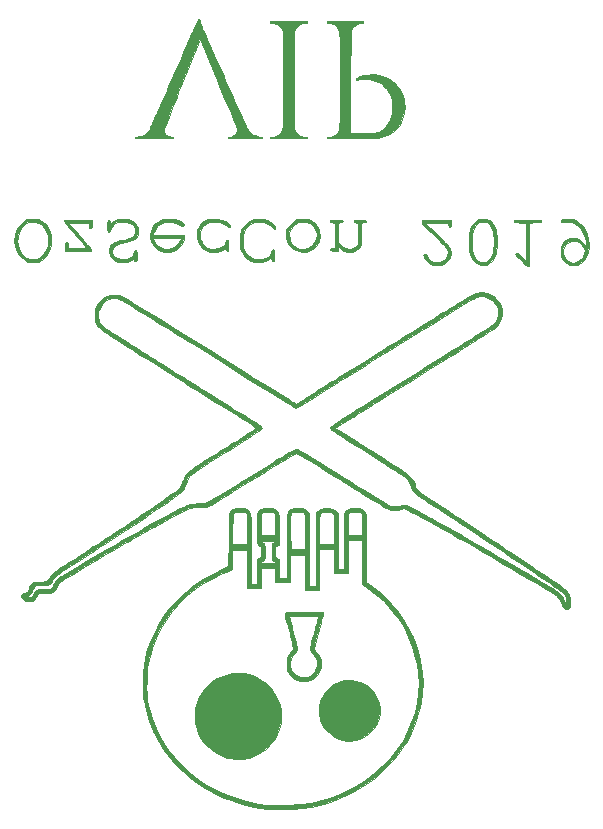
<source format=gbo>
G04 #@! TF.FileFunction,Legend,Bot*
%FSLAX46Y46*%
G04 Gerber Fmt 4.6, Leading zero omitted, Abs format (unit mm)*
G04 Created by KiCad (PCBNEW 4.0.7-e2-6376~58~ubuntu16.04.1) date Mon Apr 29 13:58:46 2019*
%MOMM*%
%LPD*%
G01*
G04 APERTURE LIST*
%ADD10C,0.100000*%
%ADD11C,0.010000*%
%ADD12C,0.150000*%
%ADD13R,2.100000X2.100000*%
%ADD14O,2.100000X2.100000*%
%ADD15C,1.850000*%
%ADD16O,2.300000X1.600000*%
%ADD17C,1.924000*%
G04 APERTURE END LIST*
D10*
D11*
G36*
X170290044Y-45016385D02*
X170432678Y-45000587D01*
X170555568Y-44965748D01*
X170691042Y-44905663D01*
X170693272Y-44904569D01*
X170965084Y-44726639D01*
X171206023Y-44481538D01*
X171405530Y-44184290D01*
X171553047Y-43849916D01*
X171623817Y-43580602D01*
X171652536Y-43308538D01*
X171648419Y-43006658D01*
X171614042Y-42709663D01*
X171551978Y-42452252D01*
X171536964Y-42409878D01*
X171384185Y-42099805D01*
X171178700Y-41822120D01*
X170935107Y-41592182D01*
X170668003Y-41425347D01*
X170557738Y-41379683D01*
X170374282Y-41339368D01*
X170144912Y-41323212D01*
X169904771Y-41330912D01*
X169689001Y-41362166D01*
X169597211Y-41387939D01*
X169448004Y-41465068D01*
X169273385Y-41591960D01*
X169096101Y-41748745D01*
X168938900Y-41915552D01*
X168837042Y-42051984D01*
X168673995Y-42385669D01*
X168574737Y-42757828D01*
X168539874Y-43150576D01*
X168543714Y-43200973D01*
X168788971Y-43200973D01*
X168818323Y-42841956D01*
X168915951Y-42491074D01*
X169082298Y-42160546D01*
X169253323Y-41932332D01*
X169467045Y-41750076D01*
X169724041Y-41628946D01*
X170005537Y-41572460D01*
X170292759Y-41584136D01*
X170566935Y-41667492D01*
X170594921Y-41680904D01*
X170852082Y-41854577D01*
X171066329Y-42090819D01*
X171232619Y-42376474D01*
X171345906Y-42698385D01*
X171401147Y-43043396D01*
X171393296Y-43398350D01*
X171347834Y-43644623D01*
X171229230Y-43976969D01*
X171062657Y-44257053D01*
X170857121Y-44481146D01*
X170621627Y-44645518D01*
X170365179Y-44746439D01*
X170096784Y-44780178D01*
X169825446Y-44743006D01*
X169560171Y-44631192D01*
X169345466Y-44474036D01*
X169106143Y-44204658D01*
X168933324Y-43894543D01*
X168827452Y-43555909D01*
X168788971Y-43200973D01*
X168543714Y-43200973D01*
X168570011Y-43546027D01*
X168665755Y-43926295D01*
X168765594Y-44161088D01*
X168905697Y-44378441D01*
X169096105Y-44593841D01*
X169310713Y-44781331D01*
X169523419Y-44914951D01*
X169523834Y-44915151D01*
X169657846Y-44970497D01*
X169794857Y-45002484D01*
X169966279Y-45016838D01*
X170095334Y-45019350D01*
X170290044Y-45016385D01*
X170290044Y-45016385D01*
G37*
X170290044Y-45016385D02*
X170432678Y-45000587D01*
X170555568Y-44965748D01*
X170691042Y-44905663D01*
X170693272Y-44904569D01*
X170965084Y-44726639D01*
X171206023Y-44481538D01*
X171405530Y-44184290D01*
X171553047Y-43849916D01*
X171623817Y-43580602D01*
X171652536Y-43308538D01*
X171648419Y-43006658D01*
X171614042Y-42709663D01*
X171551978Y-42452252D01*
X171536964Y-42409878D01*
X171384185Y-42099805D01*
X171178700Y-41822120D01*
X170935107Y-41592182D01*
X170668003Y-41425347D01*
X170557738Y-41379683D01*
X170374282Y-41339368D01*
X170144912Y-41323212D01*
X169904771Y-41330912D01*
X169689001Y-41362166D01*
X169597211Y-41387939D01*
X169448004Y-41465068D01*
X169273385Y-41591960D01*
X169096101Y-41748745D01*
X168938900Y-41915552D01*
X168837042Y-42051984D01*
X168673995Y-42385669D01*
X168574737Y-42757828D01*
X168539874Y-43150576D01*
X168543714Y-43200973D01*
X168788971Y-43200973D01*
X168818323Y-42841956D01*
X168915951Y-42491074D01*
X169082298Y-42160546D01*
X169253323Y-41932332D01*
X169467045Y-41750076D01*
X169724041Y-41628946D01*
X170005537Y-41572460D01*
X170292759Y-41584136D01*
X170566935Y-41667492D01*
X170594921Y-41680904D01*
X170852082Y-41854577D01*
X171066329Y-42090819D01*
X171232619Y-42376474D01*
X171345906Y-42698385D01*
X171401147Y-43043396D01*
X171393296Y-43398350D01*
X171347834Y-43644623D01*
X171229230Y-43976969D01*
X171062657Y-44257053D01*
X170857121Y-44481146D01*
X170621627Y-44645518D01*
X170365179Y-44746439D01*
X170096784Y-44780178D01*
X169825446Y-44743006D01*
X169560171Y-44631192D01*
X169345466Y-44474036D01*
X169106143Y-44204658D01*
X168933324Y-43894543D01*
X168827452Y-43555909D01*
X168788971Y-43200973D01*
X168543714Y-43200973D01*
X168570011Y-43546027D01*
X168665755Y-43926295D01*
X168765594Y-44161088D01*
X168905697Y-44378441D01*
X169096105Y-44593841D01*
X169310713Y-44781331D01*
X169523419Y-44914951D01*
X169523834Y-44915151D01*
X169657846Y-44970497D01*
X169794857Y-45002484D01*
X169966279Y-45016838D01*
X170095334Y-45019350D01*
X170290044Y-45016385D01*
G36*
X178036094Y-44993228D02*
X178334027Y-44880808D01*
X178450761Y-44810769D01*
X178561742Y-44737745D01*
X178620190Y-44710985D01*
X178642900Y-44728152D01*
X178646667Y-44783484D01*
X178678394Y-44878505D01*
X178753469Y-44939306D01*
X178838068Y-44942346D01*
X178867391Y-44917907D01*
X178885473Y-44862031D01*
X178893947Y-44760025D01*
X178894447Y-44597198D01*
X178891524Y-44461360D01*
X178885603Y-44260620D01*
X178877997Y-44129632D01*
X178864898Y-44053507D01*
X178842501Y-44017357D01*
X178807002Y-44006292D01*
X178775006Y-44005500D01*
X178705977Y-44017960D01*
X178665116Y-44070154D01*
X178635151Y-44184307D01*
X178634838Y-44185890D01*
X178555684Y-44384032D01*
X178413130Y-44546350D01*
X178222067Y-44669253D01*
X177997385Y-44749150D01*
X177753974Y-44782451D01*
X177506725Y-44765566D01*
X177270527Y-44694905D01*
X177060272Y-44566877D01*
X177059017Y-44565844D01*
X176895614Y-44388725D01*
X176805991Y-44193844D01*
X176793016Y-43992983D01*
X176859557Y-43797925D01*
X176868438Y-43782864D01*
X176976575Y-43649702D01*
X177127201Y-43546256D01*
X177335499Y-43464139D01*
X177542059Y-43410758D01*
X177900274Y-43325105D01*
X178209976Y-43238076D01*
X178461476Y-43152843D01*
X178645085Y-43072580D01*
X178725006Y-43023385D01*
X178886860Y-42850226D01*
X178986576Y-42636064D01*
X179024100Y-42397461D01*
X178999377Y-42150983D01*
X178912354Y-41913193D01*
X178762975Y-41700655D01*
X178729460Y-41666358D01*
X178547072Y-41516312D01*
X178350140Y-41415641D01*
X178117176Y-41356583D01*
X177826691Y-41331375D01*
X177800000Y-41330579D01*
X177611541Y-41329474D01*
X177444786Y-41335430D01*
X177325113Y-41347247D01*
X177292000Y-41354599D01*
X177118027Y-41425275D01*
X176946286Y-41517571D01*
X176808517Y-41613390D01*
X176762834Y-41656358D01*
X176678167Y-41750391D01*
X176657000Y-41612330D01*
X176619453Y-41497949D01*
X176558505Y-41425111D01*
X176491659Y-41407669D01*
X176444777Y-41444334D01*
X176427561Y-41511888D01*
X176413846Y-41642598D01*
X176405427Y-41814971D01*
X176403648Y-41936567D01*
X176406469Y-42147671D01*
X176416956Y-42288851D01*
X176437007Y-42374653D01*
X176466500Y-42418000D01*
X176545344Y-42441137D01*
X176616677Y-42399124D01*
X176655363Y-42309627D01*
X176657000Y-42284131D01*
X176686910Y-42154980D01*
X176763961Y-42004915D01*
X176869139Y-41865856D01*
X176950680Y-41791149D01*
X177200978Y-41655231D01*
X177497428Y-41583991D01*
X177715334Y-41571334D01*
X178026474Y-41600266D01*
X178292641Y-41683098D01*
X178506581Y-41813885D01*
X178661039Y-41986684D01*
X178748763Y-42195549D01*
X178762959Y-42429882D01*
X178739492Y-42573282D01*
X178689315Y-42678284D01*
X178592005Y-42785305D01*
X178575542Y-42800808D01*
X178505262Y-42861773D01*
X178432104Y-42910531D01*
X178340605Y-42952942D01*
X178215301Y-42994865D01*
X178040728Y-43042163D01*
X177801422Y-43100695D01*
X177755162Y-43111715D01*
X177516343Y-43171949D01*
X177293588Y-43234435D01*
X177106024Y-43293352D01*
X176972779Y-43342879D01*
X176933419Y-43361783D01*
X176736245Y-43515029D01*
X176605438Y-43706043D01*
X176539676Y-43921736D01*
X176537633Y-44149018D01*
X176597988Y-44374803D01*
X176719415Y-44586000D01*
X176900592Y-44769521D01*
X177087716Y-44887641D01*
X177395844Y-44997609D01*
X177717668Y-45032483D01*
X178036094Y-44993228D01*
X178036094Y-44993228D01*
G37*
X178036094Y-44993228D02*
X178334027Y-44880808D01*
X178450761Y-44810769D01*
X178561742Y-44737745D01*
X178620190Y-44710985D01*
X178642900Y-44728152D01*
X178646667Y-44783484D01*
X178678394Y-44878505D01*
X178753469Y-44939306D01*
X178838068Y-44942346D01*
X178867391Y-44917907D01*
X178885473Y-44862031D01*
X178893947Y-44760025D01*
X178894447Y-44597198D01*
X178891524Y-44461360D01*
X178885603Y-44260620D01*
X178877997Y-44129632D01*
X178864898Y-44053507D01*
X178842501Y-44017357D01*
X178807002Y-44006292D01*
X178775006Y-44005500D01*
X178705977Y-44017960D01*
X178665116Y-44070154D01*
X178635151Y-44184307D01*
X178634838Y-44185890D01*
X178555684Y-44384032D01*
X178413130Y-44546350D01*
X178222067Y-44669253D01*
X177997385Y-44749150D01*
X177753974Y-44782451D01*
X177506725Y-44765566D01*
X177270527Y-44694905D01*
X177060272Y-44566877D01*
X177059017Y-44565844D01*
X176895614Y-44388725D01*
X176805991Y-44193844D01*
X176793016Y-43992983D01*
X176859557Y-43797925D01*
X176868438Y-43782864D01*
X176976575Y-43649702D01*
X177127201Y-43546256D01*
X177335499Y-43464139D01*
X177542059Y-43410758D01*
X177900274Y-43325105D01*
X178209976Y-43238076D01*
X178461476Y-43152843D01*
X178645085Y-43072580D01*
X178725006Y-43023385D01*
X178886860Y-42850226D01*
X178986576Y-42636064D01*
X179024100Y-42397461D01*
X178999377Y-42150983D01*
X178912354Y-41913193D01*
X178762975Y-41700655D01*
X178729460Y-41666358D01*
X178547072Y-41516312D01*
X178350140Y-41415641D01*
X178117176Y-41356583D01*
X177826691Y-41331375D01*
X177800000Y-41330579D01*
X177611541Y-41329474D01*
X177444786Y-41335430D01*
X177325113Y-41347247D01*
X177292000Y-41354599D01*
X177118027Y-41425275D01*
X176946286Y-41517571D01*
X176808517Y-41613390D01*
X176762834Y-41656358D01*
X176678167Y-41750391D01*
X176657000Y-41612330D01*
X176619453Y-41497949D01*
X176558505Y-41425111D01*
X176491659Y-41407669D01*
X176444777Y-41444334D01*
X176427561Y-41511888D01*
X176413846Y-41642598D01*
X176405427Y-41814971D01*
X176403648Y-41936567D01*
X176406469Y-42147671D01*
X176416956Y-42288851D01*
X176437007Y-42374653D01*
X176466500Y-42418000D01*
X176545344Y-42441137D01*
X176616677Y-42399124D01*
X176655363Y-42309627D01*
X176657000Y-42284131D01*
X176686910Y-42154980D01*
X176763961Y-42004915D01*
X176869139Y-41865856D01*
X176950680Y-41791149D01*
X177200978Y-41655231D01*
X177497428Y-41583991D01*
X177715334Y-41571334D01*
X178026474Y-41600266D01*
X178292641Y-41683098D01*
X178506581Y-41813885D01*
X178661039Y-41986684D01*
X178748763Y-42195549D01*
X178762959Y-42429882D01*
X178739492Y-42573282D01*
X178689315Y-42678284D01*
X178592005Y-42785305D01*
X178575542Y-42800808D01*
X178505262Y-42861773D01*
X178432104Y-42910531D01*
X178340605Y-42952942D01*
X178215301Y-42994865D01*
X178040728Y-43042163D01*
X177801422Y-43100695D01*
X177755162Y-43111715D01*
X177516343Y-43171949D01*
X177293588Y-43234435D01*
X177106024Y-43293352D01*
X176972779Y-43342879D01*
X176933419Y-43361783D01*
X176736245Y-43515029D01*
X176605438Y-43706043D01*
X176539676Y-43921736D01*
X176537633Y-44149018D01*
X176597988Y-44374803D01*
X176719415Y-44586000D01*
X176900592Y-44769521D01*
X177087716Y-44887641D01*
X177395844Y-44997609D01*
X177717668Y-45032483D01*
X178036094Y-44993228D01*
G36*
X181751494Y-44115472D02*
X182005190Y-44061529D01*
X182223520Y-43960596D01*
X182428249Y-43804537D01*
X182502387Y-43733720D01*
X182676656Y-43531015D01*
X182796256Y-43316667D01*
X182873720Y-43063987D01*
X182906533Y-42873084D01*
X182933842Y-42672000D01*
X180297667Y-42672000D01*
X180298080Y-42576750D01*
X180326739Y-42436722D01*
X180401676Y-42265678D01*
X180507842Y-42090970D01*
X180630184Y-41939951D01*
X180669495Y-41901812D01*
X180845976Y-41757683D01*
X181010302Y-41664473D01*
X181192485Y-41610181D01*
X181422540Y-41582808D01*
X181475432Y-41579589D01*
X181878147Y-41592852D01*
X182243615Y-41677318D01*
X182565395Y-41831494D01*
X182566338Y-41832092D01*
X182720816Y-41913682D01*
X182823082Y-41929127D01*
X182873783Y-41878422D01*
X182880000Y-41828817D01*
X182840448Y-41737362D01*
X182729219Y-41636421D01*
X182557456Y-41534099D01*
X182350834Y-41443924D01*
X182170207Y-41388710D01*
X181963461Y-41353254D01*
X181703922Y-41333248D01*
X181652334Y-41331062D01*
X181441490Y-41325236D01*
X181289898Y-41328940D01*
X181172391Y-41345230D01*
X181063803Y-41377164D01*
X180971878Y-41413725D01*
X180653687Y-41586941D01*
X180397386Y-41813491D01*
X180296251Y-41939691D01*
X180159865Y-42169015D01*
X180079004Y-42411160D01*
X180045630Y-42693424D01*
X180043667Y-42797561D01*
X180049089Y-42986630D01*
X180055392Y-43027763D01*
X180296811Y-43027763D01*
X180315763Y-42986722D01*
X180372210Y-42958427D01*
X180474056Y-42940530D01*
X180629206Y-42930686D01*
X180845564Y-42926547D01*
X181131036Y-42925767D01*
X181480045Y-42926000D01*
X182662423Y-42926000D01*
X182624977Y-43056568D01*
X182504717Y-43332909D01*
X182322902Y-43560494D01*
X182090884Y-43733619D01*
X181820011Y-43846578D01*
X181521634Y-43893666D01*
X181207103Y-43869180D01*
X181073533Y-43836363D01*
X180852835Y-43735209D01*
X180640836Y-43575915D01*
X180465952Y-43382679D01*
X180385879Y-43250825D01*
X180339774Y-43157468D01*
X180307450Y-43083896D01*
X180296811Y-43027763D01*
X180055392Y-43027763D01*
X180071061Y-43130016D01*
X180118146Y-43266326D01*
X180173864Y-43384691D01*
X180356072Y-43659878D01*
X180602209Y-43881792D01*
X180872539Y-44034624D01*
X181015823Y-44087894D01*
X181171692Y-44117842D01*
X181371361Y-44129738D01*
X181440667Y-44130558D01*
X181751494Y-44115472D01*
X181751494Y-44115472D01*
G37*
X181751494Y-44115472D02*
X182005190Y-44061529D01*
X182223520Y-43960596D01*
X182428249Y-43804537D01*
X182502387Y-43733720D01*
X182676656Y-43531015D01*
X182796256Y-43316667D01*
X182873720Y-43063987D01*
X182906533Y-42873084D01*
X182933842Y-42672000D01*
X180297667Y-42672000D01*
X180298080Y-42576750D01*
X180326739Y-42436722D01*
X180401676Y-42265678D01*
X180507842Y-42090970D01*
X180630184Y-41939951D01*
X180669495Y-41901812D01*
X180845976Y-41757683D01*
X181010302Y-41664473D01*
X181192485Y-41610181D01*
X181422540Y-41582808D01*
X181475432Y-41579589D01*
X181878147Y-41592852D01*
X182243615Y-41677318D01*
X182565395Y-41831494D01*
X182566338Y-41832092D01*
X182720816Y-41913682D01*
X182823082Y-41929127D01*
X182873783Y-41878422D01*
X182880000Y-41828817D01*
X182840448Y-41737362D01*
X182729219Y-41636421D01*
X182557456Y-41534099D01*
X182350834Y-41443924D01*
X182170207Y-41388710D01*
X181963461Y-41353254D01*
X181703922Y-41333248D01*
X181652334Y-41331062D01*
X181441490Y-41325236D01*
X181289898Y-41328940D01*
X181172391Y-41345230D01*
X181063803Y-41377164D01*
X180971878Y-41413725D01*
X180653687Y-41586941D01*
X180397386Y-41813491D01*
X180296251Y-41939691D01*
X180159865Y-42169015D01*
X180079004Y-42411160D01*
X180045630Y-42693424D01*
X180043667Y-42797561D01*
X180049089Y-42986630D01*
X180055392Y-43027763D01*
X180296811Y-43027763D01*
X180315763Y-42986722D01*
X180372210Y-42958427D01*
X180474056Y-42940530D01*
X180629206Y-42930686D01*
X180845564Y-42926547D01*
X181131036Y-42925767D01*
X181480045Y-42926000D01*
X182662423Y-42926000D01*
X182624977Y-43056568D01*
X182504717Y-43332909D01*
X182322902Y-43560494D01*
X182090884Y-43733619D01*
X181820011Y-43846578D01*
X181521634Y-43893666D01*
X181207103Y-43869180D01*
X181073533Y-43836363D01*
X180852835Y-43735209D01*
X180640836Y-43575915D01*
X180465952Y-43382679D01*
X180385879Y-43250825D01*
X180339774Y-43157468D01*
X180307450Y-43083896D01*
X180296811Y-43027763D01*
X180055392Y-43027763D01*
X180071061Y-43130016D01*
X180118146Y-43266326D01*
X180173864Y-43384691D01*
X180356072Y-43659878D01*
X180602209Y-43881792D01*
X180872539Y-44034624D01*
X181015823Y-44087894D01*
X181171692Y-44117842D01*
X181371361Y-44129738D01*
X181440667Y-44130558D01*
X181751494Y-44115472D01*
G36*
X185696764Y-44115812D02*
X185940318Y-44065394D01*
X186154157Y-43971369D01*
X186274809Y-43893869D01*
X186354659Y-43839857D01*
X186387178Y-43835063D01*
X186393632Y-43879082D01*
X186393667Y-43891601D01*
X186424992Y-43988315D01*
X186499506Y-44050056D01*
X186585117Y-44053327D01*
X186615055Y-44028296D01*
X186633201Y-43971130D01*
X186641303Y-43866793D01*
X186641108Y-43700252D01*
X186638573Y-43593508D01*
X186632041Y-43397670D01*
X186623080Y-43270815D01*
X186608016Y-43197268D01*
X186583176Y-43161352D01*
X186544884Y-43147394D01*
X186533592Y-43145613D01*
X186467692Y-43152246D01*
X186424620Y-43208994D01*
X186397058Y-43293780D01*
X186327526Y-43478246D01*
X186222036Y-43614152D01*
X186059099Y-43726895D01*
X186007592Y-43754072D01*
X185734623Y-43852550D01*
X185441600Y-43889732D01*
X185149717Y-43867224D01*
X184880170Y-43786636D01*
X184656577Y-43651590D01*
X184550729Y-43542406D01*
X184440661Y-43396146D01*
X184382076Y-43300886D01*
X184318817Y-43176310D01*
X184281375Y-43066531D01*
X184263302Y-42941041D01*
X184258152Y-42769331D01*
X184258131Y-42714334D01*
X184274076Y-42446086D01*
X184327258Y-42233732D01*
X184428153Y-42052840D01*
X184587233Y-41878981D01*
X184634638Y-41836110D01*
X184823344Y-41699906D01*
X185030013Y-41615850D01*
X185275281Y-41578012D01*
X185533285Y-41577941D01*
X185744859Y-41596354D01*
X185916257Y-41635302D01*
X186091422Y-41705725D01*
X186139667Y-41728900D01*
X186299513Y-41813583D01*
X186447307Y-41902349D01*
X186544868Y-41971271D01*
X186635768Y-42037587D01*
X186696861Y-42050721D01*
X186750978Y-42022913D01*
X186802052Y-41966728D01*
X186784247Y-41899293D01*
X186775165Y-41884196D01*
X186675939Y-41773360D01*
X186519959Y-41652412D01*
X186331207Y-41536745D01*
X186133662Y-41441754D01*
X186024125Y-41402080D01*
X185802469Y-41352379D01*
X185549118Y-41324882D01*
X185293128Y-41320276D01*
X185063557Y-41339243D01*
X184907017Y-41375778D01*
X184595679Y-41528004D01*
X184344677Y-41738377D01*
X184157487Y-42002314D01*
X184037584Y-42315230D01*
X183993820Y-42580306D01*
X184003098Y-42931904D01*
X184087440Y-43259303D01*
X184240994Y-43552216D01*
X184457910Y-43800355D01*
X184732336Y-43993434D01*
X184822976Y-44038171D01*
X184959890Y-44087331D01*
X185118541Y-44115885D01*
X185326133Y-44128135D01*
X185398834Y-44129248D01*
X185696764Y-44115812D01*
X185696764Y-44115812D01*
G37*
X185696764Y-44115812D02*
X185940318Y-44065394D01*
X186154157Y-43971369D01*
X186274809Y-43893869D01*
X186354659Y-43839857D01*
X186387178Y-43835063D01*
X186393632Y-43879082D01*
X186393667Y-43891601D01*
X186424992Y-43988315D01*
X186499506Y-44050056D01*
X186585117Y-44053327D01*
X186615055Y-44028296D01*
X186633201Y-43971130D01*
X186641303Y-43866793D01*
X186641108Y-43700252D01*
X186638573Y-43593508D01*
X186632041Y-43397670D01*
X186623080Y-43270815D01*
X186608016Y-43197268D01*
X186583176Y-43161352D01*
X186544884Y-43147394D01*
X186533592Y-43145613D01*
X186467692Y-43152246D01*
X186424620Y-43208994D01*
X186397058Y-43293780D01*
X186327526Y-43478246D01*
X186222036Y-43614152D01*
X186059099Y-43726895D01*
X186007592Y-43754072D01*
X185734623Y-43852550D01*
X185441600Y-43889732D01*
X185149717Y-43867224D01*
X184880170Y-43786636D01*
X184656577Y-43651590D01*
X184550729Y-43542406D01*
X184440661Y-43396146D01*
X184382076Y-43300886D01*
X184318817Y-43176310D01*
X184281375Y-43066531D01*
X184263302Y-42941041D01*
X184258152Y-42769331D01*
X184258131Y-42714334D01*
X184274076Y-42446086D01*
X184327258Y-42233732D01*
X184428153Y-42052840D01*
X184587233Y-41878981D01*
X184634638Y-41836110D01*
X184823344Y-41699906D01*
X185030013Y-41615850D01*
X185275281Y-41578012D01*
X185533285Y-41577941D01*
X185744859Y-41596354D01*
X185916257Y-41635302D01*
X186091422Y-41705725D01*
X186139667Y-41728900D01*
X186299513Y-41813583D01*
X186447307Y-41902349D01*
X186544868Y-41971271D01*
X186635768Y-42037587D01*
X186696861Y-42050721D01*
X186750978Y-42022913D01*
X186802052Y-41966728D01*
X186784247Y-41899293D01*
X186775165Y-41884196D01*
X186675939Y-41773360D01*
X186519959Y-41652412D01*
X186331207Y-41536745D01*
X186133662Y-41441754D01*
X186024125Y-41402080D01*
X185802469Y-41352379D01*
X185549118Y-41324882D01*
X185293128Y-41320276D01*
X185063557Y-41339243D01*
X184907017Y-41375778D01*
X184595679Y-41528004D01*
X184344677Y-41738377D01*
X184157487Y-42002314D01*
X184037584Y-42315230D01*
X183993820Y-42580306D01*
X184003098Y-42931904D01*
X184087440Y-43259303D01*
X184240994Y-43552216D01*
X184457910Y-43800355D01*
X184732336Y-43993434D01*
X184822976Y-44038171D01*
X184959890Y-44087331D01*
X185118541Y-44115885D01*
X185326133Y-44128135D01*
X185398834Y-44129248D01*
X185696764Y-44115812D01*
G36*
X189165610Y-45018873D02*
X189500396Y-44994911D01*
X189781728Y-44923917D01*
X190030356Y-44799625D01*
X190135170Y-44726109D01*
X190288334Y-44609285D01*
X190288334Y-44736126D01*
X190313885Y-44856770D01*
X190378891Y-44933375D01*
X190465875Y-44946918D01*
X190478294Y-44942899D01*
X190509587Y-44890560D01*
X190531709Y-44775125D01*
X190544650Y-44617666D01*
X190548398Y-44439258D01*
X190542943Y-44260974D01*
X190528271Y-44103886D01*
X190504373Y-43989069D01*
X190478834Y-43942000D01*
X190400059Y-43918323D01*
X190329664Y-43960996D01*
X190290458Y-44052939D01*
X190288175Y-44084767D01*
X190248508Y-44238251D01*
X190139784Y-44392369D01*
X189976637Y-44534926D01*
X189773698Y-44653724D01*
X189545600Y-44736565D01*
X189491001Y-44749275D01*
X189154331Y-44779329D01*
X188836879Y-44729486D01*
X188546548Y-44603754D01*
X188291242Y-44406144D01*
X188078866Y-44140664D01*
X187994392Y-43990096D01*
X187954943Y-43902819D01*
X187927768Y-43815625D01*
X187910631Y-43710395D01*
X187901295Y-43569008D01*
X187897522Y-43373344D01*
X187896992Y-43201167D01*
X187898239Y-42958951D01*
X187903495Y-42783188D01*
X187915034Y-42655686D01*
X187935129Y-42558250D01*
X187966053Y-42472684D01*
X187995989Y-42408842D01*
X188177383Y-42123815D01*
X188411881Y-41879813D01*
X188643455Y-41718074D01*
X188755791Y-41659668D01*
X188854011Y-41622796D01*
X188963414Y-41602570D01*
X189109296Y-41594104D01*
X189293500Y-41592500D01*
X189522948Y-41597250D01*
X189697468Y-41618109D01*
X189841772Y-41664992D01*
X189980573Y-41747816D01*
X190138584Y-41876494D01*
X190248265Y-41975582D01*
X190410650Y-42109891D01*
X190527943Y-42172842D01*
X190600035Y-42164405D01*
X190626816Y-42084553D01*
X190627000Y-42073859D01*
X190592458Y-41977368D01*
X190499488Y-41855722D01*
X190364074Y-41724154D01*
X190202202Y-41597898D01*
X190029856Y-41492186D01*
X190001496Y-41477763D01*
X189849753Y-41408659D01*
X189717056Y-41365975D01*
X189570606Y-41342337D01*
X189377603Y-41330367D01*
X189340140Y-41329040D01*
X189073010Y-41330271D01*
X188874154Y-41353314D01*
X188800071Y-41373916D01*
X188471817Y-41537299D01*
X188174839Y-41764703D01*
X187926789Y-42040062D01*
X187755956Y-42324102D01*
X187711175Y-42424796D01*
X187680015Y-42515578D01*
X187660022Y-42614963D01*
X187648743Y-42741465D01*
X187643723Y-42913600D01*
X187642507Y-43149881D01*
X187642500Y-43180000D01*
X187642500Y-43793834D01*
X187795182Y-44113532D01*
X187937196Y-44379049D01*
X188084347Y-44579878D01*
X188254163Y-44735087D01*
X188464169Y-44863745D01*
X188502482Y-44883047D01*
X188648351Y-44950937D01*
X188767734Y-44991937D01*
X188891987Y-45012468D01*
X189052464Y-45018953D01*
X189165610Y-45018873D01*
X189165610Y-45018873D01*
G37*
X189165610Y-45018873D02*
X189500396Y-44994911D01*
X189781728Y-44923917D01*
X190030356Y-44799625D01*
X190135170Y-44726109D01*
X190288334Y-44609285D01*
X190288334Y-44736126D01*
X190313885Y-44856770D01*
X190378891Y-44933375D01*
X190465875Y-44946918D01*
X190478294Y-44942899D01*
X190509587Y-44890560D01*
X190531709Y-44775125D01*
X190544650Y-44617666D01*
X190548398Y-44439258D01*
X190542943Y-44260974D01*
X190528271Y-44103886D01*
X190504373Y-43989069D01*
X190478834Y-43942000D01*
X190400059Y-43918323D01*
X190329664Y-43960996D01*
X190290458Y-44052939D01*
X190288175Y-44084767D01*
X190248508Y-44238251D01*
X190139784Y-44392369D01*
X189976637Y-44534926D01*
X189773698Y-44653724D01*
X189545600Y-44736565D01*
X189491001Y-44749275D01*
X189154331Y-44779329D01*
X188836879Y-44729486D01*
X188546548Y-44603754D01*
X188291242Y-44406144D01*
X188078866Y-44140664D01*
X187994392Y-43990096D01*
X187954943Y-43902819D01*
X187927768Y-43815625D01*
X187910631Y-43710395D01*
X187901295Y-43569008D01*
X187897522Y-43373344D01*
X187896992Y-43201167D01*
X187898239Y-42958951D01*
X187903495Y-42783188D01*
X187915034Y-42655686D01*
X187935129Y-42558250D01*
X187966053Y-42472684D01*
X187995989Y-42408842D01*
X188177383Y-42123815D01*
X188411881Y-41879813D01*
X188643455Y-41718074D01*
X188755791Y-41659668D01*
X188854011Y-41622796D01*
X188963414Y-41602570D01*
X189109296Y-41594104D01*
X189293500Y-41592500D01*
X189522948Y-41597250D01*
X189697468Y-41618109D01*
X189841772Y-41664992D01*
X189980573Y-41747816D01*
X190138584Y-41876494D01*
X190248265Y-41975582D01*
X190410650Y-42109891D01*
X190527943Y-42172842D01*
X190600035Y-42164405D01*
X190626816Y-42084553D01*
X190627000Y-42073859D01*
X190592458Y-41977368D01*
X190499488Y-41855722D01*
X190364074Y-41724154D01*
X190202202Y-41597898D01*
X190029856Y-41492186D01*
X190001496Y-41477763D01*
X189849753Y-41408659D01*
X189717056Y-41365975D01*
X189570606Y-41342337D01*
X189377603Y-41330367D01*
X189340140Y-41329040D01*
X189073010Y-41330271D01*
X188874154Y-41353314D01*
X188800071Y-41373916D01*
X188471817Y-41537299D01*
X188174839Y-41764703D01*
X187926789Y-42040062D01*
X187755956Y-42324102D01*
X187711175Y-42424796D01*
X187680015Y-42515578D01*
X187660022Y-42614963D01*
X187648743Y-42741465D01*
X187643723Y-42913600D01*
X187642507Y-43149881D01*
X187642500Y-43180000D01*
X187642500Y-43793834D01*
X187795182Y-44113532D01*
X187937196Y-44379049D01*
X188084347Y-44579878D01*
X188254163Y-44735087D01*
X188464169Y-44863745D01*
X188502482Y-44883047D01*
X188648351Y-44950937D01*
X188767734Y-44991937D01*
X188891987Y-45012468D01*
X189052464Y-45018953D01*
X189165610Y-45018873D01*
G36*
X193241930Y-44115730D02*
X193517471Y-44036878D01*
X193549932Y-44022387D01*
X193820975Y-43866645D01*
X194031642Y-43674716D01*
X194204978Y-43424863D01*
X194228360Y-43382575D01*
X194298287Y-43245839D01*
X194340939Y-43133907D01*
X194363018Y-43016655D01*
X194371224Y-42863957D01*
X194372288Y-42735500D01*
X194352539Y-42422648D01*
X194287088Y-42165574D01*
X194168034Y-41944297D01*
X193987480Y-41738839D01*
X193972793Y-41724962D01*
X193765066Y-41549367D01*
X193570661Y-41433731D01*
X193360569Y-41366051D01*
X193105787Y-41334318D01*
X193018834Y-41330105D01*
X192753606Y-41330635D01*
X192556488Y-41353325D01*
X192484683Y-41373361D01*
X192180990Y-41528186D01*
X191917005Y-41745217D01*
X191709204Y-42009323D01*
X191629464Y-42158819D01*
X191559087Y-42393504D01*
X191532418Y-42668362D01*
X191537436Y-42754168D01*
X191778129Y-42754168D01*
X191806968Y-42453980D01*
X191915766Y-42177237D01*
X192102632Y-41929423D01*
X192278000Y-41776751D01*
X192433972Y-41675904D01*
X192588249Y-41614956D01*
X192768185Y-41586894D01*
X193001136Y-41584704D01*
X193024027Y-41585477D01*
X193207619Y-41595879D01*
X193337985Y-41616798D01*
X193446541Y-41656771D01*
X193564706Y-41724333D01*
X193586739Y-41738360D01*
X193825000Y-41937909D01*
X194007923Y-42188389D01*
X194097518Y-42392375D01*
X194131305Y-42586844D01*
X194128274Y-42818383D01*
X194091703Y-43049491D01*
X194024870Y-43242667D01*
X194022859Y-43246648D01*
X193856877Y-43483776D01*
X193631628Y-43678362D01*
X193366834Y-43818339D01*
X193082218Y-43891644D01*
X192955334Y-43899667D01*
X192666915Y-43860292D01*
X192395822Y-43749762D01*
X192157540Y-43579474D01*
X191967552Y-43360823D01*
X191841344Y-43105205D01*
X191831141Y-43072318D01*
X191778129Y-42754168D01*
X191537436Y-42754168D01*
X191548969Y-42951350D01*
X191608250Y-43210427D01*
X191646993Y-43307000D01*
X191817681Y-43579498D01*
X192048364Y-43817639D01*
X192316067Y-43998490D01*
X192362667Y-44021450D01*
X192633699Y-44107991D01*
X192937063Y-44139426D01*
X193241930Y-44115730D01*
X193241930Y-44115730D01*
G37*
X193241930Y-44115730D02*
X193517471Y-44036878D01*
X193549932Y-44022387D01*
X193820975Y-43866645D01*
X194031642Y-43674716D01*
X194204978Y-43424863D01*
X194228360Y-43382575D01*
X194298287Y-43245839D01*
X194340939Y-43133907D01*
X194363018Y-43016655D01*
X194371224Y-42863957D01*
X194372288Y-42735500D01*
X194352539Y-42422648D01*
X194287088Y-42165574D01*
X194168034Y-41944297D01*
X193987480Y-41738839D01*
X193972793Y-41724962D01*
X193765066Y-41549367D01*
X193570661Y-41433731D01*
X193360569Y-41366051D01*
X193105787Y-41334318D01*
X193018834Y-41330105D01*
X192753606Y-41330635D01*
X192556488Y-41353325D01*
X192484683Y-41373361D01*
X192180990Y-41528186D01*
X191917005Y-41745217D01*
X191709204Y-42009323D01*
X191629464Y-42158819D01*
X191559087Y-42393504D01*
X191532418Y-42668362D01*
X191537436Y-42754168D01*
X191778129Y-42754168D01*
X191806968Y-42453980D01*
X191915766Y-42177237D01*
X192102632Y-41929423D01*
X192278000Y-41776751D01*
X192433972Y-41675904D01*
X192588249Y-41614956D01*
X192768185Y-41586894D01*
X193001136Y-41584704D01*
X193024027Y-41585477D01*
X193207619Y-41595879D01*
X193337985Y-41616798D01*
X193446541Y-41656771D01*
X193564706Y-41724333D01*
X193586739Y-41738360D01*
X193825000Y-41937909D01*
X194007923Y-42188389D01*
X194097518Y-42392375D01*
X194131305Y-42586844D01*
X194128274Y-42818383D01*
X194091703Y-43049491D01*
X194024870Y-43242667D01*
X194022859Y-43246648D01*
X193856877Y-43483776D01*
X193631628Y-43678362D01*
X193366834Y-43818339D01*
X193082218Y-43891644D01*
X192955334Y-43899667D01*
X192666915Y-43860292D01*
X192395822Y-43749762D01*
X192157540Y-43579474D01*
X191967552Y-43360823D01*
X191841344Y-43105205D01*
X191831141Y-43072318D01*
X191778129Y-42754168D01*
X191537436Y-42754168D01*
X191548969Y-42951350D01*
X191608250Y-43210427D01*
X191646993Y-43307000D01*
X191817681Y-43579498D01*
X192048364Y-43817639D01*
X192316067Y-43998490D01*
X192362667Y-44021450D01*
X192633699Y-44107991D01*
X192937063Y-44139426D01*
X193241930Y-44115730D01*
G36*
X208523626Y-45236683D02*
X208760342Y-45111031D01*
X208970366Y-44920257D01*
X209142768Y-44667323D01*
X209185465Y-44579885D01*
X209259964Y-44394018D01*
X209314125Y-44205814D01*
X209350102Y-43998568D01*
X209370054Y-43755574D01*
X209376136Y-43460126D01*
X209371589Y-43137868D01*
X209358949Y-42803778D01*
X209336710Y-42537115D01*
X209300796Y-42320818D01*
X209247134Y-42137827D01*
X209171648Y-41971082D01*
X209070265Y-41803525D01*
X209043451Y-41763943D01*
X208871929Y-41557174D01*
X208682938Y-41422397D01*
X208456125Y-41348509D01*
X208240762Y-41326035D01*
X208067188Y-41322770D01*
X207945092Y-41334022D01*
X207841613Y-41366839D01*
X207723893Y-41428268D01*
X207700296Y-41441949D01*
X207493502Y-41591354D01*
X207328878Y-41777836D01*
X207202941Y-42010000D01*
X207112205Y-42296448D01*
X207053186Y-42645785D01*
X207022399Y-43066614D01*
X207020500Y-43120321D01*
X207019894Y-43264667D01*
X207286976Y-43264667D01*
X207288624Y-42989037D01*
X207293089Y-42781978D01*
X207301956Y-42627404D01*
X207316812Y-42509230D01*
X207339242Y-42411370D01*
X207370834Y-42317737D01*
X207383601Y-42284870D01*
X207511891Y-42018268D01*
X207659730Y-41808715D01*
X207818055Y-41668363D01*
X207861759Y-41643745D01*
X208044209Y-41587562D01*
X208251150Y-41574598D01*
X208446622Y-41604400D01*
X208560847Y-41652555D01*
X208746599Y-41812116D01*
X208906939Y-42045584D01*
X209011328Y-42275991D01*
X209045298Y-42374493D01*
X209069940Y-42472143D01*
X209086728Y-42584859D01*
X209097139Y-42728563D01*
X209102648Y-42919175D01*
X209104732Y-43172614D01*
X209104930Y-43285834D01*
X209102306Y-43615072D01*
X209091769Y-43875594D01*
X209070145Y-44083217D01*
X209034263Y-44253756D01*
X208980951Y-44403030D01*
X208907036Y-44546856D01*
X208826154Y-44675862D01*
X208655719Y-44866799D01*
X208454174Y-44986252D01*
X208235686Y-45034284D01*
X208014420Y-45010956D01*
X207804541Y-44916329D01*
X207620216Y-44750466D01*
X207560871Y-44670365D01*
X207467219Y-44515871D01*
X207396840Y-44362991D01*
X207346705Y-44196183D01*
X207313787Y-43999910D01*
X207295059Y-43758629D01*
X207287491Y-43456803D01*
X207286976Y-43264667D01*
X207019894Y-43264667D01*
X207018564Y-43581281D01*
X207046336Y-43971278D01*
X207106265Y-44299503D01*
X207200794Y-44575150D01*
X207332371Y-44807412D01*
X207503443Y-45005481D01*
X207528353Y-45028870D01*
X207762578Y-45193308D01*
X208013817Y-45280783D01*
X208271141Y-45294254D01*
X208523626Y-45236683D01*
X208523626Y-45236683D01*
G37*
X208523626Y-45236683D02*
X208760342Y-45111031D01*
X208970366Y-44920257D01*
X209142768Y-44667323D01*
X209185465Y-44579885D01*
X209259964Y-44394018D01*
X209314125Y-44205814D01*
X209350102Y-43998568D01*
X209370054Y-43755574D01*
X209376136Y-43460126D01*
X209371589Y-43137868D01*
X209358949Y-42803778D01*
X209336710Y-42537115D01*
X209300796Y-42320818D01*
X209247134Y-42137827D01*
X209171648Y-41971082D01*
X209070265Y-41803525D01*
X209043451Y-41763943D01*
X208871929Y-41557174D01*
X208682938Y-41422397D01*
X208456125Y-41348509D01*
X208240762Y-41326035D01*
X208067188Y-41322770D01*
X207945092Y-41334022D01*
X207841613Y-41366839D01*
X207723893Y-41428268D01*
X207700296Y-41441949D01*
X207493502Y-41591354D01*
X207328878Y-41777836D01*
X207202941Y-42010000D01*
X207112205Y-42296448D01*
X207053186Y-42645785D01*
X207022399Y-43066614D01*
X207020500Y-43120321D01*
X207019894Y-43264667D01*
X207286976Y-43264667D01*
X207288624Y-42989037D01*
X207293089Y-42781978D01*
X207301956Y-42627404D01*
X207316812Y-42509230D01*
X207339242Y-42411370D01*
X207370834Y-42317737D01*
X207383601Y-42284870D01*
X207511891Y-42018268D01*
X207659730Y-41808715D01*
X207818055Y-41668363D01*
X207861759Y-41643745D01*
X208044209Y-41587562D01*
X208251150Y-41574598D01*
X208446622Y-41604400D01*
X208560847Y-41652555D01*
X208746599Y-41812116D01*
X208906939Y-42045584D01*
X209011328Y-42275991D01*
X209045298Y-42374493D01*
X209069940Y-42472143D01*
X209086728Y-42584859D01*
X209097139Y-42728563D01*
X209102648Y-42919175D01*
X209104732Y-43172614D01*
X209104930Y-43285834D01*
X209102306Y-43615072D01*
X209091769Y-43875594D01*
X209070145Y-44083217D01*
X209034263Y-44253756D01*
X208980951Y-44403030D01*
X208907036Y-44546856D01*
X208826154Y-44675862D01*
X208655719Y-44866799D01*
X208454174Y-44986252D01*
X208235686Y-45034284D01*
X208014420Y-45010956D01*
X207804541Y-44916329D01*
X207620216Y-44750466D01*
X207560871Y-44670365D01*
X207467219Y-44515871D01*
X207396840Y-44362991D01*
X207346705Y-44196183D01*
X207313787Y-43999910D01*
X207295059Y-43758629D01*
X207287491Y-43456803D01*
X207286976Y-43264667D01*
X207019894Y-43264667D01*
X207018564Y-43581281D01*
X207046336Y-43971278D01*
X207106265Y-44299503D01*
X207200794Y-44575150D01*
X207332371Y-44807412D01*
X207503443Y-45005481D01*
X207528353Y-45028870D01*
X207762578Y-45193308D01*
X208013817Y-45280783D01*
X208271141Y-45294254D01*
X208523626Y-45236683D01*
G36*
X215984260Y-45272412D02*
X216191073Y-45243209D01*
X216340411Y-45193512D01*
X216586016Y-45025747D01*
X216794760Y-44789415D01*
X216962000Y-44494244D01*
X217083093Y-44149965D01*
X217153396Y-43766307D01*
X217170000Y-43455167D01*
X217135369Y-43011266D01*
X217034235Y-42603867D01*
X216870738Y-42239523D01*
X216649016Y-41924788D01*
X216373208Y-41666212D01*
X216047453Y-41470350D01*
X215871490Y-41399474D01*
X215684478Y-41352587D01*
X215469818Y-41325423D01*
X215254550Y-41318769D01*
X215065712Y-41333412D01*
X214930344Y-41370142D01*
X214926708Y-41371938D01*
X214839856Y-41443285D01*
X214804022Y-41528866D01*
X214828015Y-41602082D01*
X214845804Y-41616224D01*
X214923907Y-41625529D01*
X214982326Y-41606357D01*
X215064353Y-41586485D01*
X215201266Y-41576243D01*
X215363610Y-41577815D01*
X215365607Y-41577916D01*
X215706276Y-41635348D01*
X216018354Y-41766351D01*
X216294905Y-41962647D01*
X216528990Y-42215956D01*
X216713672Y-42517999D01*
X216842014Y-42860496D01*
X216907076Y-43235168D01*
X216913780Y-43425501D01*
X216911466Y-43560007D01*
X216903566Y-43621347D01*
X216883810Y-43621018D01*
X216845929Y-43570518D01*
X216839696Y-43561381D01*
X216615530Y-43287403D01*
X216370632Y-43089145D01*
X216110218Y-42968561D01*
X215839504Y-42927605D01*
X215563705Y-42968232D01*
X215411437Y-43026198D01*
X215191351Y-43163786D01*
X215007365Y-43359819D01*
X214872126Y-43577237D01*
X214806848Y-43766513D01*
X214779108Y-43981957D01*
X215021830Y-43981957D01*
X215091854Y-43724972D01*
X215234161Y-43493468D01*
X215257234Y-43466924D01*
X215462355Y-43291200D01*
X215684973Y-43196092D01*
X215919711Y-43183003D01*
X216129518Y-43239387D01*
X216305011Y-43342654D01*
X216490403Y-43501930D01*
X216662243Y-43695402D01*
X216744173Y-43811114D01*
X216874637Y-44014425D01*
X216778902Y-44281486D01*
X216646149Y-44559765D01*
X216474705Y-44778559D01*
X216274613Y-44934874D01*
X216055916Y-45025715D01*
X215828656Y-45048087D01*
X215602875Y-44998994D01*
X215388615Y-44875443D01*
X215246838Y-44738370D01*
X215099185Y-44505399D01*
X215024229Y-44247680D01*
X215021830Y-43981957D01*
X214779108Y-43981957D01*
X214776529Y-44001986D01*
X214781272Y-44252692D01*
X214821181Y-44487670D01*
X214868662Y-44623118D01*
X214998518Y-44834953D01*
X215176821Y-45032175D01*
X215373942Y-45182842D01*
X215403254Y-45199427D01*
X215558809Y-45250720D01*
X215762992Y-45274983D01*
X215984260Y-45272412D01*
X215984260Y-45272412D01*
G37*
X215984260Y-45272412D02*
X216191073Y-45243209D01*
X216340411Y-45193512D01*
X216586016Y-45025747D01*
X216794760Y-44789415D01*
X216962000Y-44494244D01*
X217083093Y-44149965D01*
X217153396Y-43766307D01*
X217170000Y-43455167D01*
X217135369Y-43011266D01*
X217034235Y-42603867D01*
X216870738Y-42239523D01*
X216649016Y-41924788D01*
X216373208Y-41666212D01*
X216047453Y-41470350D01*
X215871490Y-41399474D01*
X215684478Y-41352587D01*
X215469818Y-41325423D01*
X215254550Y-41318769D01*
X215065712Y-41333412D01*
X214930344Y-41370142D01*
X214926708Y-41371938D01*
X214839856Y-41443285D01*
X214804022Y-41528866D01*
X214828015Y-41602082D01*
X214845804Y-41616224D01*
X214923907Y-41625529D01*
X214982326Y-41606357D01*
X215064353Y-41586485D01*
X215201266Y-41576243D01*
X215363610Y-41577815D01*
X215365607Y-41577916D01*
X215706276Y-41635348D01*
X216018354Y-41766351D01*
X216294905Y-41962647D01*
X216528990Y-42215956D01*
X216713672Y-42517999D01*
X216842014Y-42860496D01*
X216907076Y-43235168D01*
X216913780Y-43425501D01*
X216911466Y-43560007D01*
X216903566Y-43621347D01*
X216883810Y-43621018D01*
X216845929Y-43570518D01*
X216839696Y-43561381D01*
X216615530Y-43287403D01*
X216370632Y-43089145D01*
X216110218Y-42968561D01*
X215839504Y-42927605D01*
X215563705Y-42968232D01*
X215411437Y-43026198D01*
X215191351Y-43163786D01*
X215007365Y-43359819D01*
X214872126Y-43577237D01*
X214806848Y-43766513D01*
X214779108Y-43981957D01*
X215021830Y-43981957D01*
X215091854Y-43724972D01*
X215234161Y-43493468D01*
X215257234Y-43466924D01*
X215462355Y-43291200D01*
X215684973Y-43196092D01*
X215919711Y-43183003D01*
X216129518Y-43239387D01*
X216305011Y-43342654D01*
X216490403Y-43501930D01*
X216662243Y-43695402D01*
X216744173Y-43811114D01*
X216874637Y-44014425D01*
X216778902Y-44281486D01*
X216646149Y-44559765D01*
X216474705Y-44778559D01*
X216274613Y-44934874D01*
X216055916Y-45025715D01*
X215828656Y-45048087D01*
X215602875Y-44998994D01*
X215388615Y-44875443D01*
X215246838Y-44738370D01*
X215099185Y-44505399D01*
X215024229Y-44247680D01*
X215021830Y-43981957D01*
X214779108Y-43981957D01*
X214776529Y-44001986D01*
X214781272Y-44252692D01*
X214821181Y-44487670D01*
X214868662Y-44623118D01*
X214998518Y-44834953D01*
X215176821Y-45032175D01*
X215373942Y-45182842D01*
X215403254Y-45199427D01*
X215558809Y-45250720D01*
X215762992Y-45274983D01*
X215984260Y-45272412D01*
G36*
X175005295Y-43952584D02*
X174990509Y-43893288D01*
X174942899Y-43807407D01*
X174856706Y-43687178D01*
X174726170Y-43524836D01*
X174545529Y-43312617D01*
X174444378Y-43196515D01*
X174238205Y-42961117D01*
X174018471Y-42710255D01*
X173803507Y-42464856D01*
X173611646Y-42245848D01*
X173489497Y-42106431D01*
X173094827Y-41656000D01*
X174836667Y-41656000D01*
X174837315Y-41857084D01*
X174849809Y-42029504D01*
X174888537Y-42127959D01*
X174957422Y-42160161D01*
X174989906Y-42157106D01*
X175028938Y-42139787D01*
X175054089Y-42094782D01*
X175069346Y-42005372D01*
X175078694Y-41854840D01*
X175081732Y-41771941D01*
X175093963Y-41402000D01*
X172762334Y-41402000D01*
X172763503Y-41518417D01*
X172776952Y-41569342D01*
X172819725Y-41646682D01*
X172896661Y-41756718D01*
X173012597Y-41905730D01*
X173172371Y-42099999D01*
X173380822Y-42345805D01*
X173570638Y-42566167D01*
X173783604Y-42812639D01*
X173984479Y-43045834D01*
X174164838Y-43255914D01*
X174316255Y-43433044D01*
X174430304Y-43567384D01*
X174498560Y-43649100D01*
X174504360Y-43656250D01*
X174632115Y-43815000D01*
X173062892Y-43815000D01*
X173050196Y-43571995D01*
X173037685Y-43429150D01*
X173014417Y-43351025D01*
X172973290Y-43317756D01*
X172957906Y-43313830D01*
X172889075Y-43317514D01*
X172843538Y-43367204D01*
X172817288Y-43474114D01*
X172806320Y-43649455D01*
X172805315Y-43740917D01*
X172804667Y-44069000D01*
X175006000Y-44069000D01*
X175005295Y-43952584D01*
X175005295Y-43952584D01*
G37*
X175005295Y-43952584D02*
X174990509Y-43893288D01*
X174942899Y-43807407D01*
X174856706Y-43687178D01*
X174726170Y-43524836D01*
X174545529Y-43312617D01*
X174444378Y-43196515D01*
X174238205Y-42961117D01*
X174018471Y-42710255D01*
X173803507Y-42464856D01*
X173611646Y-42245848D01*
X173489497Y-42106431D01*
X173094827Y-41656000D01*
X174836667Y-41656000D01*
X174837315Y-41857084D01*
X174849809Y-42029504D01*
X174888537Y-42127959D01*
X174957422Y-42160161D01*
X174989906Y-42157106D01*
X175028938Y-42139787D01*
X175054089Y-42094782D01*
X175069346Y-42005372D01*
X175078694Y-41854840D01*
X175081732Y-41771941D01*
X175093963Y-41402000D01*
X172762334Y-41402000D01*
X172763503Y-41518417D01*
X172776952Y-41569342D01*
X172819725Y-41646682D01*
X172896661Y-41756718D01*
X173012597Y-41905730D01*
X173172371Y-42099999D01*
X173380822Y-42345805D01*
X173570638Y-42566167D01*
X173783604Y-42812639D01*
X173984479Y-43045834D01*
X174164838Y-43255914D01*
X174316255Y-43433044D01*
X174430304Y-43567384D01*
X174498560Y-43649100D01*
X174504360Y-43656250D01*
X174632115Y-43815000D01*
X173062892Y-43815000D01*
X173050196Y-43571995D01*
X173037685Y-43429150D01*
X173014417Y-43351025D01*
X172973290Y-43317756D01*
X172957906Y-43313830D01*
X172889075Y-43317514D01*
X172843538Y-43367204D01*
X172817288Y-43474114D01*
X172806320Y-43649455D01*
X172805315Y-43740917D01*
X172804667Y-44069000D01*
X175006000Y-44069000D01*
X175005295Y-43952584D01*
G36*
X197093037Y-44135955D02*
X197357259Y-44061450D01*
X197566382Y-43939514D01*
X197669383Y-43858753D01*
X197749360Y-43775977D01*
X197809198Y-43679488D01*
X197851785Y-43557588D01*
X197880009Y-43398582D01*
X197896756Y-43190771D01*
X197904916Y-42922459D01*
X197907374Y-42581949D01*
X197907404Y-42558018D01*
X197908334Y-41660869D01*
X198087885Y-41647851D01*
X198211064Y-41628641D01*
X198270325Y-41588150D01*
X198282550Y-41555240D01*
X198280881Y-41491342D01*
X198239791Y-41447551D01*
X198147931Y-41420448D01*
X197993954Y-41406617D01*
X197775934Y-41402649D01*
X197568860Y-41405857D01*
X197431730Y-41417575D01*
X197350077Y-41439762D01*
X197316114Y-41464961D01*
X197277107Y-41552438D01*
X197314389Y-41617675D01*
X197420753Y-41652453D01*
X197483672Y-41656000D01*
X197654334Y-41656000D01*
X197654334Y-42538740D01*
X197653927Y-42834903D01*
X197651928Y-43058951D01*
X197647169Y-43223436D01*
X197638480Y-43340909D01*
X197624693Y-43423921D01*
X197604639Y-43485022D01*
X197577149Y-43536765D01*
X197558742Y-43565323D01*
X197397817Y-43734276D01*
X197186902Y-43844827D01*
X196944185Y-43888776D01*
X196846936Y-43886269D01*
X196564347Y-43828037D01*
X196317422Y-43699299D01*
X196093156Y-43493310D01*
X195918667Y-43295080D01*
X195918667Y-41660639D01*
X196119369Y-41647737D01*
X196249006Y-41631578D01*
X196314809Y-41598900D01*
X196335201Y-41555240D01*
X196334302Y-41493525D01*
X196296679Y-41450563D01*
X196211078Y-41423226D01*
X196066247Y-41408387D01*
X195850932Y-41402917D01*
X195786267Y-41402649D01*
X195569824Y-41405249D01*
X195423735Y-41414960D01*
X195333854Y-41433536D01*
X195286039Y-41462732D01*
X195284114Y-41464961D01*
X195243837Y-41552328D01*
X195280877Y-41616205D01*
X195389821Y-41651114D01*
X195472838Y-41656000D01*
X195664667Y-41656000D01*
X195664667Y-43815000D01*
X195494005Y-43815000D01*
X195361013Y-43834679D01*
X195294103Y-43888237D01*
X195300482Y-43967456D01*
X195326448Y-44006040D01*
X195400079Y-44046651D01*
X195541620Y-44066373D01*
X195648684Y-44069000D01*
X195918667Y-44069000D01*
X195918667Y-43634884D01*
X196104326Y-43806018D01*
X196293618Y-43962782D01*
X196468689Y-44062065D01*
X196659839Y-44118397D01*
X196796022Y-44137748D01*
X197093037Y-44135955D01*
X197093037Y-44135955D01*
G37*
X197093037Y-44135955D02*
X197357259Y-44061450D01*
X197566382Y-43939514D01*
X197669383Y-43858753D01*
X197749360Y-43775977D01*
X197809198Y-43679488D01*
X197851785Y-43557588D01*
X197880009Y-43398582D01*
X197896756Y-43190771D01*
X197904916Y-42922459D01*
X197907374Y-42581949D01*
X197907404Y-42558018D01*
X197908334Y-41660869D01*
X198087885Y-41647851D01*
X198211064Y-41628641D01*
X198270325Y-41588150D01*
X198282550Y-41555240D01*
X198280881Y-41491342D01*
X198239791Y-41447551D01*
X198147931Y-41420448D01*
X197993954Y-41406617D01*
X197775934Y-41402649D01*
X197568860Y-41405857D01*
X197431730Y-41417575D01*
X197350077Y-41439762D01*
X197316114Y-41464961D01*
X197277107Y-41552438D01*
X197314389Y-41617675D01*
X197420753Y-41652453D01*
X197483672Y-41656000D01*
X197654334Y-41656000D01*
X197654334Y-42538740D01*
X197653927Y-42834903D01*
X197651928Y-43058951D01*
X197647169Y-43223436D01*
X197638480Y-43340909D01*
X197624693Y-43423921D01*
X197604639Y-43485022D01*
X197577149Y-43536765D01*
X197558742Y-43565323D01*
X197397817Y-43734276D01*
X197186902Y-43844827D01*
X196944185Y-43888776D01*
X196846936Y-43886269D01*
X196564347Y-43828037D01*
X196317422Y-43699299D01*
X196093156Y-43493310D01*
X195918667Y-43295080D01*
X195918667Y-41660639D01*
X196119369Y-41647737D01*
X196249006Y-41631578D01*
X196314809Y-41598900D01*
X196335201Y-41555240D01*
X196334302Y-41493525D01*
X196296679Y-41450563D01*
X196211078Y-41423226D01*
X196066247Y-41408387D01*
X195850932Y-41402917D01*
X195786267Y-41402649D01*
X195569824Y-41405249D01*
X195423735Y-41414960D01*
X195333854Y-41433536D01*
X195286039Y-41462732D01*
X195284114Y-41464961D01*
X195243837Y-41552328D01*
X195280877Y-41616205D01*
X195389821Y-41651114D01*
X195472838Y-41656000D01*
X195664667Y-41656000D01*
X195664667Y-43815000D01*
X195494005Y-43815000D01*
X195361013Y-43834679D01*
X195294103Y-43888237D01*
X195300482Y-43967456D01*
X195326448Y-44006040D01*
X195400079Y-44046651D01*
X195541620Y-44066373D01*
X195648684Y-44069000D01*
X195918667Y-44069000D01*
X195918667Y-43634884D01*
X196104326Y-43806018D01*
X196293618Y-43962782D01*
X196468689Y-44062065D01*
X196659839Y-44118397D01*
X196796022Y-44137748D01*
X197093037Y-44135955D01*
G36*
X204643527Y-45252804D02*
X204924531Y-45136954D01*
X205119257Y-44997572D01*
X205317966Y-44779584D01*
X205437953Y-44540235D01*
X205484586Y-44268053D01*
X205485603Y-44214385D01*
X205483628Y-44119273D01*
X205475054Y-44031354D01*
X205455427Y-43945392D01*
X205420293Y-43856155D01*
X205365200Y-43758410D01*
X205285695Y-43646922D01*
X205177325Y-43516458D01*
X205035636Y-43361785D01*
X204856176Y-43177669D01*
X204634491Y-42958877D01*
X204366129Y-42700175D01*
X204046635Y-42396329D01*
X203671558Y-42042107D01*
X203498557Y-41879104D01*
X203263500Y-41657707D01*
X204266483Y-41656854D01*
X205269465Y-41656000D01*
X205282483Y-41835917D01*
X205296471Y-41949743D01*
X205326552Y-42001973D01*
X205387966Y-42015675D01*
X205401334Y-42015834D01*
X205456085Y-42011170D01*
X205488762Y-41985110D01*
X205506341Y-41919548D01*
X205515798Y-41796381D01*
X205519605Y-41708917D01*
X205532043Y-41402000D01*
X203073000Y-41402000D01*
X203073000Y-41768919D01*
X204021343Y-42685873D01*
X204263529Y-42922327D01*
X204491765Y-43149469D01*
X204697191Y-43358153D01*
X204870949Y-43539230D01*
X205004181Y-43683552D01*
X205088026Y-43781970D01*
X205104256Y-43804164D01*
X205180581Y-43928388D01*
X205218407Y-44031127D01*
X205227852Y-44151606D01*
X205223147Y-44265002D01*
X205180721Y-44502812D01*
X205079436Y-44691799D01*
X204909935Y-44845420D01*
X204759205Y-44932457D01*
X204486584Y-45026661D01*
X204219285Y-45036809D01*
X203961794Y-44963508D01*
X203718596Y-44807363D01*
X203697097Y-44788858D01*
X203577784Y-44664627D01*
X203478066Y-44527588D01*
X203438050Y-44450692D01*
X203371055Y-44327092D01*
X203297874Y-44281270D01*
X203287508Y-44280667D01*
X203198578Y-44308033D01*
X203164339Y-44382216D01*
X203178454Y-44491348D01*
X203234590Y-44623556D01*
X203326410Y-44766972D01*
X203447579Y-44909724D01*
X203591761Y-45039943D01*
X203747845Y-45143178D01*
X204040826Y-45257441D01*
X204344173Y-45293475D01*
X204643527Y-45252804D01*
X204643527Y-45252804D01*
G37*
X204643527Y-45252804D02*
X204924531Y-45136954D01*
X205119257Y-44997572D01*
X205317966Y-44779584D01*
X205437953Y-44540235D01*
X205484586Y-44268053D01*
X205485603Y-44214385D01*
X205483628Y-44119273D01*
X205475054Y-44031354D01*
X205455427Y-43945392D01*
X205420293Y-43856155D01*
X205365200Y-43758410D01*
X205285695Y-43646922D01*
X205177325Y-43516458D01*
X205035636Y-43361785D01*
X204856176Y-43177669D01*
X204634491Y-42958877D01*
X204366129Y-42700175D01*
X204046635Y-42396329D01*
X203671558Y-42042107D01*
X203498557Y-41879104D01*
X203263500Y-41657707D01*
X204266483Y-41656854D01*
X205269465Y-41656000D01*
X205282483Y-41835917D01*
X205296471Y-41949743D01*
X205326552Y-42001973D01*
X205387966Y-42015675D01*
X205401334Y-42015834D01*
X205456085Y-42011170D01*
X205488762Y-41985110D01*
X205506341Y-41919548D01*
X205515798Y-41796381D01*
X205519605Y-41708917D01*
X205532043Y-41402000D01*
X203073000Y-41402000D01*
X203073000Y-41768919D01*
X204021343Y-42685873D01*
X204263529Y-42922327D01*
X204491765Y-43149469D01*
X204697191Y-43358153D01*
X204870949Y-43539230D01*
X205004181Y-43683552D01*
X205088026Y-43781970D01*
X205104256Y-43804164D01*
X205180581Y-43928388D01*
X205218407Y-44031127D01*
X205227852Y-44151606D01*
X205223147Y-44265002D01*
X205180721Y-44502812D01*
X205079436Y-44691799D01*
X204909935Y-44845420D01*
X204759205Y-44932457D01*
X204486584Y-45026661D01*
X204219285Y-45036809D01*
X203961794Y-44963508D01*
X203718596Y-44807363D01*
X203697097Y-44788858D01*
X203577784Y-44664627D01*
X203478066Y-44527588D01*
X203438050Y-44450692D01*
X203371055Y-44327092D01*
X203297874Y-44281270D01*
X203287508Y-44280667D01*
X203198578Y-44308033D01*
X203164339Y-44382216D01*
X203178454Y-44491348D01*
X203234590Y-44623556D01*
X203326410Y-44766972D01*
X203447579Y-44909724D01*
X203591761Y-45039943D01*
X203747845Y-45143178D01*
X204040826Y-45257441D01*
X204344173Y-45293475D01*
X204643527Y-45252804D01*
G36*
X212132334Y-41658687D02*
X212629239Y-41646761D01*
X212842556Y-41640426D01*
X212985681Y-41631856D01*
X213073087Y-41618464D01*
X213119247Y-41597663D01*
X213138635Y-41566867D01*
X213141404Y-41555240D01*
X213127983Y-41471711D01*
X213099582Y-41439471D01*
X213043003Y-41429526D01*
X212913889Y-41420574D01*
X212724367Y-41413015D01*
X212486569Y-41407246D01*
X212212622Y-41403666D01*
X211978767Y-41402649D01*
X211642550Y-41403147D01*
X211381372Y-41405461D01*
X211185615Y-41410127D01*
X211045662Y-41417682D01*
X210951894Y-41428662D01*
X210894695Y-41443606D01*
X210864446Y-41463050D01*
X210862781Y-41464961D01*
X210830101Y-41548056D01*
X210835102Y-41591961D01*
X210860449Y-41619881D01*
X210920089Y-41638622D01*
X211027461Y-41649798D01*
X211196006Y-41655021D01*
X211369005Y-41656000D01*
X211878334Y-41656000D01*
X211878216Y-43317584D01*
X211878099Y-44979167D01*
X211514932Y-44587584D01*
X211332920Y-44398928D01*
X211194674Y-44274915D01*
X211093771Y-44212003D01*
X211023785Y-44206649D01*
X210978293Y-44255309D01*
X210966710Y-44285257D01*
X210958758Y-44319137D01*
X210962405Y-44354637D01*
X210984625Y-44400548D01*
X211032394Y-44465662D01*
X211112686Y-44558769D01*
X211232477Y-44688662D01*
X211398741Y-44864131D01*
X211559236Y-45032084D01*
X211688832Y-45163073D01*
X211782566Y-45242415D01*
X211859888Y-45282566D01*
X211940246Y-45295982D01*
X211972361Y-45296667D01*
X212132334Y-45296667D01*
X212132334Y-41658687D01*
X212132334Y-41658687D01*
G37*
X212132334Y-41658687D02*
X212629239Y-41646761D01*
X212842556Y-41640426D01*
X212985681Y-41631856D01*
X213073087Y-41618464D01*
X213119247Y-41597663D01*
X213138635Y-41566867D01*
X213141404Y-41555240D01*
X213127983Y-41471711D01*
X213099582Y-41439471D01*
X213043003Y-41429526D01*
X212913889Y-41420574D01*
X212724367Y-41413015D01*
X212486569Y-41407246D01*
X212212622Y-41403666D01*
X211978767Y-41402649D01*
X211642550Y-41403147D01*
X211381372Y-41405461D01*
X211185615Y-41410127D01*
X211045662Y-41417682D01*
X210951894Y-41428662D01*
X210894695Y-41443606D01*
X210864446Y-41463050D01*
X210862781Y-41464961D01*
X210830101Y-41548056D01*
X210835102Y-41591961D01*
X210860449Y-41619881D01*
X210920089Y-41638622D01*
X211027461Y-41649798D01*
X211196006Y-41655021D01*
X211369005Y-41656000D01*
X211878334Y-41656000D01*
X211878216Y-43317584D01*
X211878099Y-44979167D01*
X211514932Y-44587584D01*
X211332920Y-44398928D01*
X211194674Y-44274915D01*
X211093771Y-44212003D01*
X211023785Y-44206649D01*
X210978293Y-44255309D01*
X210966710Y-44285257D01*
X210958758Y-44319137D01*
X210962405Y-44354637D01*
X210984625Y-44400548D01*
X211032394Y-44465662D01*
X211112686Y-44558769D01*
X211232477Y-44688662D01*
X211398741Y-44864131D01*
X211559236Y-45032084D01*
X211688832Y-45163073D01*
X211782566Y-45242415D01*
X211859888Y-45282566D01*
X211940246Y-45295982D01*
X211972361Y-45296667D01*
X212132334Y-45296667D01*
X212132334Y-41658687D01*
G36*
X215452028Y-74321504D02*
X215538745Y-74200415D01*
X215587712Y-74009026D01*
X215597204Y-73749954D01*
X215594912Y-73701840D01*
X215564702Y-73448315D01*
X215500295Y-73222550D01*
X215393979Y-73014045D01*
X215238041Y-72812298D01*
X215024769Y-72606810D01*
X214746449Y-72387080D01*
X214503000Y-72215217D01*
X214329102Y-72097203D01*
X214094523Y-71939024D01*
X213804484Y-71744150D01*
X213464201Y-71516051D01*
X213078892Y-71258197D01*
X212653776Y-70974058D01*
X212194071Y-70667104D01*
X211704994Y-70340806D01*
X211191764Y-69998633D01*
X210659599Y-69644057D01*
X210113717Y-69280546D01*
X209559335Y-68911571D01*
X209001672Y-68540603D01*
X208445946Y-68171110D01*
X207897375Y-67806565D01*
X207361177Y-67450436D01*
X206842570Y-67106194D01*
X206346772Y-66777309D01*
X205879000Y-66467251D01*
X205444474Y-66179490D01*
X205048411Y-65917496D01*
X204696029Y-65684741D01*
X204392546Y-65484693D01*
X204143180Y-65320823D01*
X203953149Y-65196600D01*
X203827672Y-65115496D01*
X203816950Y-65108667D01*
X203475286Y-64890364D01*
X203198733Y-64710179D01*
X202980018Y-64562310D01*
X202811867Y-64440955D01*
X202687008Y-64340314D01*
X202598167Y-64254584D01*
X202538070Y-64177963D01*
X202499446Y-64104649D01*
X202478086Y-64040685D01*
X202417297Y-63831031D01*
X202351111Y-63648431D01*
X202272009Y-63485107D01*
X202172475Y-63333280D01*
X202044991Y-63185172D01*
X201882040Y-63033005D01*
X201676105Y-62868999D01*
X201419667Y-62685377D01*
X201105209Y-62474358D01*
X200728372Y-62230192D01*
X200533051Y-62105456D01*
X200279412Y-61944350D01*
X199980932Y-61755386D01*
X199651085Y-61547076D01*
X199303347Y-61327931D01*
X198951193Y-61106462D01*
X198654038Y-60919975D01*
X198169566Y-60616031D01*
X197743561Y-60348220D01*
X197362558Y-60108021D01*
X197013092Y-59886909D01*
X196681698Y-59676362D01*
X196354912Y-59467857D01*
X196019268Y-59252870D01*
X195947492Y-59206805D01*
X195701150Y-59048657D01*
X196307325Y-58665549D01*
X196527129Y-58526454D01*
X196739047Y-58392031D01*
X196925336Y-58273557D01*
X197068255Y-58182309D01*
X197125167Y-58145734D01*
X197195267Y-58101263D01*
X197335041Y-58013369D01*
X197542310Y-57883412D01*
X197814897Y-57712754D01*
X198150621Y-57502754D01*
X198547305Y-57254774D01*
X199002769Y-56970174D01*
X199514836Y-56650315D01*
X200081325Y-56296557D01*
X200700059Y-55910261D01*
X201368859Y-55492787D01*
X202085545Y-55045497D01*
X202847940Y-54569751D01*
X203653864Y-54066910D01*
X204501139Y-53538333D01*
X205387586Y-52985383D01*
X205888167Y-52673155D01*
X206252372Y-52445913D01*
X206598733Y-52229645D01*
X206919843Y-52028988D01*
X207208295Y-51848578D01*
X207456680Y-51693050D01*
X207657593Y-51567042D01*
X207803626Y-51475187D01*
X207887371Y-51422124D01*
X207899000Y-51414620D01*
X207985483Y-51359068D01*
X208127639Y-51268791D01*
X208309367Y-51153971D01*
X208514564Y-51024792D01*
X208639834Y-50946143D01*
X208902551Y-50779727D01*
X209103801Y-50646731D01*
X209254885Y-50537299D01*
X209367105Y-50441574D01*
X209451765Y-50349699D01*
X209520166Y-50251817D01*
X209583612Y-50138073D01*
X209597484Y-50111012D01*
X209754244Y-49730417D01*
X209828402Y-49368080D01*
X209819860Y-49023244D01*
X209728519Y-48695150D01*
X209554281Y-48383040D01*
X209340227Y-48129037D01*
X209112278Y-47920660D01*
X208887258Y-47772146D01*
X208634355Y-47666413D01*
X208385834Y-47599938D01*
X208206636Y-47563407D01*
X208073151Y-47549256D01*
X207949438Y-47557486D01*
X207799552Y-47588101D01*
X207750834Y-47599982D01*
X207577456Y-47654128D01*
X207399239Y-47726274D01*
X207348834Y-47750723D01*
X207274690Y-47792340D01*
X207136310Y-47873313D01*
X206941678Y-47988809D01*
X206698777Y-48133997D01*
X206415594Y-48304043D01*
X206100111Y-48494117D01*
X205760314Y-48699384D01*
X205404187Y-48915014D01*
X205039714Y-49136174D01*
X204674880Y-49358032D01*
X204317668Y-49575756D01*
X203976065Y-49784513D01*
X203658053Y-49979471D01*
X203371618Y-50155797D01*
X203221167Y-50248824D01*
X202973856Y-50402047D01*
X202713306Y-50563468D01*
X202463832Y-50718023D01*
X202249745Y-50850650D01*
X202162834Y-50904490D01*
X201995425Y-51008226D01*
X201829861Y-51110895D01*
X201660028Y-51216307D01*
X201479809Y-51328268D01*
X201283091Y-51450585D01*
X201063757Y-51587068D01*
X200815693Y-51741522D01*
X200532784Y-51917755D01*
X200208914Y-52119576D01*
X199837968Y-52350791D01*
X199413831Y-52615208D01*
X198930389Y-52916635D01*
X198381526Y-53258880D01*
X198352834Y-53276771D01*
X197689907Y-53690145D01*
X197093653Y-54061925D01*
X196558910Y-54395329D01*
X196080514Y-54693573D01*
X195653301Y-54959874D01*
X195272109Y-55197449D01*
X194931774Y-55409514D01*
X194627133Y-55599287D01*
X194353022Y-55769983D01*
X194104279Y-55924820D01*
X193875739Y-56067013D01*
X193662241Y-56199781D01*
X193458619Y-56326339D01*
X193259712Y-56449905D01*
X193189118Y-56493746D01*
X192385737Y-56992631D01*
X192215452Y-56894690D01*
X192164937Y-56864768D01*
X192079787Y-56813098D01*
X191957130Y-56737899D01*
X191794098Y-56637386D01*
X191587821Y-56509778D01*
X191335428Y-56353289D01*
X191034050Y-56166139D01*
X190680817Y-55946542D01*
X190272859Y-55692717D01*
X189807307Y-55402879D01*
X189281290Y-55075246D01*
X188691938Y-54708035D01*
X188036383Y-54299463D01*
X187346167Y-53869200D01*
X186707393Y-53471104D01*
X186003881Y-53032906D01*
X185242861Y-52559108D01*
X184431562Y-52054209D01*
X183577215Y-51522707D01*
X182687048Y-50969102D01*
X182075667Y-50588977D01*
X181318189Y-50118781D01*
X180630987Y-49693726D01*
X180013080Y-49313221D01*
X179463489Y-48976678D01*
X178981234Y-48683507D01*
X178565334Y-48433120D01*
X178214811Y-48224928D01*
X177928683Y-48058341D01*
X177705971Y-47932772D01*
X177545695Y-47847630D01*
X177446875Y-47802327D01*
X177429390Y-47796506D01*
X177181649Y-47757308D01*
X176898438Y-47759397D01*
X176617232Y-47801077D01*
X176479259Y-47839500D01*
X176150319Y-47985589D01*
X175871992Y-48188663D01*
X175634986Y-48457068D01*
X175445904Y-48768000D01*
X175392003Y-48879087D01*
X175357002Y-48977787D01*
X175336819Y-49087586D01*
X175327371Y-49231975D01*
X175324575Y-49434441D01*
X175324486Y-49466500D01*
X175333667Y-49755361D01*
X175367407Y-49985929D01*
X175432934Y-50182786D01*
X175537474Y-50370513D01*
X175627079Y-50495763D01*
X175674280Y-50545546D01*
X175755832Y-50615038D01*
X175874286Y-50705893D01*
X176032196Y-50819769D01*
X176232113Y-50958321D01*
X176476589Y-51123207D01*
X176768178Y-51316083D01*
X177109433Y-51538604D01*
X177502904Y-51792429D01*
X177951145Y-52079213D01*
X178456708Y-52400612D01*
X179022147Y-52758283D01*
X179650012Y-53153882D01*
X180342857Y-53589067D01*
X181103233Y-54065493D01*
X181779334Y-54488353D01*
X182090349Y-54682721D01*
X182462460Y-54915239D01*
X182884951Y-55179212D01*
X183347103Y-55467944D01*
X183838199Y-55774741D01*
X184347521Y-56092906D01*
X184864351Y-56415744D01*
X185377972Y-56736559D01*
X185877666Y-57048657D01*
X186099821Y-57187404D01*
X186538861Y-57461765D01*
X186958628Y-57724402D01*
X187353341Y-57971677D01*
X187717220Y-58199955D01*
X188044483Y-58405598D01*
X188329349Y-58584971D01*
X188566037Y-58734435D01*
X188748765Y-58850356D01*
X188871752Y-58929096D01*
X188929218Y-58967019D01*
X188931041Y-58968353D01*
X189029273Y-59042450D01*
X188674553Y-59275252D01*
X188320764Y-59506746D01*
X187996002Y-59717565D01*
X187680880Y-59920089D01*
X187356005Y-60126700D01*
X187001989Y-60349778D01*
X186599441Y-60601705D01*
X186499500Y-60664065D01*
X186047290Y-60946883D01*
X185587696Y-61235773D01*
X185134229Y-61522161D01*
X184700402Y-61797477D01*
X184299726Y-62053148D01*
X183945712Y-62280601D01*
X183682534Y-62451247D01*
X183507502Y-62572674D01*
X183341317Y-62700522D01*
X183209524Y-62814634D01*
X183165192Y-62859478D01*
X183005375Y-63073307D01*
X182856007Y-63340939D01*
X182733290Y-63631708D01*
X182694397Y-63750638D01*
X182643774Y-63899242D01*
X182588648Y-64028840D01*
X182559610Y-64081853D01*
X182485282Y-64162527D01*
X182339051Y-64287502D01*
X182121093Y-64456653D01*
X181831580Y-64669857D01*
X181470686Y-64926990D01*
X181038585Y-65227928D01*
X180535451Y-65572547D01*
X179961457Y-65960724D01*
X179345167Y-66373406D01*
X178879806Y-66683631D01*
X178473443Y-66954228D01*
X178114717Y-67192664D01*
X177792263Y-67406406D01*
X177494721Y-67602920D01*
X177210728Y-67789673D01*
X176928922Y-67974132D01*
X176637941Y-68163763D01*
X176326422Y-68366033D01*
X175983003Y-68588410D01*
X175596322Y-68838358D01*
X175471667Y-68918877D01*
X175222155Y-69080048D01*
X174971895Y-69241739D01*
X174738738Y-69392415D01*
X174540534Y-69520539D01*
X174395134Y-69614577D01*
X174392167Y-69616497D01*
X174207762Y-69735310D01*
X173985412Y-69877808D01*
X173758756Y-70022462D01*
X173630167Y-70104203D01*
X173193351Y-70382203D01*
X172822650Y-70620569D01*
X172512011Y-70823943D01*
X172255382Y-70996968D01*
X172046710Y-71144285D01*
X171879943Y-71270538D01*
X171749028Y-71380368D01*
X171647915Y-71478418D01*
X171570549Y-71569330D01*
X171510879Y-71657747D01*
X171462852Y-71748310D01*
X171449804Y-71776605D01*
X171329463Y-72044822D01*
X170730203Y-72058661D01*
X170130944Y-72072500D01*
X169991883Y-72224361D01*
X169895904Y-72359287D01*
X169804981Y-72538155D01*
X169760182Y-72654604D01*
X169697539Y-72821009D01*
X169635811Y-72920436D01*
X169559392Y-72968946D01*
X169452676Y-72982599D01*
X169441414Y-72982667D01*
X169302451Y-73020055D01*
X169189290Y-73115917D01*
X169126894Y-73245800D01*
X169121667Y-73295860D01*
X169134008Y-73344827D01*
X169486169Y-73344827D01*
X169488586Y-73326268D01*
X169560776Y-73300610D01*
X169615993Y-73284796D01*
X169737527Y-73230071D01*
X169859054Y-73143596D01*
X169957058Y-73045995D01*
X170008022Y-72957891D01*
X170010667Y-72938674D01*
X170024545Y-72881220D01*
X170060406Y-72771753D01*
X170096659Y-72671342D01*
X170162142Y-72526549D01*
X170241171Y-72430100D01*
X170349930Y-72374893D01*
X170504602Y-72353826D01*
X170721369Y-72359797D01*
X170794138Y-72365245D01*
X170981089Y-72375563D01*
X171154766Y-72376800D01*
X171283275Y-72368913D01*
X171302545Y-72365907D01*
X171476546Y-72292941D01*
X171624267Y-72154417D01*
X171726771Y-71969124D01*
X171738682Y-71933178D01*
X171816660Y-71775492D01*
X171940943Y-71629802D01*
X171947940Y-71623548D01*
X172039025Y-71552230D01*
X172194642Y-71440809D01*
X172407553Y-71294099D01*
X172670521Y-71116912D01*
X172976307Y-70914064D01*
X173317674Y-70690369D01*
X173687384Y-70450639D01*
X174078200Y-70199689D01*
X174328667Y-70040108D01*
X174575192Y-69883161D01*
X174831611Y-69719307D01*
X175075457Y-69562943D01*
X175284266Y-69428464D01*
X175387000Y-69361923D01*
X175583900Y-69234028D01*
X175821733Y-69079662D01*
X176070366Y-68918379D01*
X176297167Y-68771350D01*
X177058566Y-68276507D01*
X177787944Y-67799587D01*
X178481667Y-67343051D01*
X179136100Y-66909358D01*
X179747609Y-66500968D01*
X180312561Y-66120341D01*
X180827321Y-65769937D01*
X181288255Y-65452216D01*
X181691728Y-65169637D01*
X182034107Y-64924661D01*
X182311758Y-64719748D01*
X182511952Y-64564677D01*
X182669833Y-64432421D01*
X182781002Y-64319165D01*
X182862625Y-64199766D01*
X182931866Y-64049079D01*
X183005891Y-63841961D01*
X183006434Y-63840348D01*
X183132774Y-63515190D01*
X183270741Y-63250916D01*
X183412688Y-63060967D01*
X183453766Y-63021170D01*
X183510164Y-62973470D01*
X183586311Y-62914989D01*
X183686634Y-62842849D01*
X183815562Y-62754173D01*
X183977524Y-62646084D01*
X184176948Y-62515704D01*
X184418262Y-62360156D01*
X184705895Y-62176562D01*
X185044275Y-61962044D01*
X185437830Y-61713727D01*
X185890989Y-61428731D01*
X186408181Y-61104180D01*
X186859334Y-60821442D01*
X187393341Y-60485374D01*
X187870506Y-60181875D01*
X188288703Y-59912361D01*
X188645807Y-59678250D01*
X188939693Y-59480959D01*
X189168237Y-59321905D01*
X189329313Y-59202505D01*
X189420797Y-59124176D01*
X189440028Y-59100396D01*
X189465604Y-59027477D01*
X189450812Y-58959799D01*
X189386260Y-58885020D01*
X189262558Y-58790799D01*
X189144975Y-58712629D01*
X189074893Y-58668093D01*
X188938960Y-58582471D01*
X188743154Y-58459499D01*
X188493451Y-58302913D01*
X188195830Y-58116451D01*
X187856269Y-57903848D01*
X187480743Y-57668841D01*
X187075232Y-57415166D01*
X186645713Y-57146560D01*
X186198164Y-56866760D01*
X185738561Y-56579501D01*
X185272883Y-56288521D01*
X184807106Y-55997555D01*
X184347210Y-55710341D01*
X183899171Y-55430614D01*
X183468966Y-55162111D01*
X183062574Y-54908569D01*
X182685971Y-54673724D01*
X182345136Y-54461312D01*
X182046046Y-54275070D01*
X181991000Y-54240816D01*
X181768700Y-54102113D01*
X181495720Y-53931180D01*
X181192899Y-53741102D01*
X180881076Y-53544966D01*
X180581090Y-53355855D01*
X180488167Y-53297171D01*
X180226327Y-53131884D01*
X179973265Y-52972426D01*
X179742611Y-52827363D01*
X179547991Y-52705260D01*
X179403035Y-52614684D01*
X179345167Y-52578786D01*
X179153428Y-52459279D01*
X178904750Y-52302407D01*
X178613066Y-52117120D01*
X178292313Y-51912368D01*
X177956424Y-51697102D01*
X177619336Y-51480274D01*
X177294982Y-51270832D01*
X176997299Y-51077729D01*
X176740220Y-50909915D01*
X176537681Y-50776340D01*
X176502739Y-50753048D01*
X176220123Y-50556889D01*
X176004444Y-50386263D01*
X175847097Y-50228472D01*
X175739478Y-50070813D01*
X175672983Y-49900584D01*
X175639009Y-49705086D01*
X175628949Y-49471617D01*
X175628926Y-49463173D01*
X175632464Y-49278568D01*
X175649210Y-49143794D01*
X175687143Y-49024178D01*
X175754246Y-48885047D01*
X175767962Y-48859147D01*
X175968916Y-48561931D01*
X176216344Y-48331953D01*
X176504024Y-48173105D01*
X176825731Y-48089279D01*
X177019365Y-48076556D01*
X177185732Y-48081054D01*
X177312736Y-48100994D01*
X177435747Y-48146047D01*
X177590139Y-48225882D01*
X177613982Y-48239109D01*
X177703831Y-48291240D01*
X177857369Y-48382716D01*
X178066229Y-48508424D01*
X178322044Y-48663251D01*
X178616446Y-48842084D01*
X178941071Y-49039812D01*
X179287550Y-49251320D01*
X179647517Y-49471496D01*
X180012606Y-49695228D01*
X180374449Y-49917402D01*
X180724680Y-50132906D01*
X181054932Y-50336626D01*
X181356838Y-50523451D01*
X181622032Y-50688267D01*
X181631167Y-50693961D01*
X181786105Y-50790475D01*
X181997503Y-50922047D01*
X182249900Y-51079061D01*
X182527836Y-51251900D01*
X182815851Y-51430948D01*
X183028167Y-51562897D01*
X183956965Y-52140247D01*
X184902354Y-52728331D01*
X185872910Y-53332489D01*
X186877205Y-53958065D01*
X187923814Y-54610399D01*
X189021311Y-55294832D01*
X190178270Y-56016707D01*
X190690500Y-56336410D01*
X191017476Y-56540168D01*
X191324606Y-56730910D01*
X191603932Y-56903742D01*
X191847499Y-57053768D01*
X192047347Y-57176095D01*
X192195520Y-57265829D01*
X192284061Y-57318074D01*
X192303957Y-57328830D01*
X192343441Y-57336449D01*
X192400766Y-57325161D01*
X192485220Y-57290200D01*
X192606092Y-57226799D01*
X192772671Y-57130190D01*
X192994245Y-56995607D01*
X193192957Y-56872571D01*
X193792755Y-56499408D01*
X194330553Y-56164773D01*
X194816257Y-55862495D01*
X195259772Y-55586403D01*
X195671005Y-55330326D01*
X196059862Y-55088094D01*
X196436248Y-54853535D01*
X196810071Y-54620480D01*
X197191234Y-54382756D01*
X197589646Y-54134195D01*
X198014167Y-53869275D01*
X198739246Y-53416820D01*
X199413316Y-52996340D01*
X200034194Y-52609196D01*
X200599698Y-52256745D01*
X201107646Y-51940347D01*
X201555853Y-51661361D01*
X201942138Y-51421145D01*
X202264317Y-51221059D01*
X202520208Y-51062461D01*
X202707628Y-50946711D01*
X202776667Y-50904295D01*
X202916597Y-50818436D01*
X203113220Y-50697599D01*
X203351162Y-50551242D01*
X203615046Y-50388825D01*
X203889499Y-50219806D01*
X204046667Y-50122969D01*
X204680871Y-49732711D01*
X205246417Y-49385946D01*
X205746223Y-49080943D01*
X206183205Y-48815966D01*
X206560280Y-48589283D01*
X206880365Y-48399160D01*
X207146376Y-48243863D01*
X207361231Y-48121660D01*
X207527846Y-48030815D01*
X207649139Y-47969597D01*
X207723064Y-47938002D01*
X207990580Y-47885429D01*
X208287830Y-47909211D01*
X208503586Y-47967283D01*
X208816356Y-48104514D01*
X209067056Y-48290446D01*
X209268695Y-48536693D01*
X209392080Y-48760565D01*
X209461480Y-48919424D01*
X209496479Y-49045543D01*
X209504892Y-49179572D01*
X209498237Y-49312790D01*
X209459149Y-49556015D01*
X209382477Y-49801996D01*
X209279141Y-50023559D01*
X209160060Y-50193532D01*
X209133344Y-50220821D01*
X209080122Y-50262885D01*
X208977066Y-50335013D01*
X208821882Y-50438666D01*
X208612273Y-50575307D01*
X208345946Y-50746397D01*
X208020605Y-50953398D01*
X207633955Y-51197772D01*
X207183701Y-51480980D01*
X206667549Y-51804485D01*
X206083204Y-52169748D01*
X205613000Y-52463131D01*
X204566755Y-53115569D01*
X203590192Y-53724676D01*
X202681102Y-54291845D01*
X201837274Y-54818464D01*
X201056497Y-55305924D01*
X200336561Y-55755614D01*
X199675256Y-56168925D01*
X199070371Y-56547246D01*
X198519696Y-56891967D01*
X198021020Y-57204479D01*
X197572134Y-57486170D01*
X197170825Y-57738432D01*
X196814885Y-57962654D01*
X196502102Y-58160226D01*
X196230267Y-58332538D01*
X195997168Y-58480980D01*
X195800596Y-58606942D01*
X195638339Y-58711814D01*
X195508188Y-58796985D01*
X195407932Y-58863846D01*
X195335361Y-58913786D01*
X195288264Y-58948196D01*
X195264430Y-58968466D01*
X195261191Y-58972452D01*
X195247305Y-58997387D01*
X195240285Y-59022596D01*
X195244324Y-59050973D01*
X195263615Y-59085412D01*
X195302352Y-59128807D01*
X195364726Y-59184052D01*
X195454931Y-59254040D01*
X195577159Y-59341665D01*
X195735604Y-59449820D01*
X195934458Y-59581401D01*
X196177915Y-59739300D01*
X196470166Y-59926411D01*
X196815406Y-60145628D01*
X197217826Y-60399845D01*
X197681620Y-60691955D01*
X198210981Y-61024853D01*
X198479834Y-61193846D01*
X199023353Y-61535753D01*
X199499900Y-61836222D01*
X199914422Y-62098499D01*
X200271865Y-62325825D01*
X200577176Y-62521443D01*
X200835301Y-62688597D01*
X201051186Y-62830529D01*
X201229778Y-62950482D01*
X201376022Y-63051699D01*
X201494866Y-63137423D01*
X201591256Y-63210898D01*
X201670138Y-63275365D01*
X201716396Y-63315798D01*
X201847873Y-63457856D01*
X201969846Y-63631125D01*
X202068248Y-63811042D01*
X202129012Y-63973047D01*
X202141667Y-64058355D01*
X202177659Y-64201763D01*
X202278162Y-64368152D01*
X202431962Y-64542625D01*
X202627850Y-64710288D01*
X202638087Y-64717885D01*
X202780989Y-64819312D01*
X202973297Y-64950338D01*
X203192498Y-65095887D01*
X203416080Y-65240879D01*
X203475167Y-65278540D01*
X203655338Y-65393077D01*
X203832598Y-65506223D01*
X204011183Y-65620776D01*
X204195327Y-65739537D01*
X204389263Y-65865306D01*
X204597225Y-66000883D01*
X204823449Y-66149067D01*
X205072168Y-66312659D01*
X205347616Y-66494458D01*
X205654027Y-66697266D01*
X205995637Y-66923880D01*
X206376678Y-67177102D01*
X206801384Y-67459732D01*
X207273992Y-67774569D01*
X207798733Y-68124414D01*
X208379843Y-68512066D01*
X209021556Y-68940325D01*
X209728106Y-69411992D01*
X209959637Y-69566574D01*
X210536206Y-69951953D01*
X211095616Y-70326681D01*
X211633573Y-70687843D01*
X212145783Y-71032521D01*
X212627952Y-71357800D01*
X213075788Y-71660764D01*
X213484996Y-71938495D01*
X213851283Y-72188078D01*
X214170354Y-72406595D01*
X214437917Y-72591132D01*
X214649677Y-72738771D01*
X214801340Y-72846595D01*
X214888614Y-72911690D01*
X214905120Y-72925667D01*
X215094791Y-73143825D01*
X215209995Y-73371627D01*
X215260133Y-73630313D01*
X215264070Y-73736582D01*
X215259064Y-73873259D01*
X215244830Y-73959771D01*
X215226262Y-73979723D01*
X215192984Y-73930759D01*
X215141724Y-73824326D01*
X215083101Y-73682642D01*
X215078357Y-73670308D01*
X214982791Y-73454064D01*
X214866477Y-73262184D01*
X214719278Y-73085111D01*
X214531057Y-72913292D01*
X214291679Y-72737169D01*
X213991008Y-72547187D01*
X213721463Y-72391143D01*
X213557462Y-72297813D01*
X213332765Y-72168609D01*
X213059619Y-72010644D01*
X212750274Y-71831027D01*
X212416975Y-71636871D01*
X212071971Y-71435287D01*
X211731796Y-71235902D01*
X210926330Y-70763200D01*
X210188769Y-70330791D01*
X209514174Y-69935822D01*
X208897601Y-69575441D01*
X208334109Y-69246794D01*
X207818756Y-68947029D01*
X207346601Y-68673292D01*
X206912700Y-68422732D01*
X206512114Y-68192494D01*
X206139899Y-67979726D01*
X205791114Y-67781575D01*
X205460818Y-67595188D01*
X205144067Y-67417713D01*
X204835921Y-67246296D01*
X204531438Y-67078085D01*
X204491167Y-67055919D01*
X204243026Y-66919250D01*
X203997793Y-66783922D01*
X203773856Y-66660103D01*
X203589606Y-66557958D01*
X203475167Y-66494224D01*
X203342009Y-66422038D01*
X203151011Y-66321581D01*
X202920193Y-66202177D01*
X202667575Y-66073149D01*
X202416834Y-65946654D01*
X201654834Y-65564830D01*
X201379667Y-65599592D01*
X201203086Y-65616265D01*
X200983579Y-65629069D01*
X200762869Y-65635698D01*
X200719227Y-65636094D01*
X200333953Y-65637834D01*
X199428060Y-65092061D01*
X199203695Y-64956777D01*
X198997842Y-64832351D01*
X198801622Y-64713323D01*
X198606154Y-64594233D01*
X198402559Y-64469621D01*
X198181956Y-64334027D01*
X197935466Y-64181991D01*
X197654209Y-64008053D01*
X197329304Y-63806753D01*
X196951873Y-63572631D01*
X196513034Y-63300227D01*
X196426667Y-63246602D01*
X196145974Y-63072351D01*
X195814632Y-62866716D01*
X195453954Y-62642918D01*
X195085252Y-62414183D01*
X194729840Y-62193732D01*
X194479334Y-62038382D01*
X194045879Y-61769385D01*
X193678789Y-61541391D01*
X193372205Y-61351218D01*
X193120269Y-61195682D01*
X192917123Y-61071599D01*
X192756909Y-60975787D01*
X192633771Y-60905061D01*
X192541849Y-60856240D01*
X192475287Y-60826138D01*
X192428226Y-60811573D01*
X192394809Y-60809362D01*
X192369178Y-60816321D01*
X192345475Y-60829266D01*
X192317842Y-60845015D01*
X192299167Y-60853588D01*
X192197938Y-60901790D01*
X192039315Y-60987257D01*
X191822014Y-61110770D01*
X191544747Y-61273107D01*
X191206231Y-61475049D01*
X190805180Y-61717376D01*
X190340308Y-62000867D01*
X189810330Y-62326303D01*
X189213961Y-62694462D01*
X188549916Y-63106125D01*
X187816909Y-63562071D01*
X187176834Y-63961204D01*
X186640091Y-64294822D01*
X186173090Y-64582078D01*
X185775035Y-64823442D01*
X185445133Y-65019385D01*
X185182589Y-65170374D01*
X184986608Y-65276882D01*
X184856396Y-65339376D01*
X184827334Y-65350555D01*
X184684356Y-65393980D01*
X184541450Y-65422301D01*
X184374262Y-65438448D01*
X184158438Y-65445353D01*
X184032248Y-65446241D01*
X183803529Y-65449700D01*
X183610323Y-65462348D01*
X183436096Y-65489179D01*
X183264318Y-65535187D01*
X183078455Y-65605368D01*
X182861975Y-65704715D01*
X182598345Y-65838223D01*
X182413643Y-65935224D01*
X181924362Y-66196189D01*
X181391963Y-66484085D01*
X180823253Y-66795010D01*
X180225042Y-67125066D01*
X179604137Y-67470353D01*
X178967348Y-67826971D01*
X178321482Y-68191021D01*
X177673348Y-68558603D01*
X177029755Y-68925817D01*
X176397510Y-69288765D01*
X175783423Y-69643545D01*
X175194301Y-69986260D01*
X174636953Y-70313009D01*
X174118188Y-70619892D01*
X173644813Y-70903011D01*
X173223638Y-71158465D01*
X172861471Y-71382355D01*
X172565119Y-71570781D01*
X172499042Y-71613907D01*
X172258511Y-71780854D01*
X172082702Y-71926374D01*
X171959069Y-72063659D01*
X171875067Y-72205896D01*
X171833829Y-72313272D01*
X171776264Y-72449877D01*
X171703955Y-72570762D01*
X171698518Y-72577855D01*
X171660374Y-72622349D01*
X171617987Y-72652637D01*
X171555517Y-72671448D01*
X171457122Y-72681515D01*
X171306961Y-72685566D01*
X171089195Y-72686333D01*
X171069176Y-72686334D01*
X170844499Y-72687117D01*
X170687338Y-72691351D01*
X170580544Y-72701862D01*
X170506969Y-72721477D01*
X170449464Y-72753024D01*
X170392633Y-72797851D01*
X170299127Y-72892109D01*
X170186861Y-73027188D01*
X170091474Y-73157684D01*
X169997329Y-73289687D01*
X169927441Y-73364187D01*
X169862772Y-73396439D01*
X169786839Y-73401781D01*
X169652379Y-73388440D01*
X169545000Y-73366042D01*
X169486169Y-73344827D01*
X169134008Y-73344827D01*
X169160649Y-73450533D01*
X169271048Y-73574874D01*
X169443045Y-73662402D01*
X169666819Y-73706638D01*
X169750201Y-73710629D01*
X169928751Y-73703855D01*
X170061262Y-73668460D01*
X170171716Y-73590750D01*
X170284094Y-73457028D01*
X170343993Y-73371531D01*
X170444734Y-73225664D01*
X170527128Y-73124592D01*
X170609810Y-73060100D01*
X170711415Y-73023973D01*
X170850578Y-73007994D01*
X171045936Y-73003949D01*
X171178023Y-73003834D01*
X171434388Y-73000279D01*
X171623614Y-72983228D01*
X171763138Y-72943098D01*
X171870399Y-72870308D01*
X171962832Y-72755276D01*
X172057877Y-72588422D01*
X172106167Y-72493833D01*
X172153569Y-72401217D01*
X172199806Y-72319590D01*
X172251356Y-72244188D01*
X172314701Y-72170250D01*
X172396320Y-72093013D01*
X172502693Y-72007713D01*
X172640300Y-71909590D01*
X172815621Y-71793880D01*
X173035136Y-71655820D01*
X173305325Y-71490648D01*
X173632667Y-71293602D01*
X174023643Y-71059919D01*
X174201667Y-70953711D01*
X174493533Y-70779858D01*
X174770974Y-70615196D01*
X175042375Y-70454852D01*
X175316117Y-70293956D01*
X175600584Y-70127635D01*
X175904158Y-69951017D01*
X176235223Y-69759232D01*
X176602160Y-69547408D01*
X177013353Y-69310672D01*
X177477186Y-69044155D01*
X178002039Y-68742983D01*
X178286834Y-68579677D01*
X178490080Y-68463804D01*
X178737240Y-68323878D01*
X178998184Y-68176909D01*
X179242782Y-68039905D01*
X179260500Y-68030019D01*
X179520905Y-67884765D01*
X179817843Y-67719115D01*
X180113915Y-67553935D01*
X180361167Y-67415979D01*
X180958869Y-67084547D01*
X181501641Y-66787864D01*
X181987109Y-66527151D01*
X182412903Y-66303627D01*
X182776651Y-66118512D01*
X183075983Y-65973025D01*
X183308525Y-65868386D01*
X183471908Y-65805815D01*
X183517101Y-65792902D01*
X183639577Y-65774044D01*
X183819819Y-65759235D01*
X184030956Y-65750242D01*
X184194434Y-65748380D01*
X184498285Y-65740802D01*
X184744805Y-65712296D01*
X184959848Y-65657707D01*
X185169268Y-65571881D01*
X185229500Y-65542020D01*
X185262367Y-65523841D01*
X185319794Y-65490107D01*
X185405205Y-65438694D01*
X185522020Y-65367479D01*
X185673661Y-65274340D01*
X185863552Y-65157155D01*
X186095114Y-65013800D01*
X186371768Y-64842153D01*
X186696937Y-64640090D01*
X187074043Y-64405489D01*
X187506509Y-64136228D01*
X187997755Y-63830183D01*
X188551204Y-63485232D01*
X189170278Y-63099252D01*
X189719129Y-62756980D01*
X189866909Y-62665889D01*
X190073678Y-62539936D01*
X190325591Y-62387428D01*
X190608801Y-62216670D01*
X190909463Y-62035968D01*
X191213730Y-61853628D01*
X191507756Y-61677955D01*
X191777696Y-61517257D01*
X192009704Y-61379838D01*
X192189932Y-61274004D01*
X192232889Y-61249044D01*
X192420611Y-61140375D01*
X192846722Y-61404643D01*
X193010223Y-61506130D01*
X193228236Y-61641580D01*
X193483401Y-61800200D01*
X193758360Y-61971199D01*
X194035752Y-62143784D01*
X194140667Y-62209080D01*
X194423214Y-62384867D01*
X194718372Y-62568362D01*
X195006538Y-62747387D01*
X195268108Y-62909765D01*
X195483480Y-63043318D01*
X195537667Y-63076880D01*
X195789745Y-63232972D01*
X196077162Y-63410974D01*
X196363288Y-63588199D01*
X196596000Y-63732364D01*
X197188543Y-64099244D01*
X197713657Y-64423796D01*
X198175688Y-64708598D01*
X198578983Y-64956227D01*
X198927891Y-65169261D01*
X199226758Y-65350278D01*
X199479931Y-65501854D01*
X199691758Y-65626569D01*
X199866586Y-65726999D01*
X200008761Y-65805722D01*
X200122632Y-65865316D01*
X200212546Y-65908358D01*
X200282849Y-65937426D01*
X200337890Y-65955098D01*
X200349552Y-65957986D01*
X200623187Y-65992371D01*
X200935205Y-65983294D01*
X201251927Y-65931738D01*
X201252481Y-65931607D01*
X201527462Y-65866799D01*
X202082465Y-66139477D01*
X202279436Y-66238393D01*
X202532248Y-66368615D01*
X202822614Y-66520536D01*
X203132248Y-66684551D01*
X203442864Y-66851054D01*
X203627817Y-66951266D01*
X203917623Y-67109325D01*
X204198497Y-67263215D01*
X204475019Y-67415570D01*
X204751770Y-67569026D01*
X205033330Y-67726218D01*
X205324280Y-67889780D01*
X205629200Y-68062349D01*
X205952671Y-68246558D01*
X206299273Y-68445044D01*
X206673586Y-68660440D01*
X207080191Y-68895383D01*
X207523669Y-69152507D01*
X208008599Y-69434448D01*
X208539563Y-69743840D01*
X209121140Y-70083319D01*
X209757912Y-70455520D01*
X210454459Y-70863077D01*
X211215360Y-71308626D01*
X211941834Y-71734233D01*
X212268338Y-71925220D01*
X212588120Y-72111655D01*
X212889861Y-72286984D01*
X213162245Y-72444654D01*
X213393952Y-72578111D01*
X213573666Y-72680803D01*
X213677500Y-72739235D01*
X214003268Y-72929396D01*
X214259073Y-73102723D01*
X214455261Y-73269191D01*
X214602178Y-73438774D01*
X214710172Y-73621447D01*
X214782335Y-73804356D01*
X214875280Y-74024104D01*
X214992800Y-74200931D01*
X215122251Y-74317392D01*
X215172258Y-74342311D01*
X215329290Y-74369675D01*
X215452028Y-74321504D01*
X215452028Y-74321504D01*
G37*
X215452028Y-74321504D02*
X215538745Y-74200415D01*
X215587712Y-74009026D01*
X215597204Y-73749954D01*
X215594912Y-73701840D01*
X215564702Y-73448315D01*
X215500295Y-73222550D01*
X215393979Y-73014045D01*
X215238041Y-72812298D01*
X215024769Y-72606810D01*
X214746449Y-72387080D01*
X214503000Y-72215217D01*
X214329102Y-72097203D01*
X214094523Y-71939024D01*
X213804484Y-71744150D01*
X213464201Y-71516051D01*
X213078892Y-71258197D01*
X212653776Y-70974058D01*
X212194071Y-70667104D01*
X211704994Y-70340806D01*
X211191764Y-69998633D01*
X210659599Y-69644057D01*
X210113717Y-69280546D01*
X209559335Y-68911571D01*
X209001672Y-68540603D01*
X208445946Y-68171110D01*
X207897375Y-67806565D01*
X207361177Y-67450436D01*
X206842570Y-67106194D01*
X206346772Y-66777309D01*
X205879000Y-66467251D01*
X205444474Y-66179490D01*
X205048411Y-65917496D01*
X204696029Y-65684741D01*
X204392546Y-65484693D01*
X204143180Y-65320823D01*
X203953149Y-65196600D01*
X203827672Y-65115496D01*
X203816950Y-65108667D01*
X203475286Y-64890364D01*
X203198733Y-64710179D01*
X202980018Y-64562310D01*
X202811867Y-64440955D01*
X202687008Y-64340314D01*
X202598167Y-64254584D01*
X202538070Y-64177963D01*
X202499446Y-64104649D01*
X202478086Y-64040685D01*
X202417297Y-63831031D01*
X202351111Y-63648431D01*
X202272009Y-63485107D01*
X202172475Y-63333280D01*
X202044991Y-63185172D01*
X201882040Y-63033005D01*
X201676105Y-62868999D01*
X201419667Y-62685377D01*
X201105209Y-62474358D01*
X200728372Y-62230192D01*
X200533051Y-62105456D01*
X200279412Y-61944350D01*
X199980932Y-61755386D01*
X199651085Y-61547076D01*
X199303347Y-61327931D01*
X198951193Y-61106462D01*
X198654038Y-60919975D01*
X198169566Y-60616031D01*
X197743561Y-60348220D01*
X197362558Y-60108021D01*
X197013092Y-59886909D01*
X196681698Y-59676362D01*
X196354912Y-59467857D01*
X196019268Y-59252870D01*
X195947492Y-59206805D01*
X195701150Y-59048657D01*
X196307325Y-58665549D01*
X196527129Y-58526454D01*
X196739047Y-58392031D01*
X196925336Y-58273557D01*
X197068255Y-58182309D01*
X197125167Y-58145734D01*
X197195267Y-58101263D01*
X197335041Y-58013369D01*
X197542310Y-57883412D01*
X197814897Y-57712754D01*
X198150621Y-57502754D01*
X198547305Y-57254774D01*
X199002769Y-56970174D01*
X199514836Y-56650315D01*
X200081325Y-56296557D01*
X200700059Y-55910261D01*
X201368859Y-55492787D01*
X202085545Y-55045497D01*
X202847940Y-54569751D01*
X203653864Y-54066910D01*
X204501139Y-53538333D01*
X205387586Y-52985383D01*
X205888167Y-52673155D01*
X206252372Y-52445913D01*
X206598733Y-52229645D01*
X206919843Y-52028988D01*
X207208295Y-51848578D01*
X207456680Y-51693050D01*
X207657593Y-51567042D01*
X207803626Y-51475187D01*
X207887371Y-51422124D01*
X207899000Y-51414620D01*
X207985483Y-51359068D01*
X208127639Y-51268791D01*
X208309367Y-51153971D01*
X208514564Y-51024792D01*
X208639834Y-50946143D01*
X208902551Y-50779727D01*
X209103801Y-50646731D01*
X209254885Y-50537299D01*
X209367105Y-50441574D01*
X209451765Y-50349699D01*
X209520166Y-50251817D01*
X209583612Y-50138073D01*
X209597484Y-50111012D01*
X209754244Y-49730417D01*
X209828402Y-49368080D01*
X209819860Y-49023244D01*
X209728519Y-48695150D01*
X209554281Y-48383040D01*
X209340227Y-48129037D01*
X209112278Y-47920660D01*
X208887258Y-47772146D01*
X208634355Y-47666413D01*
X208385834Y-47599938D01*
X208206636Y-47563407D01*
X208073151Y-47549256D01*
X207949438Y-47557486D01*
X207799552Y-47588101D01*
X207750834Y-47599982D01*
X207577456Y-47654128D01*
X207399239Y-47726274D01*
X207348834Y-47750723D01*
X207274690Y-47792340D01*
X207136310Y-47873313D01*
X206941678Y-47988809D01*
X206698777Y-48133997D01*
X206415594Y-48304043D01*
X206100111Y-48494117D01*
X205760314Y-48699384D01*
X205404187Y-48915014D01*
X205039714Y-49136174D01*
X204674880Y-49358032D01*
X204317668Y-49575756D01*
X203976065Y-49784513D01*
X203658053Y-49979471D01*
X203371618Y-50155797D01*
X203221167Y-50248824D01*
X202973856Y-50402047D01*
X202713306Y-50563468D01*
X202463832Y-50718023D01*
X202249745Y-50850650D01*
X202162834Y-50904490D01*
X201995425Y-51008226D01*
X201829861Y-51110895D01*
X201660028Y-51216307D01*
X201479809Y-51328268D01*
X201283091Y-51450585D01*
X201063757Y-51587068D01*
X200815693Y-51741522D01*
X200532784Y-51917755D01*
X200208914Y-52119576D01*
X199837968Y-52350791D01*
X199413831Y-52615208D01*
X198930389Y-52916635D01*
X198381526Y-53258880D01*
X198352834Y-53276771D01*
X197689907Y-53690145D01*
X197093653Y-54061925D01*
X196558910Y-54395329D01*
X196080514Y-54693573D01*
X195653301Y-54959874D01*
X195272109Y-55197449D01*
X194931774Y-55409514D01*
X194627133Y-55599287D01*
X194353022Y-55769983D01*
X194104279Y-55924820D01*
X193875739Y-56067013D01*
X193662241Y-56199781D01*
X193458619Y-56326339D01*
X193259712Y-56449905D01*
X193189118Y-56493746D01*
X192385737Y-56992631D01*
X192215452Y-56894690D01*
X192164937Y-56864768D01*
X192079787Y-56813098D01*
X191957130Y-56737899D01*
X191794098Y-56637386D01*
X191587821Y-56509778D01*
X191335428Y-56353289D01*
X191034050Y-56166139D01*
X190680817Y-55946542D01*
X190272859Y-55692717D01*
X189807307Y-55402879D01*
X189281290Y-55075246D01*
X188691938Y-54708035D01*
X188036383Y-54299463D01*
X187346167Y-53869200D01*
X186707393Y-53471104D01*
X186003881Y-53032906D01*
X185242861Y-52559108D01*
X184431562Y-52054209D01*
X183577215Y-51522707D01*
X182687048Y-50969102D01*
X182075667Y-50588977D01*
X181318189Y-50118781D01*
X180630987Y-49693726D01*
X180013080Y-49313221D01*
X179463489Y-48976678D01*
X178981234Y-48683507D01*
X178565334Y-48433120D01*
X178214811Y-48224928D01*
X177928683Y-48058341D01*
X177705971Y-47932772D01*
X177545695Y-47847630D01*
X177446875Y-47802327D01*
X177429390Y-47796506D01*
X177181649Y-47757308D01*
X176898438Y-47759397D01*
X176617232Y-47801077D01*
X176479259Y-47839500D01*
X176150319Y-47985589D01*
X175871992Y-48188663D01*
X175634986Y-48457068D01*
X175445904Y-48768000D01*
X175392003Y-48879087D01*
X175357002Y-48977787D01*
X175336819Y-49087586D01*
X175327371Y-49231975D01*
X175324575Y-49434441D01*
X175324486Y-49466500D01*
X175333667Y-49755361D01*
X175367407Y-49985929D01*
X175432934Y-50182786D01*
X175537474Y-50370513D01*
X175627079Y-50495763D01*
X175674280Y-50545546D01*
X175755832Y-50615038D01*
X175874286Y-50705893D01*
X176032196Y-50819769D01*
X176232113Y-50958321D01*
X176476589Y-51123207D01*
X176768178Y-51316083D01*
X177109433Y-51538604D01*
X177502904Y-51792429D01*
X177951145Y-52079213D01*
X178456708Y-52400612D01*
X179022147Y-52758283D01*
X179650012Y-53153882D01*
X180342857Y-53589067D01*
X181103233Y-54065493D01*
X181779334Y-54488353D01*
X182090349Y-54682721D01*
X182462460Y-54915239D01*
X182884951Y-55179212D01*
X183347103Y-55467944D01*
X183838199Y-55774741D01*
X184347521Y-56092906D01*
X184864351Y-56415744D01*
X185377972Y-56736559D01*
X185877666Y-57048657D01*
X186099821Y-57187404D01*
X186538861Y-57461765D01*
X186958628Y-57724402D01*
X187353341Y-57971677D01*
X187717220Y-58199955D01*
X188044483Y-58405598D01*
X188329349Y-58584971D01*
X188566037Y-58734435D01*
X188748765Y-58850356D01*
X188871752Y-58929096D01*
X188929218Y-58967019D01*
X188931041Y-58968353D01*
X189029273Y-59042450D01*
X188674553Y-59275252D01*
X188320764Y-59506746D01*
X187996002Y-59717565D01*
X187680880Y-59920089D01*
X187356005Y-60126700D01*
X187001989Y-60349778D01*
X186599441Y-60601705D01*
X186499500Y-60664065D01*
X186047290Y-60946883D01*
X185587696Y-61235773D01*
X185134229Y-61522161D01*
X184700402Y-61797477D01*
X184299726Y-62053148D01*
X183945712Y-62280601D01*
X183682534Y-62451247D01*
X183507502Y-62572674D01*
X183341317Y-62700522D01*
X183209524Y-62814634D01*
X183165192Y-62859478D01*
X183005375Y-63073307D01*
X182856007Y-63340939D01*
X182733290Y-63631708D01*
X182694397Y-63750638D01*
X182643774Y-63899242D01*
X182588648Y-64028840D01*
X182559610Y-64081853D01*
X182485282Y-64162527D01*
X182339051Y-64287502D01*
X182121093Y-64456653D01*
X181831580Y-64669857D01*
X181470686Y-64926990D01*
X181038585Y-65227928D01*
X180535451Y-65572547D01*
X179961457Y-65960724D01*
X179345167Y-66373406D01*
X178879806Y-66683631D01*
X178473443Y-66954228D01*
X178114717Y-67192664D01*
X177792263Y-67406406D01*
X177494721Y-67602920D01*
X177210728Y-67789673D01*
X176928922Y-67974132D01*
X176637941Y-68163763D01*
X176326422Y-68366033D01*
X175983003Y-68588410D01*
X175596322Y-68838358D01*
X175471667Y-68918877D01*
X175222155Y-69080048D01*
X174971895Y-69241739D01*
X174738738Y-69392415D01*
X174540534Y-69520539D01*
X174395134Y-69614577D01*
X174392167Y-69616497D01*
X174207762Y-69735310D01*
X173985412Y-69877808D01*
X173758756Y-70022462D01*
X173630167Y-70104203D01*
X173193351Y-70382203D01*
X172822650Y-70620569D01*
X172512011Y-70823943D01*
X172255382Y-70996968D01*
X172046710Y-71144285D01*
X171879943Y-71270538D01*
X171749028Y-71380368D01*
X171647915Y-71478418D01*
X171570549Y-71569330D01*
X171510879Y-71657747D01*
X171462852Y-71748310D01*
X171449804Y-71776605D01*
X171329463Y-72044822D01*
X170730203Y-72058661D01*
X170130944Y-72072500D01*
X169991883Y-72224361D01*
X169895904Y-72359287D01*
X169804981Y-72538155D01*
X169760182Y-72654604D01*
X169697539Y-72821009D01*
X169635811Y-72920436D01*
X169559392Y-72968946D01*
X169452676Y-72982599D01*
X169441414Y-72982667D01*
X169302451Y-73020055D01*
X169189290Y-73115917D01*
X169126894Y-73245800D01*
X169121667Y-73295860D01*
X169134008Y-73344827D01*
X169486169Y-73344827D01*
X169488586Y-73326268D01*
X169560776Y-73300610D01*
X169615993Y-73284796D01*
X169737527Y-73230071D01*
X169859054Y-73143596D01*
X169957058Y-73045995D01*
X170008022Y-72957891D01*
X170010667Y-72938674D01*
X170024545Y-72881220D01*
X170060406Y-72771753D01*
X170096659Y-72671342D01*
X170162142Y-72526549D01*
X170241171Y-72430100D01*
X170349930Y-72374893D01*
X170504602Y-72353826D01*
X170721369Y-72359797D01*
X170794138Y-72365245D01*
X170981089Y-72375563D01*
X171154766Y-72376800D01*
X171283275Y-72368913D01*
X171302545Y-72365907D01*
X171476546Y-72292941D01*
X171624267Y-72154417D01*
X171726771Y-71969124D01*
X171738682Y-71933178D01*
X171816660Y-71775492D01*
X171940943Y-71629802D01*
X171947940Y-71623548D01*
X172039025Y-71552230D01*
X172194642Y-71440809D01*
X172407553Y-71294099D01*
X172670521Y-71116912D01*
X172976307Y-70914064D01*
X173317674Y-70690369D01*
X173687384Y-70450639D01*
X174078200Y-70199689D01*
X174328667Y-70040108D01*
X174575192Y-69883161D01*
X174831611Y-69719307D01*
X175075457Y-69562943D01*
X175284266Y-69428464D01*
X175387000Y-69361923D01*
X175583900Y-69234028D01*
X175821733Y-69079662D01*
X176070366Y-68918379D01*
X176297167Y-68771350D01*
X177058566Y-68276507D01*
X177787944Y-67799587D01*
X178481667Y-67343051D01*
X179136100Y-66909358D01*
X179747609Y-66500968D01*
X180312561Y-66120341D01*
X180827321Y-65769937D01*
X181288255Y-65452216D01*
X181691728Y-65169637D01*
X182034107Y-64924661D01*
X182311758Y-64719748D01*
X182511952Y-64564677D01*
X182669833Y-64432421D01*
X182781002Y-64319165D01*
X182862625Y-64199766D01*
X182931866Y-64049079D01*
X183005891Y-63841961D01*
X183006434Y-63840348D01*
X183132774Y-63515190D01*
X183270741Y-63250916D01*
X183412688Y-63060967D01*
X183453766Y-63021170D01*
X183510164Y-62973470D01*
X183586311Y-62914989D01*
X183686634Y-62842849D01*
X183815562Y-62754173D01*
X183977524Y-62646084D01*
X184176948Y-62515704D01*
X184418262Y-62360156D01*
X184705895Y-62176562D01*
X185044275Y-61962044D01*
X185437830Y-61713727D01*
X185890989Y-61428731D01*
X186408181Y-61104180D01*
X186859334Y-60821442D01*
X187393341Y-60485374D01*
X187870506Y-60181875D01*
X188288703Y-59912361D01*
X188645807Y-59678250D01*
X188939693Y-59480959D01*
X189168237Y-59321905D01*
X189329313Y-59202505D01*
X189420797Y-59124176D01*
X189440028Y-59100396D01*
X189465604Y-59027477D01*
X189450812Y-58959799D01*
X189386260Y-58885020D01*
X189262558Y-58790799D01*
X189144975Y-58712629D01*
X189074893Y-58668093D01*
X188938960Y-58582471D01*
X188743154Y-58459499D01*
X188493451Y-58302913D01*
X188195830Y-58116451D01*
X187856269Y-57903848D01*
X187480743Y-57668841D01*
X187075232Y-57415166D01*
X186645713Y-57146560D01*
X186198164Y-56866760D01*
X185738561Y-56579501D01*
X185272883Y-56288521D01*
X184807106Y-55997555D01*
X184347210Y-55710341D01*
X183899171Y-55430614D01*
X183468966Y-55162111D01*
X183062574Y-54908569D01*
X182685971Y-54673724D01*
X182345136Y-54461312D01*
X182046046Y-54275070D01*
X181991000Y-54240816D01*
X181768700Y-54102113D01*
X181495720Y-53931180D01*
X181192899Y-53741102D01*
X180881076Y-53544966D01*
X180581090Y-53355855D01*
X180488167Y-53297171D01*
X180226327Y-53131884D01*
X179973265Y-52972426D01*
X179742611Y-52827363D01*
X179547991Y-52705260D01*
X179403035Y-52614684D01*
X179345167Y-52578786D01*
X179153428Y-52459279D01*
X178904750Y-52302407D01*
X178613066Y-52117120D01*
X178292313Y-51912368D01*
X177956424Y-51697102D01*
X177619336Y-51480274D01*
X177294982Y-51270832D01*
X176997299Y-51077729D01*
X176740220Y-50909915D01*
X176537681Y-50776340D01*
X176502739Y-50753048D01*
X176220123Y-50556889D01*
X176004444Y-50386263D01*
X175847097Y-50228472D01*
X175739478Y-50070813D01*
X175672983Y-49900584D01*
X175639009Y-49705086D01*
X175628949Y-49471617D01*
X175628926Y-49463173D01*
X175632464Y-49278568D01*
X175649210Y-49143794D01*
X175687143Y-49024178D01*
X175754246Y-48885047D01*
X175767962Y-48859147D01*
X175968916Y-48561931D01*
X176216344Y-48331953D01*
X176504024Y-48173105D01*
X176825731Y-48089279D01*
X177019365Y-48076556D01*
X177185732Y-48081054D01*
X177312736Y-48100994D01*
X177435747Y-48146047D01*
X177590139Y-48225882D01*
X177613982Y-48239109D01*
X177703831Y-48291240D01*
X177857369Y-48382716D01*
X178066229Y-48508424D01*
X178322044Y-48663251D01*
X178616446Y-48842084D01*
X178941071Y-49039812D01*
X179287550Y-49251320D01*
X179647517Y-49471496D01*
X180012606Y-49695228D01*
X180374449Y-49917402D01*
X180724680Y-50132906D01*
X181054932Y-50336626D01*
X181356838Y-50523451D01*
X181622032Y-50688267D01*
X181631167Y-50693961D01*
X181786105Y-50790475D01*
X181997503Y-50922047D01*
X182249900Y-51079061D01*
X182527836Y-51251900D01*
X182815851Y-51430948D01*
X183028167Y-51562897D01*
X183956965Y-52140247D01*
X184902354Y-52728331D01*
X185872910Y-53332489D01*
X186877205Y-53958065D01*
X187923814Y-54610399D01*
X189021311Y-55294832D01*
X190178270Y-56016707D01*
X190690500Y-56336410D01*
X191017476Y-56540168D01*
X191324606Y-56730910D01*
X191603932Y-56903742D01*
X191847499Y-57053768D01*
X192047347Y-57176095D01*
X192195520Y-57265829D01*
X192284061Y-57318074D01*
X192303957Y-57328830D01*
X192343441Y-57336449D01*
X192400766Y-57325161D01*
X192485220Y-57290200D01*
X192606092Y-57226799D01*
X192772671Y-57130190D01*
X192994245Y-56995607D01*
X193192957Y-56872571D01*
X193792755Y-56499408D01*
X194330553Y-56164773D01*
X194816257Y-55862495D01*
X195259772Y-55586403D01*
X195671005Y-55330326D01*
X196059862Y-55088094D01*
X196436248Y-54853535D01*
X196810071Y-54620480D01*
X197191234Y-54382756D01*
X197589646Y-54134195D01*
X198014167Y-53869275D01*
X198739246Y-53416820D01*
X199413316Y-52996340D01*
X200034194Y-52609196D01*
X200599698Y-52256745D01*
X201107646Y-51940347D01*
X201555853Y-51661361D01*
X201942138Y-51421145D01*
X202264317Y-51221059D01*
X202520208Y-51062461D01*
X202707628Y-50946711D01*
X202776667Y-50904295D01*
X202916597Y-50818436D01*
X203113220Y-50697599D01*
X203351162Y-50551242D01*
X203615046Y-50388825D01*
X203889499Y-50219806D01*
X204046667Y-50122969D01*
X204680871Y-49732711D01*
X205246417Y-49385946D01*
X205746223Y-49080943D01*
X206183205Y-48815966D01*
X206560280Y-48589283D01*
X206880365Y-48399160D01*
X207146376Y-48243863D01*
X207361231Y-48121660D01*
X207527846Y-48030815D01*
X207649139Y-47969597D01*
X207723064Y-47938002D01*
X207990580Y-47885429D01*
X208287830Y-47909211D01*
X208503586Y-47967283D01*
X208816356Y-48104514D01*
X209067056Y-48290446D01*
X209268695Y-48536693D01*
X209392080Y-48760565D01*
X209461480Y-48919424D01*
X209496479Y-49045543D01*
X209504892Y-49179572D01*
X209498237Y-49312790D01*
X209459149Y-49556015D01*
X209382477Y-49801996D01*
X209279141Y-50023559D01*
X209160060Y-50193532D01*
X209133344Y-50220821D01*
X209080122Y-50262885D01*
X208977066Y-50335013D01*
X208821882Y-50438666D01*
X208612273Y-50575307D01*
X208345946Y-50746397D01*
X208020605Y-50953398D01*
X207633955Y-51197772D01*
X207183701Y-51480980D01*
X206667549Y-51804485D01*
X206083204Y-52169748D01*
X205613000Y-52463131D01*
X204566755Y-53115569D01*
X203590192Y-53724676D01*
X202681102Y-54291845D01*
X201837274Y-54818464D01*
X201056497Y-55305924D01*
X200336561Y-55755614D01*
X199675256Y-56168925D01*
X199070371Y-56547246D01*
X198519696Y-56891967D01*
X198021020Y-57204479D01*
X197572134Y-57486170D01*
X197170825Y-57738432D01*
X196814885Y-57962654D01*
X196502102Y-58160226D01*
X196230267Y-58332538D01*
X195997168Y-58480980D01*
X195800596Y-58606942D01*
X195638339Y-58711814D01*
X195508188Y-58796985D01*
X195407932Y-58863846D01*
X195335361Y-58913786D01*
X195288264Y-58948196D01*
X195264430Y-58968466D01*
X195261191Y-58972452D01*
X195247305Y-58997387D01*
X195240285Y-59022596D01*
X195244324Y-59050973D01*
X195263615Y-59085412D01*
X195302352Y-59128807D01*
X195364726Y-59184052D01*
X195454931Y-59254040D01*
X195577159Y-59341665D01*
X195735604Y-59449820D01*
X195934458Y-59581401D01*
X196177915Y-59739300D01*
X196470166Y-59926411D01*
X196815406Y-60145628D01*
X197217826Y-60399845D01*
X197681620Y-60691955D01*
X198210981Y-61024853D01*
X198479834Y-61193846D01*
X199023353Y-61535753D01*
X199499900Y-61836222D01*
X199914422Y-62098499D01*
X200271865Y-62325825D01*
X200577176Y-62521443D01*
X200835301Y-62688597D01*
X201051186Y-62830529D01*
X201229778Y-62950482D01*
X201376022Y-63051699D01*
X201494866Y-63137423D01*
X201591256Y-63210898D01*
X201670138Y-63275365D01*
X201716396Y-63315798D01*
X201847873Y-63457856D01*
X201969846Y-63631125D01*
X202068248Y-63811042D01*
X202129012Y-63973047D01*
X202141667Y-64058355D01*
X202177659Y-64201763D01*
X202278162Y-64368152D01*
X202431962Y-64542625D01*
X202627850Y-64710288D01*
X202638087Y-64717885D01*
X202780989Y-64819312D01*
X202973297Y-64950338D01*
X203192498Y-65095887D01*
X203416080Y-65240879D01*
X203475167Y-65278540D01*
X203655338Y-65393077D01*
X203832598Y-65506223D01*
X204011183Y-65620776D01*
X204195327Y-65739537D01*
X204389263Y-65865306D01*
X204597225Y-66000883D01*
X204823449Y-66149067D01*
X205072168Y-66312659D01*
X205347616Y-66494458D01*
X205654027Y-66697266D01*
X205995637Y-66923880D01*
X206376678Y-67177102D01*
X206801384Y-67459732D01*
X207273992Y-67774569D01*
X207798733Y-68124414D01*
X208379843Y-68512066D01*
X209021556Y-68940325D01*
X209728106Y-69411992D01*
X209959637Y-69566574D01*
X210536206Y-69951953D01*
X211095616Y-70326681D01*
X211633573Y-70687843D01*
X212145783Y-71032521D01*
X212627952Y-71357800D01*
X213075788Y-71660764D01*
X213484996Y-71938495D01*
X213851283Y-72188078D01*
X214170354Y-72406595D01*
X214437917Y-72591132D01*
X214649677Y-72738771D01*
X214801340Y-72846595D01*
X214888614Y-72911690D01*
X214905120Y-72925667D01*
X215094791Y-73143825D01*
X215209995Y-73371627D01*
X215260133Y-73630313D01*
X215264070Y-73736582D01*
X215259064Y-73873259D01*
X215244830Y-73959771D01*
X215226262Y-73979723D01*
X215192984Y-73930759D01*
X215141724Y-73824326D01*
X215083101Y-73682642D01*
X215078357Y-73670308D01*
X214982791Y-73454064D01*
X214866477Y-73262184D01*
X214719278Y-73085111D01*
X214531057Y-72913292D01*
X214291679Y-72737169D01*
X213991008Y-72547187D01*
X213721463Y-72391143D01*
X213557462Y-72297813D01*
X213332765Y-72168609D01*
X213059619Y-72010644D01*
X212750274Y-71831027D01*
X212416975Y-71636871D01*
X212071971Y-71435287D01*
X211731796Y-71235902D01*
X210926330Y-70763200D01*
X210188769Y-70330791D01*
X209514174Y-69935822D01*
X208897601Y-69575441D01*
X208334109Y-69246794D01*
X207818756Y-68947029D01*
X207346601Y-68673292D01*
X206912700Y-68422732D01*
X206512114Y-68192494D01*
X206139899Y-67979726D01*
X205791114Y-67781575D01*
X205460818Y-67595188D01*
X205144067Y-67417713D01*
X204835921Y-67246296D01*
X204531438Y-67078085D01*
X204491167Y-67055919D01*
X204243026Y-66919250D01*
X203997793Y-66783922D01*
X203773856Y-66660103D01*
X203589606Y-66557958D01*
X203475167Y-66494224D01*
X203342009Y-66422038D01*
X203151011Y-66321581D01*
X202920193Y-66202177D01*
X202667575Y-66073149D01*
X202416834Y-65946654D01*
X201654834Y-65564830D01*
X201379667Y-65599592D01*
X201203086Y-65616265D01*
X200983579Y-65629069D01*
X200762869Y-65635698D01*
X200719227Y-65636094D01*
X200333953Y-65637834D01*
X199428060Y-65092061D01*
X199203695Y-64956777D01*
X198997842Y-64832351D01*
X198801622Y-64713323D01*
X198606154Y-64594233D01*
X198402559Y-64469621D01*
X198181956Y-64334027D01*
X197935466Y-64181991D01*
X197654209Y-64008053D01*
X197329304Y-63806753D01*
X196951873Y-63572631D01*
X196513034Y-63300227D01*
X196426667Y-63246602D01*
X196145974Y-63072351D01*
X195814632Y-62866716D01*
X195453954Y-62642918D01*
X195085252Y-62414183D01*
X194729840Y-62193732D01*
X194479334Y-62038382D01*
X194045879Y-61769385D01*
X193678789Y-61541391D01*
X193372205Y-61351218D01*
X193120269Y-61195682D01*
X192917123Y-61071599D01*
X192756909Y-60975787D01*
X192633771Y-60905061D01*
X192541849Y-60856240D01*
X192475287Y-60826138D01*
X192428226Y-60811573D01*
X192394809Y-60809362D01*
X192369178Y-60816321D01*
X192345475Y-60829266D01*
X192317842Y-60845015D01*
X192299167Y-60853588D01*
X192197938Y-60901790D01*
X192039315Y-60987257D01*
X191822014Y-61110770D01*
X191544747Y-61273107D01*
X191206231Y-61475049D01*
X190805180Y-61717376D01*
X190340308Y-62000867D01*
X189810330Y-62326303D01*
X189213961Y-62694462D01*
X188549916Y-63106125D01*
X187816909Y-63562071D01*
X187176834Y-63961204D01*
X186640091Y-64294822D01*
X186173090Y-64582078D01*
X185775035Y-64823442D01*
X185445133Y-65019385D01*
X185182589Y-65170374D01*
X184986608Y-65276882D01*
X184856396Y-65339376D01*
X184827334Y-65350555D01*
X184684356Y-65393980D01*
X184541450Y-65422301D01*
X184374262Y-65438448D01*
X184158438Y-65445353D01*
X184032248Y-65446241D01*
X183803529Y-65449700D01*
X183610323Y-65462348D01*
X183436096Y-65489179D01*
X183264318Y-65535187D01*
X183078455Y-65605368D01*
X182861975Y-65704715D01*
X182598345Y-65838223D01*
X182413643Y-65935224D01*
X181924362Y-66196189D01*
X181391963Y-66484085D01*
X180823253Y-66795010D01*
X180225042Y-67125066D01*
X179604137Y-67470353D01*
X178967348Y-67826971D01*
X178321482Y-68191021D01*
X177673348Y-68558603D01*
X177029755Y-68925817D01*
X176397510Y-69288765D01*
X175783423Y-69643545D01*
X175194301Y-69986260D01*
X174636953Y-70313009D01*
X174118188Y-70619892D01*
X173644813Y-70903011D01*
X173223638Y-71158465D01*
X172861471Y-71382355D01*
X172565119Y-71570781D01*
X172499042Y-71613907D01*
X172258511Y-71780854D01*
X172082702Y-71926374D01*
X171959069Y-72063659D01*
X171875067Y-72205896D01*
X171833829Y-72313272D01*
X171776264Y-72449877D01*
X171703955Y-72570762D01*
X171698518Y-72577855D01*
X171660374Y-72622349D01*
X171617987Y-72652637D01*
X171555517Y-72671448D01*
X171457122Y-72681515D01*
X171306961Y-72685566D01*
X171089195Y-72686333D01*
X171069176Y-72686334D01*
X170844499Y-72687117D01*
X170687338Y-72691351D01*
X170580544Y-72701862D01*
X170506969Y-72721477D01*
X170449464Y-72753024D01*
X170392633Y-72797851D01*
X170299127Y-72892109D01*
X170186861Y-73027188D01*
X170091474Y-73157684D01*
X169997329Y-73289687D01*
X169927441Y-73364187D01*
X169862772Y-73396439D01*
X169786839Y-73401781D01*
X169652379Y-73388440D01*
X169545000Y-73366042D01*
X169486169Y-73344827D01*
X169134008Y-73344827D01*
X169160649Y-73450533D01*
X169271048Y-73574874D01*
X169443045Y-73662402D01*
X169666819Y-73706638D01*
X169750201Y-73710629D01*
X169928751Y-73703855D01*
X170061262Y-73668460D01*
X170171716Y-73590750D01*
X170284094Y-73457028D01*
X170343993Y-73371531D01*
X170444734Y-73225664D01*
X170527128Y-73124592D01*
X170609810Y-73060100D01*
X170711415Y-73023973D01*
X170850578Y-73007994D01*
X171045936Y-73003949D01*
X171178023Y-73003834D01*
X171434388Y-73000279D01*
X171623614Y-72983228D01*
X171763138Y-72943098D01*
X171870399Y-72870308D01*
X171962832Y-72755276D01*
X172057877Y-72588422D01*
X172106167Y-72493833D01*
X172153569Y-72401217D01*
X172199806Y-72319590D01*
X172251356Y-72244188D01*
X172314701Y-72170250D01*
X172396320Y-72093013D01*
X172502693Y-72007713D01*
X172640300Y-71909590D01*
X172815621Y-71793880D01*
X173035136Y-71655820D01*
X173305325Y-71490648D01*
X173632667Y-71293602D01*
X174023643Y-71059919D01*
X174201667Y-70953711D01*
X174493533Y-70779858D01*
X174770974Y-70615196D01*
X175042375Y-70454852D01*
X175316117Y-70293956D01*
X175600584Y-70127635D01*
X175904158Y-69951017D01*
X176235223Y-69759232D01*
X176602160Y-69547408D01*
X177013353Y-69310672D01*
X177477186Y-69044155D01*
X178002039Y-68742983D01*
X178286834Y-68579677D01*
X178490080Y-68463804D01*
X178737240Y-68323878D01*
X178998184Y-68176909D01*
X179242782Y-68039905D01*
X179260500Y-68030019D01*
X179520905Y-67884765D01*
X179817843Y-67719115D01*
X180113915Y-67553935D01*
X180361167Y-67415979D01*
X180958869Y-67084547D01*
X181501641Y-66787864D01*
X181987109Y-66527151D01*
X182412903Y-66303627D01*
X182776651Y-66118512D01*
X183075983Y-65973025D01*
X183308525Y-65868386D01*
X183471908Y-65805815D01*
X183517101Y-65792902D01*
X183639577Y-65774044D01*
X183819819Y-65759235D01*
X184030956Y-65750242D01*
X184194434Y-65748380D01*
X184498285Y-65740802D01*
X184744805Y-65712296D01*
X184959848Y-65657707D01*
X185169268Y-65571881D01*
X185229500Y-65542020D01*
X185262367Y-65523841D01*
X185319794Y-65490107D01*
X185405205Y-65438694D01*
X185522020Y-65367479D01*
X185673661Y-65274340D01*
X185863552Y-65157155D01*
X186095114Y-65013800D01*
X186371768Y-64842153D01*
X186696937Y-64640090D01*
X187074043Y-64405489D01*
X187506509Y-64136228D01*
X187997755Y-63830183D01*
X188551204Y-63485232D01*
X189170278Y-63099252D01*
X189719129Y-62756980D01*
X189866909Y-62665889D01*
X190073678Y-62539936D01*
X190325591Y-62387428D01*
X190608801Y-62216670D01*
X190909463Y-62035968D01*
X191213730Y-61853628D01*
X191507756Y-61677955D01*
X191777696Y-61517257D01*
X192009704Y-61379838D01*
X192189932Y-61274004D01*
X192232889Y-61249044D01*
X192420611Y-61140375D01*
X192846722Y-61404643D01*
X193010223Y-61506130D01*
X193228236Y-61641580D01*
X193483401Y-61800200D01*
X193758360Y-61971199D01*
X194035752Y-62143784D01*
X194140667Y-62209080D01*
X194423214Y-62384867D01*
X194718372Y-62568362D01*
X195006538Y-62747387D01*
X195268108Y-62909765D01*
X195483480Y-63043318D01*
X195537667Y-63076880D01*
X195789745Y-63232972D01*
X196077162Y-63410974D01*
X196363288Y-63588199D01*
X196596000Y-63732364D01*
X197188543Y-64099244D01*
X197713657Y-64423796D01*
X198175688Y-64708598D01*
X198578983Y-64956227D01*
X198927891Y-65169261D01*
X199226758Y-65350278D01*
X199479931Y-65501854D01*
X199691758Y-65626569D01*
X199866586Y-65726999D01*
X200008761Y-65805722D01*
X200122632Y-65865316D01*
X200212546Y-65908358D01*
X200282849Y-65937426D01*
X200337890Y-65955098D01*
X200349552Y-65957986D01*
X200623187Y-65992371D01*
X200935205Y-65983294D01*
X201251927Y-65931738D01*
X201252481Y-65931607D01*
X201527462Y-65866799D01*
X202082465Y-66139477D01*
X202279436Y-66238393D01*
X202532248Y-66368615D01*
X202822614Y-66520536D01*
X203132248Y-66684551D01*
X203442864Y-66851054D01*
X203627817Y-66951266D01*
X203917623Y-67109325D01*
X204198497Y-67263215D01*
X204475019Y-67415570D01*
X204751770Y-67569026D01*
X205033330Y-67726218D01*
X205324280Y-67889780D01*
X205629200Y-68062349D01*
X205952671Y-68246558D01*
X206299273Y-68445044D01*
X206673586Y-68660440D01*
X207080191Y-68895383D01*
X207523669Y-69152507D01*
X208008599Y-69434448D01*
X208539563Y-69743840D01*
X209121140Y-70083319D01*
X209757912Y-70455520D01*
X210454459Y-70863077D01*
X211215360Y-71308626D01*
X211941834Y-71734233D01*
X212268338Y-71925220D01*
X212588120Y-72111655D01*
X212889861Y-72286984D01*
X213162245Y-72444654D01*
X213393952Y-72578111D01*
X213573666Y-72680803D01*
X213677500Y-72739235D01*
X214003268Y-72929396D01*
X214259073Y-73102723D01*
X214455261Y-73269191D01*
X214602178Y-73438774D01*
X214710172Y-73621447D01*
X214782335Y-73804356D01*
X214875280Y-74024104D01*
X214992800Y-74200931D01*
X215122251Y-74317392D01*
X215172258Y-74342311D01*
X215329290Y-74369675D01*
X215452028Y-74321504D01*
G36*
X192107424Y-91304297D02*
X192905855Y-91233571D01*
X193679362Y-91111816D01*
X194450012Y-90935098D01*
X195239874Y-90699483D01*
X195716753Y-90533832D01*
X196614136Y-90165186D01*
X197474146Y-89727279D01*
X198291520Y-89224397D01*
X199060992Y-88660822D01*
X199777299Y-88040839D01*
X200435178Y-87368732D01*
X201029364Y-86648785D01*
X201554593Y-85885282D01*
X201677863Y-85682438D01*
X202108952Y-84876351D01*
X202463374Y-84046990D01*
X202740041Y-83199716D01*
X202937865Y-82339890D01*
X203055757Y-81472872D01*
X203092629Y-80604023D01*
X203047393Y-79738704D01*
X202984278Y-79248000D01*
X202891495Y-78762554D01*
X202761416Y-78234434D01*
X202602348Y-77692303D01*
X202422602Y-77164822D01*
X202260163Y-76750334D01*
X201892757Y-75982561D01*
X201442712Y-75230745D01*
X200910759Y-74496075D01*
X200765831Y-74316167D01*
X200513122Y-74025358D01*
X200213037Y-73706945D01*
X199883956Y-73378582D01*
X199544263Y-73057923D01*
X199212337Y-72762623D01*
X198906561Y-72510337D01*
X198802622Y-72430598D01*
X198331667Y-72078275D01*
X198331422Y-69387221D01*
X198330718Y-68873645D01*
X198328768Y-68390293D01*
X198325670Y-67944110D01*
X198321523Y-67542043D01*
X198316424Y-67191039D01*
X198310472Y-66898044D01*
X198303765Y-66670006D01*
X198296401Y-66513871D01*
X198289803Y-66443504D01*
X198252981Y-66277452D01*
X198195638Y-66156442D01*
X198098335Y-66040856D01*
X198086237Y-66028649D01*
X197975591Y-65930536D01*
X197867406Y-65873188D01*
X197724052Y-65838829D01*
X197665538Y-65829918D01*
X197359316Y-65809673D01*
X197077718Y-65835184D01*
X196833998Y-65902616D01*
X196641410Y-66008134D01*
X196513210Y-66147902D01*
X196503077Y-66166225D01*
X196490492Y-66208255D01*
X196479598Y-66286105D01*
X196470239Y-66405467D01*
X196462261Y-66572033D01*
X196455509Y-66791495D01*
X196449827Y-67069545D01*
X196445060Y-67411876D01*
X196441054Y-67824178D01*
X196439327Y-68072000D01*
X196765334Y-68072000D01*
X196765334Y-67203753D01*
X196765783Y-66910524D01*
X196767843Y-66690224D01*
X196772576Y-66531120D01*
X196781046Y-66421476D01*
X196794319Y-66349558D01*
X196813458Y-66303630D01*
X196839528Y-66271958D01*
X196850757Y-66261836D01*
X196983924Y-66190200D01*
X197170117Y-66144559D01*
X197381065Y-66127264D01*
X197588496Y-66140663D01*
X197761796Y-66186120D01*
X197882352Y-66263893D01*
X197950936Y-66358209D01*
X197964250Y-66434623D01*
X197975830Y-66580167D01*
X197984958Y-66779313D01*
X197990920Y-67016529D01*
X197993000Y-67270423D01*
X197993000Y-68072000D01*
X196765334Y-68072000D01*
X196439327Y-68072000D01*
X196437653Y-68312145D01*
X196435893Y-68632917D01*
X196423952Y-70993000D01*
X195920729Y-70993000D01*
X195909115Y-68632917D01*
X195897500Y-66272834D01*
X195795855Y-66130317D01*
X195645404Y-65979812D01*
X195442927Y-65882478D01*
X195180649Y-65835262D01*
X195029667Y-65829500D01*
X194756342Y-65840923D01*
X194544582Y-65880446D01*
X194374263Y-65953907D01*
X194231920Y-66060994D01*
X194077167Y-66202801D01*
X194059226Y-68834000D01*
X194352334Y-68834000D01*
X194352982Y-67616917D01*
X194354193Y-67303013D01*
X194357297Y-67016033D01*
X194362014Y-66767070D01*
X194368064Y-66567220D01*
X194375169Y-66427577D01*
X194383050Y-66359236D01*
X194384732Y-66355047D01*
X194473226Y-66264021D01*
X194597979Y-66205658D01*
X194774999Y-66175000D01*
X194992063Y-66167000D01*
X195188180Y-66171073D01*
X195319930Y-66185481D01*
X195407318Y-66213512D01*
X195452340Y-66242620D01*
X195498875Y-66291185D01*
X195536116Y-66359481D01*
X195565062Y-66456551D01*
X195586711Y-66591441D01*
X195602063Y-66773194D01*
X195612117Y-67010854D01*
X195617871Y-67313467D01*
X195620324Y-67690074D01*
X195620490Y-67765084D01*
X195622334Y-68834000D01*
X194352334Y-68834000D01*
X194059226Y-68834000D01*
X194056000Y-69306984D01*
X194034834Y-72411167D01*
X193484500Y-72411167D01*
X193463334Y-69313015D01*
X193442167Y-66214863D01*
X193315167Y-66081319D01*
X193187848Y-65962407D01*
X193060757Y-65884461D01*
X192910985Y-65839578D01*
X192715623Y-65819858D01*
X192548230Y-65816788D01*
X192336447Y-65821342D01*
X192182260Y-65837823D01*
X192058946Y-65870461D01*
X191970218Y-65908296D01*
X191902103Y-65939030D01*
X191843466Y-65964571D01*
X191793560Y-65991091D01*
X191751634Y-66024765D01*
X191716941Y-66071768D01*
X191688731Y-66138273D01*
X191666256Y-66230455D01*
X191648766Y-66354487D01*
X191635513Y-66516544D01*
X191625747Y-66722799D01*
X191618719Y-66979428D01*
X191616592Y-67111687D01*
X191903139Y-67111687D01*
X191903780Y-66861817D01*
X191906595Y-66670537D01*
X191911924Y-66529159D01*
X191920107Y-66428993D01*
X191931484Y-66361350D01*
X191946395Y-66317539D01*
X191965179Y-66288873D01*
X191967077Y-66286733D01*
X192082872Y-66202941D01*
X192252984Y-66153586D01*
X192487978Y-66136195D01*
X192604056Y-66137684D01*
X192770344Y-66146541D01*
X192879571Y-66165922D01*
X192959321Y-66204295D01*
X193037173Y-66270126D01*
X193037972Y-66270891D01*
X193167000Y-66394508D01*
X193167000Y-69301931D01*
X192542584Y-69290216D01*
X191918167Y-69278500D01*
X191907020Y-67821957D01*
X191904332Y-67428837D01*
X191903139Y-67111687D01*
X191616592Y-67111687D01*
X191613682Y-67292603D01*
X191609885Y-67668500D01*
X191606580Y-68113292D01*
X191603018Y-68633153D01*
X191600667Y-68954842D01*
X191579500Y-71733834D01*
X191272584Y-71746272D01*
X190965667Y-71758710D01*
X190965667Y-70973688D01*
X190965075Y-70695778D01*
X190962481Y-70489911D01*
X190956656Y-70343467D01*
X190946371Y-70243827D01*
X190930399Y-70178371D01*
X190907509Y-70134479D01*
X190881000Y-70104000D01*
X190788843Y-70040575D01*
X190711667Y-70019334D01*
X190675289Y-70014171D01*
X190651144Y-69989132D01*
X190636740Y-69929894D01*
X190629586Y-69822132D01*
X190627191Y-69651522D01*
X190627000Y-69532500D01*
X190627898Y-69323328D01*
X190632253Y-69184492D01*
X190642555Y-69101669D01*
X190661296Y-69060536D01*
X190690967Y-69046767D01*
X190711667Y-69045667D01*
X190803824Y-69016936D01*
X190881000Y-68961000D01*
X190906379Y-68931765D01*
X190926079Y-68894170D01*
X190940786Y-68838037D01*
X190951189Y-68753190D01*
X190957974Y-68629454D01*
X190961827Y-68456650D01*
X190963435Y-68224604D01*
X190963486Y-67923138D01*
X190963143Y-67743917D01*
X190961618Y-67348811D01*
X190958089Y-67028686D01*
X190951210Y-66773860D01*
X190939638Y-66574649D01*
X190922026Y-66421371D01*
X190897031Y-66304343D01*
X190863307Y-66213882D01*
X190819509Y-66140306D01*
X190764292Y-66073931D01*
X190725653Y-66034065D01*
X190613040Y-65933295D01*
X190505704Y-65874713D01*
X190365548Y-65840070D01*
X190299538Y-65829918D01*
X190080669Y-65813665D01*
X189851784Y-65821065D01*
X189637377Y-65849130D01*
X189461940Y-65894872D01*
X189363515Y-65944091D01*
X189258809Y-66038377D01*
X189169116Y-66140944D01*
X189144551Y-66177189D01*
X189125082Y-66219199D01*
X189110117Y-66276598D01*
X189099067Y-66359009D01*
X189091339Y-66476055D01*
X189086343Y-66637361D01*
X189083488Y-66852548D01*
X189082184Y-67131241D01*
X189081839Y-67483063D01*
X189081834Y-67562609D01*
X189082111Y-67930804D01*
X189082686Y-68072000D01*
X189399334Y-68072000D01*
X189399334Y-67211546D01*
X189399664Y-66920720D01*
X189401458Y-66702567D01*
X189405920Y-66545095D01*
X189414253Y-66436309D01*
X189427663Y-66364217D01*
X189447351Y-66316827D01*
X189474524Y-66282144D01*
X189494584Y-66262757D01*
X189622471Y-66189961D01*
X189804032Y-66143556D01*
X190011759Y-66125880D01*
X190218148Y-66139274D01*
X190395692Y-66186076D01*
X190395796Y-66186120D01*
X190516352Y-66263893D01*
X190584936Y-66358209D01*
X190598250Y-66434623D01*
X190609830Y-66580167D01*
X190618958Y-66779313D01*
X190624920Y-67016529D01*
X190627000Y-67270423D01*
X190627000Y-68072000D01*
X189399334Y-68072000D01*
X189082686Y-68072000D01*
X189083306Y-68223740D01*
X189085962Y-68450823D01*
X189090625Y-68621460D01*
X189097837Y-68745058D01*
X189108144Y-68831023D01*
X189122090Y-68888762D01*
X189140218Y-68927681D01*
X189162478Y-68956531D01*
X189248514Y-69022838D01*
X189321228Y-69045667D01*
X189355018Y-69052472D01*
X189377405Y-69082391D01*
X189390701Y-69149682D01*
X189397212Y-69268601D01*
X189399249Y-69453406D01*
X189399334Y-69527911D01*
X189398732Y-69735665D01*
X189394818Y-69874037D01*
X189384427Y-69958314D01*
X189364395Y-70003780D01*
X189331558Y-70025721D01*
X189294036Y-70036583D01*
X189195372Y-70090570D01*
X189114119Y-70176897D01*
X189090205Y-70220700D01*
X189072347Y-70276775D01*
X189059935Y-70356407D01*
X189054265Y-70442069D01*
X189382677Y-70442069D01*
X189384165Y-70421135D01*
X189441051Y-70362085D01*
X189510824Y-70331631D01*
X189593971Y-70301132D01*
X189654358Y-70249501D01*
X189695466Y-70164495D01*
X189720775Y-70033868D01*
X189733767Y-69845376D01*
X189737922Y-69586772D01*
X189738000Y-69532500D01*
X189735093Y-69260445D01*
X189723997Y-69060625D01*
X189701147Y-68920739D01*
X189662978Y-68828483D01*
X189605926Y-68771552D01*
X189526428Y-68737644D01*
X189506154Y-68732198D01*
X189426224Y-68690922D01*
X189399334Y-68642694D01*
X189411526Y-68617747D01*
X189456004Y-68600235D01*
X189544621Y-68588946D01*
X189689230Y-68582670D01*
X189901684Y-68580197D01*
X190013167Y-68580000D01*
X190259697Y-68581417D01*
X190432943Y-68586399D01*
X190544248Y-68596042D01*
X190604958Y-68611444D01*
X190626418Y-68633703D01*
X190627000Y-68639359D01*
X190591123Y-68693314D01*
X190504506Y-68741403D01*
X190501490Y-68742471D01*
X190430229Y-68777408D01*
X190378757Y-68833325D01*
X190344011Y-68922827D01*
X190322929Y-69058516D01*
X190312448Y-69252996D01*
X190309504Y-69518870D01*
X190309500Y-69532500D01*
X190312232Y-69802212D01*
X190322426Y-69999910D01*
X190343079Y-70138126D01*
X190377187Y-70229395D01*
X190427747Y-70286251D01*
X190497755Y-70321228D01*
X190498096Y-70321347D01*
X190592750Y-70370328D01*
X190643444Y-70424459D01*
X190640681Y-70447813D01*
X190604287Y-70464446D01*
X190523270Y-70475415D01*
X190386634Y-70481774D01*
X190183386Y-70484581D01*
X190013167Y-70485000D01*
X189762966Y-70484048D01*
X189586118Y-70480426D01*
X189471321Y-70472987D01*
X189407274Y-70460584D01*
X189382677Y-70442069D01*
X189054265Y-70442069D01*
X189052357Y-70470885D01*
X189049004Y-70631494D01*
X189049263Y-70849523D01*
X189052525Y-71136259D01*
X189054597Y-71276891D01*
X189069694Y-72263000D01*
X188552667Y-72263000D01*
X188552667Y-69352304D01*
X188552060Y-68778065D01*
X188550281Y-68251504D01*
X188547394Y-67777312D01*
X188543462Y-67360182D01*
X188538549Y-67004806D01*
X188532718Y-66715873D01*
X188526033Y-66498077D01*
X188518556Y-66356109D01*
X188511344Y-66297526D01*
X188417686Y-66109184D01*
X188264967Y-65952152D01*
X188171667Y-65893464D01*
X188040184Y-65851530D01*
X187854020Y-65823302D01*
X187642391Y-65811112D01*
X187434515Y-65817291D01*
X187344530Y-65827483D01*
X187081512Y-65893894D01*
X186888055Y-66005234D01*
X186791537Y-66111920D01*
X186773198Y-66143124D01*
X186757686Y-66182987D01*
X186744648Y-66238839D01*
X186733728Y-66318010D01*
X186724572Y-66427832D01*
X186716825Y-66575634D01*
X186710133Y-66768747D01*
X186704140Y-67014502D01*
X186698494Y-67320229D01*
X186692838Y-67693258D01*
X186686818Y-68140920D01*
X186684440Y-68326000D01*
X186679034Y-68745398D01*
X186677312Y-68876334D01*
X186977176Y-68876334D01*
X186992338Y-67612837D01*
X186997689Y-67233075D01*
X187003940Y-66929918D01*
X187011535Y-66695305D01*
X187020917Y-66521178D01*
X187032529Y-66399474D01*
X187046816Y-66322134D01*
X187064222Y-66281098D01*
X187065741Y-66279168D01*
X187181069Y-66197662D01*
X187365591Y-66150357D01*
X187623389Y-66136336D01*
X187695270Y-66137779D01*
X187862814Y-66146808D01*
X187972014Y-66166052D01*
X188049155Y-66203209D01*
X188115399Y-66260823D01*
X188228758Y-66374182D01*
X188267582Y-68876334D01*
X186977176Y-68876334D01*
X186677312Y-68876334D01*
X186673793Y-69143812D01*
X186668839Y-69512274D01*
X186664300Y-69841814D01*
X186660301Y-70123463D01*
X186656967Y-70348251D01*
X186654424Y-70507209D01*
X186652796Y-70591366D01*
X186652690Y-70595297D01*
X186647667Y-70769094D01*
X186138293Y-70993606D01*
X185315293Y-71392699D01*
X184521208Y-71849715D01*
X183766347Y-72357069D01*
X183061019Y-72907178D01*
X182415531Y-73492457D01*
X181840194Y-74105323D01*
X181728179Y-74238114D01*
X181239137Y-74881798D01*
X180796804Y-75569979D01*
X180406585Y-76290538D01*
X180073883Y-77031356D01*
X179804102Y-77780316D01*
X179602645Y-78525299D01*
X179474917Y-79254185D01*
X179468774Y-79305173D01*
X179437470Y-79644487D01*
X179415889Y-80029242D01*
X179404022Y-80439475D01*
X179401858Y-80855225D01*
X179404810Y-81012550D01*
X179718638Y-81012550D01*
X179725662Y-80435956D01*
X179741550Y-80083858D01*
X179769253Y-79652107D01*
X179803482Y-79282756D01*
X179848282Y-78953574D01*
X179907699Y-78642329D01*
X179985776Y-78326792D01*
X180086560Y-77984730D01*
X180171267Y-77722186D01*
X180498831Y-76858529D01*
X180894600Y-76042649D01*
X181359545Y-75273344D01*
X181894633Y-74549411D01*
X182500835Y-73869650D01*
X183179120Y-73232856D01*
X183930457Y-72637829D01*
X184679167Y-72131204D01*
X184988802Y-71945942D01*
X185343456Y-71749187D01*
X185717778Y-71553950D01*
X186086417Y-71373241D01*
X186424021Y-71220072D01*
X186584167Y-71153524D01*
X186965167Y-71001812D01*
X186988123Y-69342000D01*
X188256334Y-69342000D01*
X188256334Y-72601667D01*
X189399334Y-72601667D01*
X189399334Y-70908334D01*
X190627000Y-70908334D01*
X190627000Y-72051334D01*
X191897000Y-72051334D01*
X191897000Y-69765334D01*
X193167000Y-69765334D01*
X193167000Y-72728667D01*
X194352334Y-72728667D01*
X194352334Y-69257334D01*
X195622334Y-69257334D01*
X195622334Y-71334125D01*
X196183250Y-71322313D01*
X196744167Y-71310500D01*
X196766475Y-68495334D01*
X197993000Y-68495334D01*
X197994185Y-70368584D01*
X197995369Y-72241834D01*
X198319103Y-72474667D01*
X199098015Y-73082417D01*
X199804523Y-73732928D01*
X200438146Y-74425468D01*
X200998401Y-75159303D01*
X201484805Y-75933699D01*
X201896875Y-76747921D01*
X202234131Y-77601238D01*
X202496088Y-78492914D01*
X202606830Y-78994000D01*
X202726188Y-79818643D01*
X202764408Y-80652811D01*
X202723560Y-81490381D01*
X202605711Y-82325229D01*
X202412933Y-83151230D01*
X202147294Y-83962261D01*
X201810863Y-84752197D01*
X201405711Y-85514915D01*
X200933907Y-86244290D01*
X200397519Y-86934199D01*
X199798618Y-87578516D01*
X199661185Y-87711165D01*
X198914674Y-88360635D01*
X198123165Y-88940986D01*
X197291572Y-89451488D01*
X196424808Y-89891411D01*
X195527789Y-90260026D01*
X194605426Y-90556603D01*
X193662636Y-90780414D01*
X192704331Y-90930728D01*
X191735425Y-91006816D01*
X190760833Y-91007949D01*
X189785468Y-90933398D01*
X188814245Y-90782432D01*
X187852077Y-90554323D01*
X186903878Y-90248341D01*
X185974563Y-89863756D01*
X185779834Y-89771764D01*
X184937369Y-89324048D01*
X184155940Y-88822924D01*
X183426097Y-88261892D01*
X182898562Y-87789975D01*
X182228064Y-87098379D01*
X181635611Y-86375427D01*
X181121529Y-85621618D01*
X180686141Y-84837451D01*
X180329771Y-84023426D01*
X180179296Y-83599205D01*
X180012312Y-83051129D01*
X179885379Y-82539501D01*
X179795872Y-82043246D01*
X179741167Y-81541288D01*
X179718638Y-81012550D01*
X179404810Y-81012550D01*
X179409388Y-81256529D01*
X179426600Y-81623424D01*
X179453486Y-81935947D01*
X179470184Y-82063167D01*
X179649191Y-82964296D01*
X179907749Y-83836893D01*
X180245310Y-84679862D01*
X180661325Y-85492106D01*
X181155248Y-86272530D01*
X181726530Y-87020035D01*
X182226396Y-87580494D01*
X182942964Y-88272565D01*
X183713036Y-88899919D01*
X184532358Y-89459745D01*
X185396675Y-89949234D01*
X186301734Y-90365575D01*
X186647667Y-90501113D01*
X187523745Y-90798568D01*
X188381103Y-91026336D01*
X189239406Y-91187942D01*
X190118319Y-91286909D01*
X191037508Y-91326760D01*
X191262000Y-91327927D01*
X192107424Y-91304297D01*
X192107424Y-91304297D01*
G37*
X192107424Y-91304297D02*
X192905855Y-91233571D01*
X193679362Y-91111816D01*
X194450012Y-90935098D01*
X195239874Y-90699483D01*
X195716753Y-90533832D01*
X196614136Y-90165186D01*
X197474146Y-89727279D01*
X198291520Y-89224397D01*
X199060992Y-88660822D01*
X199777299Y-88040839D01*
X200435178Y-87368732D01*
X201029364Y-86648785D01*
X201554593Y-85885282D01*
X201677863Y-85682438D01*
X202108952Y-84876351D01*
X202463374Y-84046990D01*
X202740041Y-83199716D01*
X202937865Y-82339890D01*
X203055757Y-81472872D01*
X203092629Y-80604023D01*
X203047393Y-79738704D01*
X202984278Y-79248000D01*
X202891495Y-78762554D01*
X202761416Y-78234434D01*
X202602348Y-77692303D01*
X202422602Y-77164822D01*
X202260163Y-76750334D01*
X201892757Y-75982561D01*
X201442712Y-75230745D01*
X200910759Y-74496075D01*
X200765831Y-74316167D01*
X200513122Y-74025358D01*
X200213037Y-73706945D01*
X199883956Y-73378582D01*
X199544263Y-73057923D01*
X199212337Y-72762623D01*
X198906561Y-72510337D01*
X198802622Y-72430598D01*
X198331667Y-72078275D01*
X198331422Y-69387221D01*
X198330718Y-68873645D01*
X198328768Y-68390293D01*
X198325670Y-67944110D01*
X198321523Y-67542043D01*
X198316424Y-67191039D01*
X198310472Y-66898044D01*
X198303765Y-66670006D01*
X198296401Y-66513871D01*
X198289803Y-66443504D01*
X198252981Y-66277452D01*
X198195638Y-66156442D01*
X198098335Y-66040856D01*
X198086237Y-66028649D01*
X197975591Y-65930536D01*
X197867406Y-65873188D01*
X197724052Y-65838829D01*
X197665538Y-65829918D01*
X197359316Y-65809673D01*
X197077718Y-65835184D01*
X196833998Y-65902616D01*
X196641410Y-66008134D01*
X196513210Y-66147902D01*
X196503077Y-66166225D01*
X196490492Y-66208255D01*
X196479598Y-66286105D01*
X196470239Y-66405467D01*
X196462261Y-66572033D01*
X196455509Y-66791495D01*
X196449827Y-67069545D01*
X196445060Y-67411876D01*
X196441054Y-67824178D01*
X196439327Y-68072000D01*
X196765334Y-68072000D01*
X196765334Y-67203753D01*
X196765783Y-66910524D01*
X196767843Y-66690224D01*
X196772576Y-66531120D01*
X196781046Y-66421476D01*
X196794319Y-66349558D01*
X196813458Y-66303630D01*
X196839528Y-66271958D01*
X196850757Y-66261836D01*
X196983924Y-66190200D01*
X197170117Y-66144559D01*
X197381065Y-66127264D01*
X197588496Y-66140663D01*
X197761796Y-66186120D01*
X197882352Y-66263893D01*
X197950936Y-66358209D01*
X197964250Y-66434623D01*
X197975830Y-66580167D01*
X197984958Y-66779313D01*
X197990920Y-67016529D01*
X197993000Y-67270423D01*
X197993000Y-68072000D01*
X196765334Y-68072000D01*
X196439327Y-68072000D01*
X196437653Y-68312145D01*
X196435893Y-68632917D01*
X196423952Y-70993000D01*
X195920729Y-70993000D01*
X195909115Y-68632917D01*
X195897500Y-66272834D01*
X195795855Y-66130317D01*
X195645404Y-65979812D01*
X195442927Y-65882478D01*
X195180649Y-65835262D01*
X195029667Y-65829500D01*
X194756342Y-65840923D01*
X194544582Y-65880446D01*
X194374263Y-65953907D01*
X194231920Y-66060994D01*
X194077167Y-66202801D01*
X194059226Y-68834000D01*
X194352334Y-68834000D01*
X194352982Y-67616917D01*
X194354193Y-67303013D01*
X194357297Y-67016033D01*
X194362014Y-66767070D01*
X194368064Y-66567220D01*
X194375169Y-66427577D01*
X194383050Y-66359236D01*
X194384732Y-66355047D01*
X194473226Y-66264021D01*
X194597979Y-66205658D01*
X194774999Y-66175000D01*
X194992063Y-66167000D01*
X195188180Y-66171073D01*
X195319930Y-66185481D01*
X195407318Y-66213512D01*
X195452340Y-66242620D01*
X195498875Y-66291185D01*
X195536116Y-66359481D01*
X195565062Y-66456551D01*
X195586711Y-66591441D01*
X195602063Y-66773194D01*
X195612117Y-67010854D01*
X195617871Y-67313467D01*
X195620324Y-67690074D01*
X195620490Y-67765084D01*
X195622334Y-68834000D01*
X194352334Y-68834000D01*
X194059226Y-68834000D01*
X194056000Y-69306984D01*
X194034834Y-72411167D01*
X193484500Y-72411167D01*
X193463334Y-69313015D01*
X193442167Y-66214863D01*
X193315167Y-66081319D01*
X193187848Y-65962407D01*
X193060757Y-65884461D01*
X192910985Y-65839578D01*
X192715623Y-65819858D01*
X192548230Y-65816788D01*
X192336447Y-65821342D01*
X192182260Y-65837823D01*
X192058946Y-65870461D01*
X191970218Y-65908296D01*
X191902103Y-65939030D01*
X191843466Y-65964571D01*
X191793560Y-65991091D01*
X191751634Y-66024765D01*
X191716941Y-66071768D01*
X191688731Y-66138273D01*
X191666256Y-66230455D01*
X191648766Y-66354487D01*
X191635513Y-66516544D01*
X191625747Y-66722799D01*
X191618719Y-66979428D01*
X191616592Y-67111687D01*
X191903139Y-67111687D01*
X191903780Y-66861817D01*
X191906595Y-66670537D01*
X191911924Y-66529159D01*
X191920107Y-66428993D01*
X191931484Y-66361350D01*
X191946395Y-66317539D01*
X191965179Y-66288873D01*
X191967077Y-66286733D01*
X192082872Y-66202941D01*
X192252984Y-66153586D01*
X192487978Y-66136195D01*
X192604056Y-66137684D01*
X192770344Y-66146541D01*
X192879571Y-66165922D01*
X192959321Y-66204295D01*
X193037173Y-66270126D01*
X193037972Y-66270891D01*
X193167000Y-66394508D01*
X193167000Y-69301931D01*
X192542584Y-69290216D01*
X191918167Y-69278500D01*
X191907020Y-67821957D01*
X191904332Y-67428837D01*
X191903139Y-67111687D01*
X191616592Y-67111687D01*
X191613682Y-67292603D01*
X191609885Y-67668500D01*
X191606580Y-68113292D01*
X191603018Y-68633153D01*
X191600667Y-68954842D01*
X191579500Y-71733834D01*
X191272584Y-71746272D01*
X190965667Y-71758710D01*
X190965667Y-70973688D01*
X190965075Y-70695778D01*
X190962481Y-70489911D01*
X190956656Y-70343467D01*
X190946371Y-70243827D01*
X190930399Y-70178371D01*
X190907509Y-70134479D01*
X190881000Y-70104000D01*
X190788843Y-70040575D01*
X190711667Y-70019334D01*
X190675289Y-70014171D01*
X190651144Y-69989132D01*
X190636740Y-69929894D01*
X190629586Y-69822132D01*
X190627191Y-69651522D01*
X190627000Y-69532500D01*
X190627898Y-69323328D01*
X190632253Y-69184492D01*
X190642555Y-69101669D01*
X190661296Y-69060536D01*
X190690967Y-69046767D01*
X190711667Y-69045667D01*
X190803824Y-69016936D01*
X190881000Y-68961000D01*
X190906379Y-68931765D01*
X190926079Y-68894170D01*
X190940786Y-68838037D01*
X190951189Y-68753190D01*
X190957974Y-68629454D01*
X190961827Y-68456650D01*
X190963435Y-68224604D01*
X190963486Y-67923138D01*
X190963143Y-67743917D01*
X190961618Y-67348811D01*
X190958089Y-67028686D01*
X190951210Y-66773860D01*
X190939638Y-66574649D01*
X190922026Y-66421371D01*
X190897031Y-66304343D01*
X190863307Y-66213882D01*
X190819509Y-66140306D01*
X190764292Y-66073931D01*
X190725653Y-66034065D01*
X190613040Y-65933295D01*
X190505704Y-65874713D01*
X190365548Y-65840070D01*
X190299538Y-65829918D01*
X190080669Y-65813665D01*
X189851784Y-65821065D01*
X189637377Y-65849130D01*
X189461940Y-65894872D01*
X189363515Y-65944091D01*
X189258809Y-66038377D01*
X189169116Y-66140944D01*
X189144551Y-66177189D01*
X189125082Y-66219199D01*
X189110117Y-66276598D01*
X189099067Y-66359009D01*
X189091339Y-66476055D01*
X189086343Y-66637361D01*
X189083488Y-66852548D01*
X189082184Y-67131241D01*
X189081839Y-67483063D01*
X189081834Y-67562609D01*
X189082111Y-67930804D01*
X189082686Y-68072000D01*
X189399334Y-68072000D01*
X189399334Y-67211546D01*
X189399664Y-66920720D01*
X189401458Y-66702567D01*
X189405920Y-66545095D01*
X189414253Y-66436309D01*
X189427663Y-66364217D01*
X189447351Y-66316827D01*
X189474524Y-66282144D01*
X189494584Y-66262757D01*
X189622471Y-66189961D01*
X189804032Y-66143556D01*
X190011759Y-66125880D01*
X190218148Y-66139274D01*
X190395692Y-66186076D01*
X190395796Y-66186120D01*
X190516352Y-66263893D01*
X190584936Y-66358209D01*
X190598250Y-66434623D01*
X190609830Y-66580167D01*
X190618958Y-66779313D01*
X190624920Y-67016529D01*
X190627000Y-67270423D01*
X190627000Y-68072000D01*
X189399334Y-68072000D01*
X189082686Y-68072000D01*
X189083306Y-68223740D01*
X189085962Y-68450823D01*
X189090625Y-68621460D01*
X189097837Y-68745058D01*
X189108144Y-68831023D01*
X189122090Y-68888762D01*
X189140218Y-68927681D01*
X189162478Y-68956531D01*
X189248514Y-69022838D01*
X189321228Y-69045667D01*
X189355018Y-69052472D01*
X189377405Y-69082391D01*
X189390701Y-69149682D01*
X189397212Y-69268601D01*
X189399249Y-69453406D01*
X189399334Y-69527911D01*
X189398732Y-69735665D01*
X189394818Y-69874037D01*
X189384427Y-69958314D01*
X189364395Y-70003780D01*
X189331558Y-70025721D01*
X189294036Y-70036583D01*
X189195372Y-70090570D01*
X189114119Y-70176897D01*
X189090205Y-70220700D01*
X189072347Y-70276775D01*
X189059935Y-70356407D01*
X189054265Y-70442069D01*
X189382677Y-70442069D01*
X189384165Y-70421135D01*
X189441051Y-70362085D01*
X189510824Y-70331631D01*
X189593971Y-70301132D01*
X189654358Y-70249501D01*
X189695466Y-70164495D01*
X189720775Y-70033868D01*
X189733767Y-69845376D01*
X189737922Y-69586772D01*
X189738000Y-69532500D01*
X189735093Y-69260445D01*
X189723997Y-69060625D01*
X189701147Y-68920739D01*
X189662978Y-68828483D01*
X189605926Y-68771552D01*
X189526428Y-68737644D01*
X189506154Y-68732198D01*
X189426224Y-68690922D01*
X189399334Y-68642694D01*
X189411526Y-68617747D01*
X189456004Y-68600235D01*
X189544621Y-68588946D01*
X189689230Y-68582670D01*
X189901684Y-68580197D01*
X190013167Y-68580000D01*
X190259697Y-68581417D01*
X190432943Y-68586399D01*
X190544248Y-68596042D01*
X190604958Y-68611444D01*
X190626418Y-68633703D01*
X190627000Y-68639359D01*
X190591123Y-68693314D01*
X190504506Y-68741403D01*
X190501490Y-68742471D01*
X190430229Y-68777408D01*
X190378757Y-68833325D01*
X190344011Y-68922827D01*
X190322929Y-69058516D01*
X190312448Y-69252996D01*
X190309504Y-69518870D01*
X190309500Y-69532500D01*
X190312232Y-69802212D01*
X190322426Y-69999910D01*
X190343079Y-70138126D01*
X190377187Y-70229395D01*
X190427747Y-70286251D01*
X190497755Y-70321228D01*
X190498096Y-70321347D01*
X190592750Y-70370328D01*
X190643444Y-70424459D01*
X190640681Y-70447813D01*
X190604287Y-70464446D01*
X190523270Y-70475415D01*
X190386634Y-70481774D01*
X190183386Y-70484581D01*
X190013167Y-70485000D01*
X189762966Y-70484048D01*
X189586118Y-70480426D01*
X189471321Y-70472987D01*
X189407274Y-70460584D01*
X189382677Y-70442069D01*
X189054265Y-70442069D01*
X189052357Y-70470885D01*
X189049004Y-70631494D01*
X189049263Y-70849523D01*
X189052525Y-71136259D01*
X189054597Y-71276891D01*
X189069694Y-72263000D01*
X188552667Y-72263000D01*
X188552667Y-69352304D01*
X188552060Y-68778065D01*
X188550281Y-68251504D01*
X188547394Y-67777312D01*
X188543462Y-67360182D01*
X188538549Y-67004806D01*
X188532718Y-66715873D01*
X188526033Y-66498077D01*
X188518556Y-66356109D01*
X188511344Y-66297526D01*
X188417686Y-66109184D01*
X188264967Y-65952152D01*
X188171667Y-65893464D01*
X188040184Y-65851530D01*
X187854020Y-65823302D01*
X187642391Y-65811112D01*
X187434515Y-65817291D01*
X187344530Y-65827483D01*
X187081512Y-65893894D01*
X186888055Y-66005234D01*
X186791537Y-66111920D01*
X186773198Y-66143124D01*
X186757686Y-66182987D01*
X186744648Y-66238839D01*
X186733728Y-66318010D01*
X186724572Y-66427832D01*
X186716825Y-66575634D01*
X186710133Y-66768747D01*
X186704140Y-67014502D01*
X186698494Y-67320229D01*
X186692838Y-67693258D01*
X186686818Y-68140920D01*
X186684440Y-68326000D01*
X186679034Y-68745398D01*
X186677312Y-68876334D01*
X186977176Y-68876334D01*
X186992338Y-67612837D01*
X186997689Y-67233075D01*
X187003940Y-66929918D01*
X187011535Y-66695305D01*
X187020917Y-66521178D01*
X187032529Y-66399474D01*
X187046816Y-66322134D01*
X187064222Y-66281098D01*
X187065741Y-66279168D01*
X187181069Y-66197662D01*
X187365591Y-66150357D01*
X187623389Y-66136336D01*
X187695270Y-66137779D01*
X187862814Y-66146808D01*
X187972014Y-66166052D01*
X188049155Y-66203209D01*
X188115399Y-66260823D01*
X188228758Y-66374182D01*
X188267582Y-68876334D01*
X186977176Y-68876334D01*
X186677312Y-68876334D01*
X186673793Y-69143812D01*
X186668839Y-69512274D01*
X186664300Y-69841814D01*
X186660301Y-70123463D01*
X186656967Y-70348251D01*
X186654424Y-70507209D01*
X186652796Y-70591366D01*
X186652690Y-70595297D01*
X186647667Y-70769094D01*
X186138293Y-70993606D01*
X185315293Y-71392699D01*
X184521208Y-71849715D01*
X183766347Y-72357069D01*
X183061019Y-72907178D01*
X182415531Y-73492457D01*
X181840194Y-74105323D01*
X181728179Y-74238114D01*
X181239137Y-74881798D01*
X180796804Y-75569979D01*
X180406585Y-76290538D01*
X180073883Y-77031356D01*
X179804102Y-77780316D01*
X179602645Y-78525299D01*
X179474917Y-79254185D01*
X179468774Y-79305173D01*
X179437470Y-79644487D01*
X179415889Y-80029242D01*
X179404022Y-80439475D01*
X179401858Y-80855225D01*
X179404810Y-81012550D01*
X179718638Y-81012550D01*
X179725662Y-80435956D01*
X179741550Y-80083858D01*
X179769253Y-79652107D01*
X179803482Y-79282756D01*
X179848282Y-78953574D01*
X179907699Y-78642329D01*
X179985776Y-78326792D01*
X180086560Y-77984730D01*
X180171267Y-77722186D01*
X180498831Y-76858529D01*
X180894600Y-76042649D01*
X181359545Y-75273344D01*
X181894633Y-74549411D01*
X182500835Y-73869650D01*
X183179120Y-73232856D01*
X183930457Y-72637829D01*
X184679167Y-72131204D01*
X184988802Y-71945942D01*
X185343456Y-71749187D01*
X185717778Y-71553950D01*
X186086417Y-71373241D01*
X186424021Y-71220072D01*
X186584167Y-71153524D01*
X186965167Y-71001812D01*
X186988123Y-69342000D01*
X188256334Y-69342000D01*
X188256334Y-72601667D01*
X189399334Y-72601667D01*
X189399334Y-70908334D01*
X190627000Y-70908334D01*
X190627000Y-72051334D01*
X191897000Y-72051334D01*
X191897000Y-69765334D01*
X193167000Y-69765334D01*
X193167000Y-72728667D01*
X194352334Y-72728667D01*
X194352334Y-69257334D01*
X195622334Y-69257334D01*
X195622334Y-71334125D01*
X196183250Y-71322313D01*
X196744167Y-71310500D01*
X196766475Y-68495334D01*
X197993000Y-68495334D01*
X197994185Y-70368584D01*
X197995369Y-72241834D01*
X198319103Y-72474667D01*
X199098015Y-73082417D01*
X199804523Y-73732928D01*
X200438146Y-74425468D01*
X200998401Y-75159303D01*
X201484805Y-75933699D01*
X201896875Y-76747921D01*
X202234131Y-77601238D01*
X202496088Y-78492914D01*
X202606830Y-78994000D01*
X202726188Y-79818643D01*
X202764408Y-80652811D01*
X202723560Y-81490381D01*
X202605711Y-82325229D01*
X202412933Y-83151230D01*
X202147294Y-83962261D01*
X201810863Y-84752197D01*
X201405711Y-85514915D01*
X200933907Y-86244290D01*
X200397519Y-86934199D01*
X199798618Y-87578516D01*
X199661185Y-87711165D01*
X198914674Y-88360635D01*
X198123165Y-88940986D01*
X197291572Y-89451488D01*
X196424808Y-89891411D01*
X195527789Y-90260026D01*
X194605426Y-90556603D01*
X193662636Y-90780414D01*
X192704331Y-90930728D01*
X191735425Y-91006816D01*
X190760833Y-91007949D01*
X189785468Y-90933398D01*
X188814245Y-90782432D01*
X187852077Y-90554323D01*
X186903878Y-90248341D01*
X185974563Y-89863756D01*
X185779834Y-89771764D01*
X184937369Y-89324048D01*
X184155940Y-88822924D01*
X183426097Y-88261892D01*
X182898562Y-87789975D01*
X182228064Y-87098379D01*
X181635611Y-86375427D01*
X181121529Y-85621618D01*
X180686141Y-84837451D01*
X180329771Y-84023426D01*
X180179296Y-83599205D01*
X180012312Y-83051129D01*
X179885379Y-82539501D01*
X179795872Y-82043246D01*
X179741167Y-81541288D01*
X179718638Y-81012550D01*
X179404810Y-81012550D01*
X179409388Y-81256529D01*
X179426600Y-81623424D01*
X179453486Y-81935947D01*
X179470184Y-82063167D01*
X179649191Y-82964296D01*
X179907749Y-83836893D01*
X180245310Y-84679862D01*
X180661325Y-85492106D01*
X181155248Y-86272530D01*
X181726530Y-87020035D01*
X182226396Y-87580494D01*
X182942964Y-88272565D01*
X183713036Y-88899919D01*
X184532358Y-89459745D01*
X185396675Y-89949234D01*
X186301734Y-90365575D01*
X186647667Y-90501113D01*
X187523745Y-90798568D01*
X188381103Y-91026336D01*
X189239406Y-91187942D01*
X190118319Y-91286909D01*
X191037508Y-91326760D01*
X191262000Y-91327927D01*
X192107424Y-91304297D01*
G36*
X193251397Y-80471578D02*
X193591392Y-80362612D01*
X193893723Y-80188442D01*
X194145868Y-79958421D01*
X194335306Y-79681899D01*
X194351235Y-79650167D01*
X194415782Y-79483804D01*
X194454075Y-79292915D01*
X194471066Y-79087281D01*
X194461282Y-78758263D01*
X194391752Y-78473858D01*
X194254668Y-78211810D01*
X194090305Y-78002409D01*
X193877506Y-77763654D01*
X194155690Y-76696077D01*
X194237265Y-76383314D01*
X194317802Y-76075070D01*
X194392977Y-75787849D01*
X194458469Y-75538155D01*
X194509954Y-75342493D01*
X194535084Y-75247500D01*
X194583466Y-75061211D01*
X194625941Y-74890217D01*
X194655716Y-74762147D01*
X194662589Y-74728917D01*
X194688884Y-74591334D01*
X193261192Y-74596245D01*
X192918494Y-74597932D01*
X192600321Y-74600471D01*
X192317218Y-74603702D01*
X192079730Y-74607466D01*
X191898405Y-74611604D01*
X191783788Y-74615957D01*
X191748834Y-74619059D01*
X191634509Y-74643297D01*
X191570139Y-74656982D01*
X191492255Y-74684233D01*
X191444933Y-74734080D01*
X191427685Y-74818269D01*
X191440022Y-74948549D01*
X191441103Y-74953460D01*
X191770000Y-74953460D01*
X191810594Y-74947536D01*
X191925419Y-74942161D01*
X192104040Y-74937531D01*
X192336023Y-74933844D01*
X192610932Y-74931293D01*
X192918334Y-74930076D01*
X193018834Y-74930000D01*
X193396866Y-74930840D01*
X193697024Y-74933543D01*
X193926088Y-74938390D01*
X194090836Y-74945659D01*
X194198046Y-74955629D01*
X194254496Y-74968580D01*
X194267667Y-74981416D01*
X194256784Y-75038779D01*
X194226863Y-75161621D01*
X194181997Y-75333976D01*
X194126280Y-75539876D01*
X194102166Y-75626999D01*
X193979865Y-76069524D01*
X193869325Y-76476381D01*
X193772458Y-76840174D01*
X193691176Y-77153512D01*
X193627393Y-77409001D01*
X193583021Y-77599246D01*
X193559973Y-77716855D01*
X193558278Y-77729381D01*
X193554799Y-77809053D01*
X193572669Y-77880305D01*
X193622304Y-77962186D01*
X193714116Y-78073747D01*
X193797496Y-78166955D01*
X194002853Y-78430590D01*
X194128784Y-78685985D01*
X194178246Y-78944419D01*
X194154201Y-79217171D01*
X194113125Y-79369967D01*
X193983149Y-79638066D01*
X193783976Y-79864904D01*
X193562567Y-80019153D01*
X193269038Y-80135149D01*
X192973899Y-80167956D01*
X192684924Y-80118528D01*
X192409890Y-79987820D01*
X192238730Y-79856548D01*
X192088920Y-79712720D01*
X191990172Y-79586203D01*
X191932160Y-79452228D01*
X191904559Y-79286025D01*
X191897044Y-79062824D01*
X191897000Y-79036750D01*
X191907943Y-78779889D01*
X191948099Y-78575333D01*
X192028462Y-78395735D01*
X192160025Y-78213748D01*
X192283305Y-78075785D01*
X192385619Y-77959451D01*
X192459448Y-77861395D01*
X192489580Y-77801929D01*
X192489667Y-77800207D01*
X192479526Y-77743744D01*
X192451186Y-77617808D01*
X192407772Y-77434861D01*
X192352411Y-77207367D01*
X192288228Y-76947789D01*
X192218347Y-76668591D01*
X192145895Y-76382236D01*
X192073998Y-76101187D01*
X192005779Y-75837909D01*
X191944366Y-75604864D01*
X191892883Y-75414515D01*
X191877937Y-75360815D01*
X191831106Y-75191916D01*
X191794527Y-75055540D01*
X191773293Y-74970913D01*
X191770000Y-74953460D01*
X191441103Y-74953460D01*
X191481456Y-75136668D01*
X191541016Y-75357315D01*
X191597496Y-75562914D01*
X191668309Y-75828477D01*
X191747637Y-76131731D01*
X191829661Y-76450406D01*
X191908562Y-76762233D01*
X191919925Y-76807666D01*
X192150906Y-77732832D01*
X191971036Y-77933207D01*
X191851577Y-78081947D01*
X191739103Y-78247426D01*
X191685334Y-78341541D01*
X191638494Y-78442116D01*
X191607826Y-78538212D01*
X191589996Y-78651724D01*
X191581668Y-78804547D01*
X191579507Y-79018576D01*
X191579500Y-79036334D01*
X191580942Y-79251149D01*
X191587599Y-79402274D01*
X191602967Y-79510666D01*
X191630545Y-79597283D01*
X191673829Y-79683084D01*
X191692926Y-79716102D01*
X191894582Y-79986011D01*
X192145861Y-80205900D01*
X192432237Y-80368726D01*
X192739181Y-80467448D01*
X193052167Y-80495024D01*
X193251397Y-80471578D01*
X193251397Y-80471578D01*
G37*
X193251397Y-80471578D02*
X193591392Y-80362612D01*
X193893723Y-80188442D01*
X194145868Y-79958421D01*
X194335306Y-79681899D01*
X194351235Y-79650167D01*
X194415782Y-79483804D01*
X194454075Y-79292915D01*
X194471066Y-79087281D01*
X194461282Y-78758263D01*
X194391752Y-78473858D01*
X194254668Y-78211810D01*
X194090305Y-78002409D01*
X193877506Y-77763654D01*
X194155690Y-76696077D01*
X194237265Y-76383314D01*
X194317802Y-76075070D01*
X194392977Y-75787849D01*
X194458469Y-75538155D01*
X194509954Y-75342493D01*
X194535084Y-75247500D01*
X194583466Y-75061211D01*
X194625941Y-74890217D01*
X194655716Y-74762147D01*
X194662589Y-74728917D01*
X194688884Y-74591334D01*
X193261192Y-74596245D01*
X192918494Y-74597932D01*
X192600321Y-74600471D01*
X192317218Y-74603702D01*
X192079730Y-74607466D01*
X191898405Y-74611604D01*
X191783788Y-74615957D01*
X191748834Y-74619059D01*
X191634509Y-74643297D01*
X191570139Y-74656982D01*
X191492255Y-74684233D01*
X191444933Y-74734080D01*
X191427685Y-74818269D01*
X191440022Y-74948549D01*
X191441103Y-74953460D01*
X191770000Y-74953460D01*
X191810594Y-74947536D01*
X191925419Y-74942161D01*
X192104040Y-74937531D01*
X192336023Y-74933844D01*
X192610932Y-74931293D01*
X192918334Y-74930076D01*
X193018834Y-74930000D01*
X193396866Y-74930840D01*
X193697024Y-74933543D01*
X193926088Y-74938390D01*
X194090836Y-74945659D01*
X194198046Y-74955629D01*
X194254496Y-74968580D01*
X194267667Y-74981416D01*
X194256784Y-75038779D01*
X194226863Y-75161621D01*
X194181997Y-75333976D01*
X194126280Y-75539876D01*
X194102166Y-75626999D01*
X193979865Y-76069524D01*
X193869325Y-76476381D01*
X193772458Y-76840174D01*
X193691176Y-77153512D01*
X193627393Y-77409001D01*
X193583021Y-77599246D01*
X193559973Y-77716855D01*
X193558278Y-77729381D01*
X193554799Y-77809053D01*
X193572669Y-77880305D01*
X193622304Y-77962186D01*
X193714116Y-78073747D01*
X193797496Y-78166955D01*
X194002853Y-78430590D01*
X194128784Y-78685985D01*
X194178246Y-78944419D01*
X194154201Y-79217171D01*
X194113125Y-79369967D01*
X193983149Y-79638066D01*
X193783976Y-79864904D01*
X193562567Y-80019153D01*
X193269038Y-80135149D01*
X192973899Y-80167956D01*
X192684924Y-80118528D01*
X192409890Y-79987820D01*
X192238730Y-79856548D01*
X192088920Y-79712720D01*
X191990172Y-79586203D01*
X191932160Y-79452228D01*
X191904559Y-79286025D01*
X191897044Y-79062824D01*
X191897000Y-79036750D01*
X191907943Y-78779889D01*
X191948099Y-78575333D01*
X192028462Y-78395735D01*
X192160025Y-78213748D01*
X192283305Y-78075785D01*
X192385619Y-77959451D01*
X192459448Y-77861395D01*
X192489580Y-77801929D01*
X192489667Y-77800207D01*
X192479526Y-77743744D01*
X192451186Y-77617808D01*
X192407772Y-77434861D01*
X192352411Y-77207367D01*
X192288228Y-76947789D01*
X192218347Y-76668591D01*
X192145895Y-76382236D01*
X192073998Y-76101187D01*
X192005779Y-75837909D01*
X191944366Y-75604864D01*
X191892883Y-75414515D01*
X191877937Y-75360815D01*
X191831106Y-75191916D01*
X191794527Y-75055540D01*
X191773293Y-74970913D01*
X191770000Y-74953460D01*
X191441103Y-74953460D01*
X191481456Y-75136668D01*
X191541016Y-75357315D01*
X191597496Y-75562914D01*
X191668309Y-75828477D01*
X191747637Y-76131731D01*
X191829661Y-76450406D01*
X191908562Y-76762233D01*
X191919925Y-76807666D01*
X192150906Y-77732832D01*
X191971036Y-77933207D01*
X191851577Y-78081947D01*
X191739103Y-78247426D01*
X191685334Y-78341541D01*
X191638494Y-78442116D01*
X191607826Y-78538212D01*
X191589996Y-78651724D01*
X191581668Y-78804547D01*
X191579507Y-79018576D01*
X191579500Y-79036334D01*
X191580942Y-79251149D01*
X191587599Y-79402274D01*
X191602967Y-79510666D01*
X191630545Y-79597283D01*
X191673829Y-79683084D01*
X191692926Y-79716102D01*
X191894582Y-79986011D01*
X192145861Y-80205900D01*
X192432237Y-80368726D01*
X192739181Y-80467448D01*
X193052167Y-80495024D01*
X193251397Y-80471578D01*
G36*
X187908769Y-87043144D02*
X188234330Y-86998695D01*
X188400057Y-86959918D01*
X188917610Y-86771958D01*
X189392351Y-86518237D01*
X189819547Y-86205626D01*
X190194463Y-85840994D01*
X190512364Y-85431213D01*
X190768516Y-84983152D01*
X190958185Y-84503683D01*
X191076636Y-83999675D01*
X191119134Y-83477999D01*
X191094877Y-83049271D01*
X190988159Y-82491740D01*
X190807319Y-81971941D01*
X190556036Y-81494209D01*
X190237991Y-81062878D01*
X189856861Y-80682284D01*
X189416328Y-80356762D01*
X188920071Y-80090647D01*
X188425667Y-79904540D01*
X188253831Y-79867524D01*
X188020701Y-79839316D01*
X187749253Y-79820536D01*
X187462464Y-79811806D01*
X187183309Y-79813746D01*
X186934765Y-79826978D01*
X186739808Y-79852123D01*
X186711167Y-79858195D01*
X186167130Y-80025185D01*
X185667550Y-80262622D01*
X185216616Y-80566473D01*
X184818514Y-80932709D01*
X184477431Y-81357300D01*
X184197554Y-81836215D01*
X183983070Y-82365423D01*
X183932134Y-82533277D01*
X183868986Y-82847230D01*
X183836722Y-83210247D01*
X183835348Y-83592560D01*
X183864870Y-83964399D01*
X183925294Y-84295993D01*
X183931780Y-84321084D01*
X184116297Y-84859915D01*
X184369222Y-85350492D01*
X184687105Y-85789338D01*
X185066495Y-86172974D01*
X185503941Y-86497923D01*
X185995993Y-86760705D01*
X186539200Y-86957842D01*
X186550787Y-86961155D01*
X186841217Y-87020658D01*
X187183500Y-87054145D01*
X187548921Y-87061634D01*
X187908769Y-87043144D01*
X187908769Y-87043144D01*
G37*
X187908769Y-87043144D02*
X188234330Y-86998695D01*
X188400057Y-86959918D01*
X188917610Y-86771958D01*
X189392351Y-86518237D01*
X189819547Y-86205626D01*
X190194463Y-85840994D01*
X190512364Y-85431213D01*
X190768516Y-84983152D01*
X190958185Y-84503683D01*
X191076636Y-83999675D01*
X191119134Y-83477999D01*
X191094877Y-83049271D01*
X190988159Y-82491740D01*
X190807319Y-81971941D01*
X190556036Y-81494209D01*
X190237991Y-81062878D01*
X189856861Y-80682284D01*
X189416328Y-80356762D01*
X188920071Y-80090647D01*
X188425667Y-79904540D01*
X188253831Y-79867524D01*
X188020701Y-79839316D01*
X187749253Y-79820536D01*
X187462464Y-79811806D01*
X187183309Y-79813746D01*
X186934765Y-79826978D01*
X186739808Y-79852123D01*
X186711167Y-79858195D01*
X186167130Y-80025185D01*
X185667550Y-80262622D01*
X185216616Y-80566473D01*
X184818514Y-80932709D01*
X184477431Y-81357300D01*
X184197554Y-81836215D01*
X183983070Y-82365423D01*
X183932134Y-82533277D01*
X183868986Y-82847230D01*
X183836722Y-83210247D01*
X183835348Y-83592560D01*
X183864870Y-83964399D01*
X183925294Y-84295993D01*
X183931780Y-84321084D01*
X184116297Y-84859915D01*
X184369222Y-85350492D01*
X184687105Y-85789338D01*
X185066495Y-86172974D01*
X185503941Y-86497923D01*
X185995993Y-86760705D01*
X186539200Y-86957842D01*
X186550787Y-86961155D01*
X186841217Y-87020658D01*
X187183500Y-87054145D01*
X187548921Y-87061634D01*
X187908769Y-87043144D01*
G36*
X197076463Y-85541585D02*
X197322376Y-85504218D01*
X197365186Y-85496169D01*
X197812976Y-85369367D01*
X198223392Y-85170456D01*
X198588682Y-84905407D01*
X198901092Y-84580189D01*
X199152871Y-84200773D01*
X199219835Y-84067892D01*
X199377991Y-83638304D01*
X199457099Y-83206011D01*
X199461744Y-82778629D01*
X199396511Y-82363775D01*
X199265984Y-81969065D01*
X199074747Y-81602114D01*
X198827387Y-81270539D01*
X198528486Y-80981955D01*
X198182630Y-80743979D01*
X197794402Y-80564228D01*
X197368389Y-80450316D01*
X197019334Y-80412340D01*
X196817133Y-80408574D01*
X196623096Y-80413270D01*
X196469123Y-80425375D01*
X196426667Y-80431907D01*
X195984848Y-80558880D01*
X195578773Y-80759435D01*
X195215221Y-81027595D01*
X194900972Y-81357385D01*
X194642805Y-81742829D01*
X194448187Y-82176002D01*
X194397607Y-82331623D01*
X194365182Y-82472319D01*
X194347159Y-82625482D01*
X194339785Y-82818500D01*
X194338918Y-82973334D01*
X194341957Y-83204646D01*
X194353070Y-83378963D01*
X194376158Y-83523856D01*
X194415122Y-83666893D01*
X194452679Y-83777170D01*
X194597799Y-84124319D01*
X194771888Y-84417484D01*
X194994668Y-84686844D01*
X195143721Y-84834488D01*
X195514906Y-85127567D01*
X195920306Y-85343753D01*
X196357656Y-85481862D01*
X196393132Y-85489335D01*
X196649969Y-85534412D01*
X196865037Y-85551739D01*
X197076463Y-85541585D01*
X197076463Y-85541585D01*
G37*
X197076463Y-85541585D02*
X197322376Y-85504218D01*
X197365186Y-85496169D01*
X197812976Y-85369367D01*
X198223392Y-85170456D01*
X198588682Y-84905407D01*
X198901092Y-84580189D01*
X199152871Y-84200773D01*
X199219835Y-84067892D01*
X199377991Y-83638304D01*
X199457099Y-83206011D01*
X199461744Y-82778629D01*
X199396511Y-82363775D01*
X199265984Y-81969065D01*
X199074747Y-81602114D01*
X198827387Y-81270539D01*
X198528486Y-80981955D01*
X198182630Y-80743979D01*
X197794402Y-80564228D01*
X197368389Y-80450316D01*
X197019334Y-80412340D01*
X196817133Y-80408574D01*
X196623096Y-80413270D01*
X196469123Y-80425375D01*
X196426667Y-80431907D01*
X195984848Y-80558880D01*
X195578773Y-80759435D01*
X195215221Y-81027595D01*
X194900972Y-81357385D01*
X194642805Y-81742829D01*
X194448187Y-82176002D01*
X194397607Y-82331623D01*
X194365182Y-82472319D01*
X194347159Y-82625482D01*
X194339785Y-82818500D01*
X194338918Y-82973334D01*
X194341957Y-83204646D01*
X194353070Y-83378963D01*
X194376158Y-83523856D01*
X194415122Y-83666893D01*
X194452679Y-83777170D01*
X194597799Y-84124319D01*
X194771888Y-84417484D01*
X194994668Y-84686844D01*
X195143721Y-84834488D01*
X195514906Y-85127567D01*
X195920306Y-85343753D01*
X196357656Y-85481862D01*
X196393132Y-85489335D01*
X196649969Y-85534412D01*
X196865037Y-85551739D01*
X197076463Y-85541585D01*
G36*
X181935966Y-34391600D02*
X181823391Y-34391600D01*
X181657318Y-34373701D01*
X181512935Y-34322066D01*
X181393484Y-34239794D01*
X181302203Y-34129982D01*
X181242333Y-33995728D01*
X181217115Y-33840130D01*
X181216506Y-33811399D01*
X181216695Y-33793336D01*
X181217750Y-33774567D01*
X181220323Y-33753391D01*
X181225069Y-33728108D01*
X181232640Y-33697016D01*
X181243690Y-33658414D01*
X181258872Y-33610601D01*
X181278839Y-33551876D01*
X181304246Y-33480537D01*
X181335744Y-33394883D01*
X181373988Y-33293214D01*
X181419630Y-33173827D01*
X181473325Y-33035022D01*
X181535725Y-32875098D01*
X181607484Y-32692354D01*
X181689255Y-32485087D01*
X181781691Y-32251598D01*
X181885446Y-31990184D01*
X182001173Y-31699145D01*
X182129525Y-31376780D01*
X182271156Y-31021387D01*
X182426719Y-30631265D01*
X182596868Y-30204714D01*
X182724425Y-29884983D01*
X184232550Y-26104850D01*
X185699202Y-29629100D01*
X185893192Y-30095180D01*
X186071615Y-30523773D01*
X186235117Y-30916499D01*
X186384345Y-31274978D01*
X186519944Y-31600828D01*
X186642562Y-31895671D01*
X186752844Y-32161124D01*
X186851436Y-32398807D01*
X186938985Y-32610340D01*
X187016136Y-32797343D01*
X187083536Y-32961433D01*
X187141832Y-33104232D01*
X187191669Y-33227358D01*
X187233693Y-33332431D01*
X187268551Y-33421071D01*
X187296889Y-33494895D01*
X187319354Y-33555525D01*
X187336590Y-33604579D01*
X187349245Y-33643678D01*
X187357965Y-33674439D01*
X187363396Y-33698483D01*
X187366184Y-33717429D01*
X187366975Y-33732897D01*
X187366416Y-33746506D01*
X187365152Y-33759875D01*
X187363830Y-33774624D01*
X187363097Y-33792372D01*
X187363091Y-33798934D01*
X187360720Y-33895891D01*
X187349286Y-33967833D01*
X187325586Y-34031671D01*
X187315001Y-34052934D01*
X187227065Y-34188524D01*
X187121921Y-34286744D01*
X186994979Y-34350632D01*
X186841650Y-34383227D01*
X186812116Y-34385914D01*
X186656133Y-34397711D01*
X186656133Y-34539767D01*
X189492466Y-34539767D01*
X189492466Y-34397568D01*
X189317841Y-34386358D01*
X189089283Y-34350802D01*
X188872084Y-34274653D01*
X188741050Y-34205468D01*
X188652768Y-34143561D01*
X188553184Y-34059887D01*
X188451332Y-33963500D01*
X188356247Y-33863453D01*
X188276961Y-33768801D01*
X188222510Y-33688595D01*
X188219201Y-33682517D01*
X188203016Y-33648935D01*
X188170610Y-33578862D01*
X188122964Y-33474491D01*
X188061056Y-33338014D01*
X187985864Y-33171624D01*
X187898367Y-32977513D01*
X187799543Y-32757872D01*
X187690372Y-32514895D01*
X187571831Y-32250773D01*
X187444900Y-31967699D01*
X187310558Y-31667865D01*
X187169782Y-31353463D01*
X187023551Y-31026685D01*
X186872844Y-30689724D01*
X186718640Y-30344772D01*
X186561918Y-29994020D01*
X186403655Y-29639662D01*
X186244831Y-29283890D01*
X186086425Y-28928895D01*
X185929414Y-28576870D01*
X185774778Y-28230008D01*
X185623495Y-27890499D01*
X185476544Y-27560538D01*
X185334903Y-27242316D01*
X185199551Y-26938024D01*
X185071467Y-26649856D01*
X184951630Y-26380004D01*
X184841017Y-26130659D01*
X184740608Y-25904015D01*
X184651382Y-25702263D01*
X184574316Y-25527595D01*
X184510390Y-25382204D01*
X184460582Y-25268282D01*
X184425872Y-25188022D01*
X184407236Y-25143615D01*
X184406504Y-25141767D01*
X184334675Y-24949911D01*
X184275893Y-24774418D01*
X184232536Y-24622794D01*
X184210359Y-24522642D01*
X184196951Y-24470238D01*
X184174583Y-24447855D01*
X184133864Y-24443267D01*
X184086156Y-24451854D01*
X184055348Y-24485407D01*
X184042751Y-24512059D01*
X184008594Y-24592448D01*
X183959540Y-24706485D01*
X183896508Y-24852086D01*
X183820414Y-25027167D01*
X183732178Y-25229643D01*
X183632718Y-25457430D01*
X183522952Y-25708443D01*
X183403799Y-25980600D01*
X183276176Y-26271815D01*
X183141003Y-26580003D01*
X182999196Y-26903082D01*
X182851675Y-27238966D01*
X182699358Y-27585572D01*
X182543163Y-27940814D01*
X182384008Y-28302610D01*
X182222812Y-28668874D01*
X182060493Y-29037522D01*
X181897969Y-29406471D01*
X181736158Y-29773635D01*
X181575980Y-30136931D01*
X181418351Y-30494274D01*
X181264190Y-30843581D01*
X181114416Y-31182766D01*
X180969947Y-31509746D01*
X180831701Y-31822437D01*
X180700596Y-32118753D01*
X180577551Y-32396612D01*
X180463484Y-32653928D01*
X180359314Y-32888617D01*
X180265957Y-33098596D01*
X180184334Y-33281780D01*
X180115361Y-33436084D01*
X180059958Y-33559425D01*
X180019042Y-33649717D01*
X179993532Y-33704878D01*
X179985093Y-33721888D01*
X179849595Y-33910924D01*
X179684522Y-34073162D01*
X179495155Y-34205322D01*
X179286775Y-34304123D01*
X179064663Y-34366287D01*
X178916692Y-34385405D01*
X178739800Y-34397888D01*
X178739800Y-34539767D01*
X181935966Y-34539767D01*
X181935966Y-34391600D01*
X181935966Y-34391600D01*
G37*
X181935966Y-34391600D02*
X181823391Y-34391600D01*
X181657318Y-34373701D01*
X181512935Y-34322066D01*
X181393484Y-34239794D01*
X181302203Y-34129982D01*
X181242333Y-33995728D01*
X181217115Y-33840130D01*
X181216506Y-33811399D01*
X181216695Y-33793336D01*
X181217750Y-33774567D01*
X181220323Y-33753391D01*
X181225069Y-33728108D01*
X181232640Y-33697016D01*
X181243690Y-33658414D01*
X181258872Y-33610601D01*
X181278839Y-33551876D01*
X181304246Y-33480537D01*
X181335744Y-33394883D01*
X181373988Y-33293214D01*
X181419630Y-33173827D01*
X181473325Y-33035022D01*
X181535725Y-32875098D01*
X181607484Y-32692354D01*
X181689255Y-32485087D01*
X181781691Y-32251598D01*
X181885446Y-31990184D01*
X182001173Y-31699145D01*
X182129525Y-31376780D01*
X182271156Y-31021387D01*
X182426719Y-30631265D01*
X182596868Y-30204714D01*
X182724425Y-29884983D01*
X184232550Y-26104850D01*
X185699202Y-29629100D01*
X185893192Y-30095180D01*
X186071615Y-30523773D01*
X186235117Y-30916499D01*
X186384345Y-31274978D01*
X186519944Y-31600828D01*
X186642562Y-31895671D01*
X186752844Y-32161124D01*
X186851436Y-32398807D01*
X186938985Y-32610340D01*
X187016136Y-32797343D01*
X187083536Y-32961433D01*
X187141832Y-33104232D01*
X187191669Y-33227358D01*
X187233693Y-33332431D01*
X187268551Y-33421071D01*
X187296889Y-33494895D01*
X187319354Y-33555525D01*
X187336590Y-33604579D01*
X187349245Y-33643678D01*
X187357965Y-33674439D01*
X187363396Y-33698483D01*
X187366184Y-33717429D01*
X187366975Y-33732897D01*
X187366416Y-33746506D01*
X187365152Y-33759875D01*
X187363830Y-33774624D01*
X187363097Y-33792372D01*
X187363091Y-33798934D01*
X187360720Y-33895891D01*
X187349286Y-33967833D01*
X187325586Y-34031671D01*
X187315001Y-34052934D01*
X187227065Y-34188524D01*
X187121921Y-34286744D01*
X186994979Y-34350632D01*
X186841650Y-34383227D01*
X186812116Y-34385914D01*
X186656133Y-34397711D01*
X186656133Y-34539767D01*
X189492466Y-34539767D01*
X189492466Y-34397568D01*
X189317841Y-34386358D01*
X189089283Y-34350802D01*
X188872084Y-34274653D01*
X188741050Y-34205468D01*
X188652768Y-34143561D01*
X188553184Y-34059887D01*
X188451332Y-33963500D01*
X188356247Y-33863453D01*
X188276961Y-33768801D01*
X188222510Y-33688595D01*
X188219201Y-33682517D01*
X188203016Y-33648935D01*
X188170610Y-33578862D01*
X188122964Y-33474491D01*
X188061056Y-33338014D01*
X187985864Y-33171624D01*
X187898367Y-32977513D01*
X187799543Y-32757872D01*
X187690372Y-32514895D01*
X187571831Y-32250773D01*
X187444900Y-31967699D01*
X187310558Y-31667865D01*
X187169782Y-31353463D01*
X187023551Y-31026685D01*
X186872844Y-30689724D01*
X186718640Y-30344772D01*
X186561918Y-29994020D01*
X186403655Y-29639662D01*
X186244831Y-29283890D01*
X186086425Y-28928895D01*
X185929414Y-28576870D01*
X185774778Y-28230008D01*
X185623495Y-27890499D01*
X185476544Y-27560538D01*
X185334903Y-27242316D01*
X185199551Y-26938024D01*
X185071467Y-26649856D01*
X184951630Y-26380004D01*
X184841017Y-26130659D01*
X184740608Y-25904015D01*
X184651382Y-25702263D01*
X184574316Y-25527595D01*
X184510390Y-25382204D01*
X184460582Y-25268282D01*
X184425872Y-25188022D01*
X184407236Y-25143615D01*
X184406504Y-25141767D01*
X184334675Y-24949911D01*
X184275893Y-24774418D01*
X184232536Y-24622794D01*
X184210359Y-24522642D01*
X184196951Y-24470238D01*
X184174583Y-24447855D01*
X184133864Y-24443267D01*
X184086156Y-24451854D01*
X184055348Y-24485407D01*
X184042751Y-24512059D01*
X184008594Y-24592448D01*
X183959540Y-24706485D01*
X183896508Y-24852086D01*
X183820414Y-25027167D01*
X183732178Y-25229643D01*
X183632718Y-25457430D01*
X183522952Y-25708443D01*
X183403799Y-25980600D01*
X183276176Y-26271815D01*
X183141003Y-26580003D01*
X182999196Y-26903082D01*
X182851675Y-27238966D01*
X182699358Y-27585572D01*
X182543163Y-27940814D01*
X182384008Y-28302610D01*
X182222812Y-28668874D01*
X182060493Y-29037522D01*
X181897969Y-29406471D01*
X181736158Y-29773635D01*
X181575980Y-30136931D01*
X181418351Y-30494274D01*
X181264190Y-30843581D01*
X181114416Y-31182766D01*
X180969947Y-31509746D01*
X180831701Y-31822437D01*
X180700596Y-32118753D01*
X180577551Y-32396612D01*
X180463484Y-32653928D01*
X180359314Y-32888617D01*
X180265957Y-33098596D01*
X180184334Y-33281780D01*
X180115361Y-33436084D01*
X180059958Y-33559425D01*
X180019042Y-33649717D01*
X179993532Y-33704878D01*
X179985093Y-33721888D01*
X179849595Y-33910924D01*
X179684522Y-34073162D01*
X179495155Y-34205322D01*
X179286775Y-34304123D01*
X179064663Y-34366287D01*
X178916692Y-34385405D01*
X178739800Y-34397888D01*
X178739800Y-34539767D01*
X181935966Y-34539767D01*
X181935966Y-34391600D01*
G36*
X193281300Y-34397369D02*
X193082512Y-34386971D01*
X192973753Y-34378811D01*
X192890448Y-34365105D01*
X192815758Y-34342073D01*
X192743050Y-34310743D01*
X192581190Y-34214030D01*
X192441517Y-34088523D01*
X192329583Y-33940963D01*
X192250940Y-33778094D01*
X192222665Y-33678784D01*
X192219648Y-33643034D01*
X192216923Y-33565527D01*
X192214489Y-33446219D01*
X192212346Y-33285065D01*
X192210494Y-33082019D01*
X192208934Y-32837037D01*
X192207663Y-32550072D01*
X192206684Y-32221081D01*
X192205995Y-31850017D01*
X192205596Y-31436835D01*
X192205487Y-30981491D01*
X192205667Y-30483938D01*
X192206138Y-29944132D01*
X192206679Y-29512684D01*
X192212383Y-25448684D01*
X192280298Y-25305304D01*
X192378153Y-25145487D01*
X192507706Y-25005866D01*
X192660310Y-24895078D01*
X192725170Y-24861097D01*
X192802245Y-24827651D01*
X192870521Y-24806382D01*
X192945653Y-24793903D01*
X193043298Y-24786826D01*
X193074925Y-24785428D01*
X193281300Y-24777010D01*
X193281300Y-24633767D01*
X190190966Y-24633767D01*
X190190966Y-24781934D01*
X190356458Y-24781934D01*
X190455707Y-24786595D01*
X190556328Y-24798810D01*
X190635915Y-24815778D01*
X190806324Y-24887751D01*
X190956873Y-24994083D01*
X191083443Y-25129835D01*
X191181919Y-25290070D01*
X191248184Y-25469849D01*
X191269467Y-25575684D01*
X191272132Y-25615467D01*
X191274628Y-25694868D01*
X191276954Y-25811284D01*
X191279111Y-25962113D01*
X191281097Y-26144755D01*
X191282914Y-26356607D01*
X191284562Y-26595068D01*
X191286040Y-26857536D01*
X191287349Y-27141409D01*
X191288488Y-27444086D01*
X191289457Y-27762966D01*
X191290257Y-28095446D01*
X191290888Y-28438924D01*
X191291349Y-28790800D01*
X191291641Y-29148472D01*
X191291764Y-29509337D01*
X191291717Y-29870794D01*
X191291501Y-30230243D01*
X191291116Y-30585080D01*
X191290562Y-30932704D01*
X191289839Y-31270514D01*
X191288946Y-31595908D01*
X191287884Y-31906284D01*
X191286654Y-32199041D01*
X191285254Y-32471577D01*
X191283685Y-32721290D01*
X191281947Y-32945579D01*
X191280041Y-33141842D01*
X191277965Y-33307477D01*
X191275720Y-33439883D01*
X191273307Y-33536459D01*
X191270725Y-33594601D01*
X191269373Y-33608434D01*
X191218682Y-33802001D01*
X191133892Y-33973059D01*
X191018387Y-34118773D01*
X190875551Y-34236306D01*
X190708768Y-34322822D01*
X190521425Y-34375486D01*
X190334686Y-34391600D01*
X190190966Y-34391600D01*
X190190966Y-34539767D01*
X193281300Y-34539767D01*
X193281300Y-34397369D01*
X193281300Y-34397369D01*
G37*
X193281300Y-34397369D02*
X193082512Y-34386971D01*
X192973753Y-34378811D01*
X192890448Y-34365105D01*
X192815758Y-34342073D01*
X192743050Y-34310743D01*
X192581190Y-34214030D01*
X192441517Y-34088523D01*
X192329583Y-33940963D01*
X192250940Y-33778094D01*
X192222665Y-33678784D01*
X192219648Y-33643034D01*
X192216923Y-33565527D01*
X192214489Y-33446219D01*
X192212346Y-33285065D01*
X192210494Y-33082019D01*
X192208934Y-32837037D01*
X192207663Y-32550072D01*
X192206684Y-32221081D01*
X192205995Y-31850017D01*
X192205596Y-31436835D01*
X192205487Y-30981491D01*
X192205667Y-30483938D01*
X192206138Y-29944132D01*
X192206679Y-29512684D01*
X192212383Y-25448684D01*
X192280298Y-25305304D01*
X192378153Y-25145487D01*
X192507706Y-25005866D01*
X192660310Y-24895078D01*
X192725170Y-24861097D01*
X192802245Y-24827651D01*
X192870521Y-24806382D01*
X192945653Y-24793903D01*
X193043298Y-24786826D01*
X193074925Y-24785428D01*
X193281300Y-24777010D01*
X193281300Y-24633767D01*
X190190966Y-24633767D01*
X190190966Y-24781934D01*
X190356458Y-24781934D01*
X190455707Y-24786595D01*
X190556328Y-24798810D01*
X190635915Y-24815778D01*
X190806324Y-24887751D01*
X190956873Y-24994083D01*
X191083443Y-25129835D01*
X191181919Y-25290070D01*
X191248184Y-25469849D01*
X191269467Y-25575684D01*
X191272132Y-25615467D01*
X191274628Y-25694868D01*
X191276954Y-25811284D01*
X191279111Y-25962113D01*
X191281097Y-26144755D01*
X191282914Y-26356607D01*
X191284562Y-26595068D01*
X191286040Y-26857536D01*
X191287349Y-27141409D01*
X191288488Y-27444086D01*
X191289457Y-27762966D01*
X191290257Y-28095446D01*
X191290888Y-28438924D01*
X191291349Y-28790800D01*
X191291641Y-29148472D01*
X191291764Y-29509337D01*
X191291717Y-29870794D01*
X191291501Y-30230243D01*
X191291116Y-30585080D01*
X191290562Y-30932704D01*
X191289839Y-31270514D01*
X191288946Y-31595908D01*
X191287884Y-31906284D01*
X191286654Y-32199041D01*
X191285254Y-32471577D01*
X191283685Y-32721290D01*
X191281947Y-32945579D01*
X191280041Y-33141842D01*
X191277965Y-33307477D01*
X191275720Y-33439883D01*
X191273307Y-33536459D01*
X191270725Y-33594601D01*
X191269373Y-33608434D01*
X191218682Y-33802001D01*
X191133892Y-33973059D01*
X191018387Y-34118773D01*
X190875551Y-34236306D01*
X190708768Y-34322822D01*
X190521425Y-34375486D01*
X190334686Y-34391600D01*
X190190966Y-34391600D01*
X190190966Y-34539767D01*
X193281300Y-34539767D01*
X193281300Y-34397369D01*
G36*
X196821425Y-34539581D02*
X197188353Y-34539365D01*
X197515811Y-34538733D01*
X197806661Y-34537596D01*
X198063764Y-34535865D01*
X198289982Y-34533450D01*
X198488176Y-34530261D01*
X198661210Y-34526208D01*
X198811943Y-34521201D01*
X198943239Y-34515152D01*
X199057959Y-34507969D01*
X199158965Y-34499564D01*
X199249118Y-34489847D01*
X199331280Y-34478727D01*
X199408314Y-34466116D01*
X199457778Y-34456923D01*
X199792110Y-34373195D01*
X200103000Y-34256767D01*
X200388749Y-34108859D01*
X200647659Y-33930688D01*
X200878032Y-33723473D01*
X201078170Y-33488431D01*
X201246376Y-33226781D01*
X201291214Y-33141569D01*
X201389232Y-32918152D01*
X201468127Y-32675221D01*
X201529356Y-32412517D01*
X201548071Y-32284269D01*
X201560855Y-32127568D01*
X201567722Y-31953416D01*
X201568683Y-31772814D01*
X201563752Y-31596764D01*
X201552942Y-31436268D01*
X201536265Y-31302328D01*
X201528015Y-31258934D01*
X201435683Y-30924416D01*
X201309296Y-30614921D01*
X201149280Y-30330913D01*
X200956058Y-30072854D01*
X200730055Y-29841206D01*
X200471697Y-29636431D01*
X200181409Y-29458992D01*
X199859614Y-29309351D01*
X199673633Y-29240517D01*
X199447229Y-29171998D01*
X199238799Y-29128283D01*
X199033704Y-29107191D01*
X198817301Y-29106540D01*
X198784633Y-29107987D01*
X198419630Y-29140865D01*
X198086273Y-29201803D01*
X197784500Y-29290814D01*
X197621585Y-29356351D01*
X197546248Y-29391106D01*
X197501754Y-29416868D01*
X197480005Y-29441247D01*
X197472901Y-29471855D01*
X197472300Y-29496646D01*
X197475443Y-29545236D01*
X197490183Y-29561957D01*
X197519925Y-29558282D01*
X197677184Y-29528178D01*
X197860802Y-29510569D01*
X198076222Y-29505071D01*
X198234300Y-29507760D01*
X198384267Y-29513595D01*
X198503330Y-29521639D01*
X198602908Y-29533226D01*
X198694422Y-29549693D01*
X198789291Y-29572375D01*
X198791262Y-29572891D01*
X199096828Y-29671595D01*
X199378318Y-29800515D01*
X199632944Y-29957904D01*
X199857917Y-30142012D01*
X200050449Y-30351092D01*
X200067884Y-30373401D01*
X200199446Y-30570559D01*
X200315173Y-30795459D01*
X200409476Y-31034770D01*
X200476768Y-31275160D01*
X200500628Y-31405695D01*
X200511458Y-31521002D01*
X200516494Y-31666899D01*
X200516087Y-31832092D01*
X200510588Y-32005285D01*
X200500350Y-32175184D01*
X200485723Y-32330495D01*
X200467974Y-32454850D01*
X200399846Y-32742259D01*
X200302627Y-33009633D01*
X200178490Y-33253714D01*
X200029612Y-33471243D01*
X199858166Y-33658962D01*
X199666328Y-33813611D01*
X199494209Y-33914012D01*
X199401285Y-33957054D01*
X199308611Y-33993684D01*
X199211968Y-34024394D01*
X199107138Y-34049678D01*
X198989900Y-34070027D01*
X198856037Y-34085935D01*
X198701331Y-34097893D01*
X198521561Y-34106394D01*
X198312510Y-34111931D01*
X198069959Y-34114996D01*
X197789689Y-34116082D01*
X197763091Y-34116099D01*
X196984966Y-34116434D01*
X196990508Y-29793142D01*
X196991161Y-29289716D01*
X196991790Y-28826875D01*
X196992411Y-28402872D01*
X196993044Y-28015961D01*
X196993707Y-27664393D01*
X196994418Y-27346420D01*
X196995195Y-27060296D01*
X196996057Y-26804273D01*
X196997022Y-26576603D01*
X196998108Y-26375539D01*
X196999333Y-26199334D01*
X197000716Y-26046239D01*
X197002275Y-25914508D01*
X197004028Y-25802393D01*
X197005994Y-25708146D01*
X197008190Y-25630020D01*
X197010636Y-25566267D01*
X197013349Y-25515141D01*
X197016348Y-25474893D01*
X197019650Y-25443775D01*
X197023275Y-25420042D01*
X197027240Y-25401944D01*
X197031564Y-25387735D01*
X197036264Y-25375667D01*
X197036717Y-25374600D01*
X197135020Y-25194291D01*
X197263419Y-25039523D01*
X197417367Y-24915201D01*
X197512964Y-24860747D01*
X197584588Y-24827975D01*
X197648102Y-24807003D01*
X197718309Y-24794587D01*
X197810012Y-24787483D01*
X197856922Y-24785366D01*
X198064966Y-24777010D01*
X198064966Y-24633767D01*
X194974633Y-24633767D01*
X194974633Y-24781934D01*
X195140124Y-24781934D01*
X195239374Y-24786595D01*
X195339994Y-24798810D01*
X195419581Y-24815778D01*
X195589991Y-24887751D01*
X195740539Y-24994083D01*
X195867110Y-25129835D01*
X195965586Y-25290070D01*
X196031850Y-25469849D01*
X196053133Y-25575684D01*
X196055763Y-25615114D01*
X196058229Y-25694017D01*
X196060532Y-25809811D01*
X196062672Y-25959916D01*
X196064648Y-26141750D01*
X196066461Y-26352731D01*
X196068109Y-26590278D01*
X196069594Y-26851809D01*
X196070914Y-27134744D01*
X196072070Y-27436499D01*
X196073061Y-27754495D01*
X196073887Y-28086150D01*
X196074548Y-28428882D01*
X196075045Y-28780109D01*
X196075375Y-29137251D01*
X196075540Y-29497726D01*
X196075540Y-29858952D01*
X196075374Y-30218348D01*
X196075041Y-30573332D01*
X196074542Y-30921323D01*
X196073877Y-31259740D01*
X196073045Y-31586002D01*
X196072047Y-31897525D01*
X196070881Y-32191730D01*
X196069548Y-32466035D01*
X196068048Y-32717858D01*
X196066381Y-32944619D01*
X196064545Y-33143734D01*
X196062542Y-33312623D01*
X196060371Y-33448705D01*
X196058031Y-33549398D01*
X196055523Y-33612121D01*
X196053695Y-33631911D01*
X195997477Y-33821478D01*
X195907076Y-33989505D01*
X195786519Y-34132678D01*
X195639833Y-34247679D01*
X195471045Y-34331192D01*
X195284183Y-34379900D01*
X195131200Y-34391600D01*
X195050319Y-34395109D01*
X195002946Y-34409536D01*
X194980564Y-34440734D01*
X194974650Y-34494558D01*
X194974633Y-34499165D01*
X194975551Y-34506240D01*
X194980051Y-34512441D01*
X194990745Y-34517826D01*
X195010248Y-34522452D01*
X195041176Y-34526375D01*
X195086143Y-34529655D01*
X195147762Y-34532346D01*
X195228650Y-34534508D01*
X195331421Y-34536196D01*
X195458688Y-34537468D01*
X195613068Y-34538382D01*
X195797174Y-34538995D01*
X196013620Y-34539363D01*
X196265023Y-34539544D01*
X196553995Y-34539596D01*
X196821425Y-34539581D01*
X196821425Y-34539581D01*
G37*
X196821425Y-34539581D02*
X197188353Y-34539365D01*
X197515811Y-34538733D01*
X197806661Y-34537596D01*
X198063764Y-34535865D01*
X198289982Y-34533450D01*
X198488176Y-34530261D01*
X198661210Y-34526208D01*
X198811943Y-34521201D01*
X198943239Y-34515152D01*
X199057959Y-34507969D01*
X199158965Y-34499564D01*
X199249118Y-34489847D01*
X199331280Y-34478727D01*
X199408314Y-34466116D01*
X199457778Y-34456923D01*
X199792110Y-34373195D01*
X200103000Y-34256767D01*
X200388749Y-34108859D01*
X200647659Y-33930688D01*
X200878032Y-33723473D01*
X201078170Y-33488431D01*
X201246376Y-33226781D01*
X201291214Y-33141569D01*
X201389232Y-32918152D01*
X201468127Y-32675221D01*
X201529356Y-32412517D01*
X201548071Y-32284269D01*
X201560855Y-32127568D01*
X201567722Y-31953416D01*
X201568683Y-31772814D01*
X201563752Y-31596764D01*
X201552942Y-31436268D01*
X201536265Y-31302328D01*
X201528015Y-31258934D01*
X201435683Y-30924416D01*
X201309296Y-30614921D01*
X201149280Y-30330913D01*
X200956058Y-30072854D01*
X200730055Y-29841206D01*
X200471697Y-29636431D01*
X200181409Y-29458992D01*
X199859614Y-29309351D01*
X199673633Y-29240517D01*
X199447229Y-29171998D01*
X199238799Y-29128283D01*
X199033704Y-29107191D01*
X198817301Y-29106540D01*
X198784633Y-29107987D01*
X198419630Y-29140865D01*
X198086273Y-29201803D01*
X197784500Y-29290814D01*
X197621585Y-29356351D01*
X197546248Y-29391106D01*
X197501754Y-29416868D01*
X197480005Y-29441247D01*
X197472901Y-29471855D01*
X197472300Y-29496646D01*
X197475443Y-29545236D01*
X197490183Y-29561957D01*
X197519925Y-29558282D01*
X197677184Y-29528178D01*
X197860802Y-29510569D01*
X198076222Y-29505071D01*
X198234300Y-29507760D01*
X198384267Y-29513595D01*
X198503330Y-29521639D01*
X198602908Y-29533226D01*
X198694422Y-29549693D01*
X198789291Y-29572375D01*
X198791262Y-29572891D01*
X199096828Y-29671595D01*
X199378318Y-29800515D01*
X199632944Y-29957904D01*
X199857917Y-30142012D01*
X200050449Y-30351092D01*
X200067884Y-30373401D01*
X200199446Y-30570559D01*
X200315173Y-30795459D01*
X200409476Y-31034770D01*
X200476768Y-31275160D01*
X200500628Y-31405695D01*
X200511458Y-31521002D01*
X200516494Y-31666899D01*
X200516087Y-31832092D01*
X200510588Y-32005285D01*
X200500350Y-32175184D01*
X200485723Y-32330495D01*
X200467974Y-32454850D01*
X200399846Y-32742259D01*
X200302627Y-33009633D01*
X200178490Y-33253714D01*
X200029612Y-33471243D01*
X199858166Y-33658962D01*
X199666328Y-33813611D01*
X199494209Y-33914012D01*
X199401285Y-33957054D01*
X199308611Y-33993684D01*
X199211968Y-34024394D01*
X199107138Y-34049678D01*
X198989900Y-34070027D01*
X198856037Y-34085935D01*
X198701331Y-34097893D01*
X198521561Y-34106394D01*
X198312510Y-34111931D01*
X198069959Y-34114996D01*
X197789689Y-34116082D01*
X197763091Y-34116099D01*
X196984966Y-34116434D01*
X196990508Y-29793142D01*
X196991161Y-29289716D01*
X196991790Y-28826875D01*
X196992411Y-28402872D01*
X196993044Y-28015961D01*
X196993707Y-27664393D01*
X196994418Y-27346420D01*
X196995195Y-27060296D01*
X196996057Y-26804273D01*
X196997022Y-26576603D01*
X196998108Y-26375539D01*
X196999333Y-26199334D01*
X197000716Y-26046239D01*
X197002275Y-25914508D01*
X197004028Y-25802393D01*
X197005994Y-25708146D01*
X197008190Y-25630020D01*
X197010636Y-25566267D01*
X197013349Y-25515141D01*
X197016348Y-25474893D01*
X197019650Y-25443775D01*
X197023275Y-25420042D01*
X197027240Y-25401944D01*
X197031564Y-25387735D01*
X197036264Y-25375667D01*
X197036717Y-25374600D01*
X197135020Y-25194291D01*
X197263419Y-25039523D01*
X197417367Y-24915201D01*
X197512964Y-24860747D01*
X197584588Y-24827975D01*
X197648102Y-24807003D01*
X197718309Y-24794587D01*
X197810012Y-24787483D01*
X197856922Y-24785366D01*
X198064966Y-24777010D01*
X198064966Y-24633767D01*
X194974633Y-24633767D01*
X194974633Y-24781934D01*
X195140124Y-24781934D01*
X195239374Y-24786595D01*
X195339994Y-24798810D01*
X195419581Y-24815778D01*
X195589991Y-24887751D01*
X195740539Y-24994083D01*
X195867110Y-25129835D01*
X195965586Y-25290070D01*
X196031850Y-25469849D01*
X196053133Y-25575684D01*
X196055763Y-25615114D01*
X196058229Y-25694017D01*
X196060532Y-25809811D01*
X196062672Y-25959916D01*
X196064648Y-26141750D01*
X196066461Y-26352731D01*
X196068109Y-26590278D01*
X196069594Y-26851809D01*
X196070914Y-27134744D01*
X196072070Y-27436499D01*
X196073061Y-27754495D01*
X196073887Y-28086150D01*
X196074548Y-28428882D01*
X196075045Y-28780109D01*
X196075375Y-29137251D01*
X196075540Y-29497726D01*
X196075540Y-29858952D01*
X196075374Y-30218348D01*
X196075041Y-30573332D01*
X196074542Y-30921323D01*
X196073877Y-31259740D01*
X196073045Y-31586002D01*
X196072047Y-31897525D01*
X196070881Y-32191730D01*
X196069548Y-32466035D01*
X196068048Y-32717858D01*
X196066381Y-32944619D01*
X196064545Y-33143734D01*
X196062542Y-33312623D01*
X196060371Y-33448705D01*
X196058031Y-33549398D01*
X196055523Y-33612121D01*
X196053695Y-33631911D01*
X195997477Y-33821478D01*
X195907076Y-33989505D01*
X195786519Y-34132678D01*
X195639833Y-34247679D01*
X195471045Y-34331192D01*
X195284183Y-34379900D01*
X195131200Y-34391600D01*
X195050319Y-34395109D01*
X195002946Y-34409536D01*
X194980564Y-34440734D01*
X194974650Y-34494558D01*
X194974633Y-34499165D01*
X194975551Y-34506240D01*
X194980051Y-34512441D01*
X194990745Y-34517826D01*
X195010248Y-34522452D01*
X195041176Y-34526375D01*
X195086143Y-34529655D01*
X195147762Y-34532346D01*
X195228650Y-34534508D01*
X195331421Y-34536196D01*
X195458688Y-34537468D01*
X195613068Y-34538382D01*
X195797174Y-34538995D01*
X196013620Y-34539363D01*
X196265023Y-34539544D01*
X196553995Y-34539596D01*
X196821425Y-34539581D01*
D12*
%LPC*%
D13*
X185420000Y-104140000D03*
D14*
X187960000Y-105410000D03*
X190500000Y-104140000D03*
X193040000Y-105410000D03*
X195580000Y-104140000D03*
X198120000Y-105410000D03*
X200660000Y-104140000D03*
D13*
X187960000Y-137160000D03*
D14*
X190500000Y-137160000D03*
X193040000Y-137160000D03*
X195580000Y-137160000D03*
D13*
X204724000Y-106680000D03*
D14*
X204724000Y-104140000D03*
D13*
X197612000Y-109220000D03*
D14*
X197612000Y-111760000D03*
D13*
X173990000Y-139700000D03*
D14*
X173990000Y-137160000D03*
X176530000Y-139700000D03*
X176530000Y-137160000D03*
X179070000Y-139700000D03*
X179070000Y-137160000D03*
X181610000Y-139700000D03*
X181610000Y-137160000D03*
X184150000Y-139700000D03*
X184150000Y-137160000D03*
D15*
X169101000Y-134660000D03*
X169101000Y-139660000D03*
D16*
X166401000Y-133660000D03*
X166401000Y-140660000D03*
D17*
X192248000Y-73540000D03*
X193948000Y-101240000D03*
X195948000Y-101240000D03*
M02*

</source>
